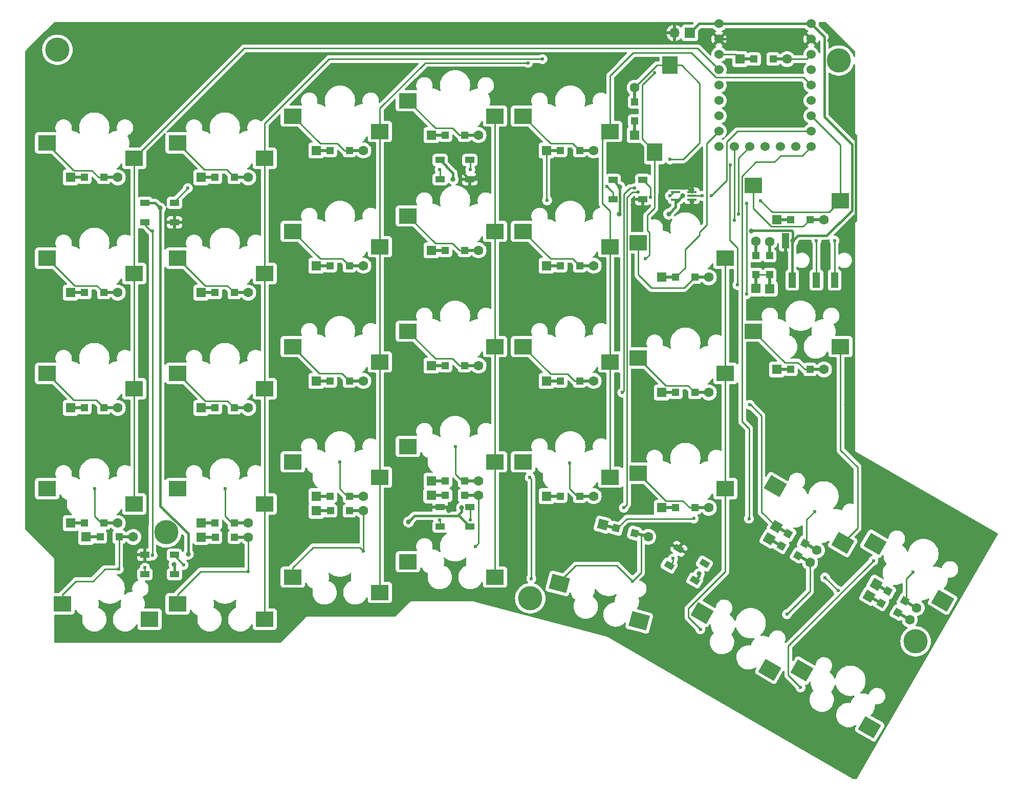
<source format=gtl>
G04 #@! TF.GenerationSoftware,KiCad,Pcbnew,(6.0.5-0)*
G04 #@! TF.CreationDate,2022-05-24T21:59:09-05:00*
G04 #@! TF.ProjectId,redox_rev2_recovery,7265646f-785f-4726-9576-325f7265636f,1.0*
G04 #@! TF.SameCoordinates,Original*
G04 #@! TF.FileFunction,Copper,L1,Top*
G04 #@! TF.FilePolarity,Positive*
%FSLAX46Y46*%
G04 Gerber Fmt 4.6, Leading zero omitted, Abs format (unit mm)*
G04 Created by KiCad (PCBNEW (6.0.5-0)) date 2022-05-24 21:59:09*
%MOMM*%
%LPD*%
G01*
G04 APERTURE LIST*
G04 Aperture macros list*
%AMRotRect*
0 Rectangle, with rotation*
0 The origin of the aperture is its center*
0 $1 length*
0 $2 width*
0 $3 Rotation angle, in degrees counterclockwise*
0 Add horizontal line*
21,1,$1,$2,0,0,$3*%
G04 Aperture macros list end*
G04 #@! TA.AperFunction,SMDPad,CuDef*
%ADD10R,1.200000X2.500000*%
G04 #@! TD*
G04 #@! TA.AperFunction,SMDPad,CuDef*
%ADD11R,3.000000X2.500000*%
G04 #@! TD*
G04 #@! TA.AperFunction,SMDPad,CuDef*
%ADD12R,2.500000X3.000000*%
G04 #@! TD*
G04 #@! TA.AperFunction,SMDPad,CuDef*
%ADD13RotRect,3.000000X2.500000X150.000000*%
G04 #@! TD*
G04 #@! TA.AperFunction,SMDPad,CuDef*
%ADD14RotRect,3.000000X2.500000X165.000000*%
G04 #@! TD*
G04 #@! TA.AperFunction,SMDPad,CuDef*
%ADD15RotRect,1.200000X1.200000X150.000000*%
G04 #@! TD*
G04 #@! TA.AperFunction,SMDPad,CuDef*
%ADD16RotRect,2.500000X0.500000X150.000000*%
G04 #@! TD*
G04 #@! TA.AperFunction,ComponentPad*
%ADD17RotRect,1.600000X1.600000X150.000000*%
G04 #@! TD*
G04 #@! TA.AperFunction,ComponentPad*
%ADD18C,1.600000*%
G04 #@! TD*
G04 #@! TA.AperFunction,SMDPad,CuDef*
%ADD19RotRect,1.200000X1.200000X165.000000*%
G04 #@! TD*
G04 #@! TA.AperFunction,ComponentPad*
%ADD20RotRect,1.600000X1.600000X165.000000*%
G04 #@! TD*
G04 #@! TA.AperFunction,SMDPad,CuDef*
%ADD21RotRect,2.500000X0.500000X165.000000*%
G04 #@! TD*
G04 #@! TA.AperFunction,ComponentPad*
%ADD22R,1.600000X1.600000*%
G04 #@! TD*
G04 #@! TA.AperFunction,SMDPad,CuDef*
%ADD23R,2.500000X0.500000*%
G04 #@! TD*
G04 #@! TA.AperFunction,SMDPad,CuDef*
%ADD24R,1.200000X1.200000*%
G04 #@! TD*
G04 #@! TA.AperFunction,SMDPad,CuDef*
%ADD25R,0.500000X2.500000*%
G04 #@! TD*
G04 #@! TA.AperFunction,ComponentPad*
%ADD26C,4.000000*%
G04 #@! TD*
G04 #@! TA.AperFunction,SMDPad,CuDef*
%ADD27R,1.500000X1.000000*%
G04 #@! TD*
G04 #@! TA.AperFunction,SMDPad,CuDef*
%ADD28R,1.500000X0.400000*%
G04 #@! TD*
G04 #@! TA.AperFunction,ComponentPad*
%ADD29R,1.700000X1.700000*%
G04 #@! TD*
G04 #@! TA.AperFunction,ComponentPad*
%ADD30O,1.700000X1.700000*%
G04 #@! TD*
G04 #@! TA.AperFunction,SMDPad,CuDef*
%ADD31RotRect,1.500000X1.000000X150.000000*%
G04 #@! TD*
G04 #@! TA.AperFunction,ComponentPad*
%ADD32C,1.524000*%
G04 #@! TD*
G04 #@! TA.AperFunction,ViaPad*
%ADD33C,0.600000*%
G04 #@! TD*
G04 #@! TA.AperFunction,ViaPad*
%ADD34C,0.800100*%
G04 #@! TD*
G04 #@! TA.AperFunction,Conductor*
%ADD35C,0.250000*%
G04 #@! TD*
G04 #@! TA.AperFunction,Conductor*
%ADD36C,0.381000*%
G04 #@! TD*
G04 APERTURE END LIST*
D10*
X210935000Y-91896000D03*
X213935000Y-91896000D03*
X205835000Y-85396000D03*
X206935000Y-91896000D03*
D11*
X98062860Y-71785480D03*
X83662860Y-69245480D03*
X119652860Y-71785480D03*
X105252860Y-69245480D03*
X138702860Y-67340480D03*
X124302860Y-64800480D03*
X157752860Y-64800480D03*
X143352860Y-62260480D03*
X176802860Y-67340480D03*
X162402860Y-64800480D03*
D12*
X184172860Y-70765480D03*
X186712860Y-56365480D03*
D11*
X214902860Y-78770480D03*
X200502860Y-76230480D03*
X138702860Y-86390480D03*
X124302860Y-83850480D03*
X157752860Y-83850480D03*
X143352860Y-81310480D03*
X176802860Y-86390480D03*
X162402860Y-83850480D03*
X195852860Y-88295480D03*
X181452860Y-85755480D03*
X214902860Y-102900480D03*
X200502860Y-100360480D03*
X98062860Y-109885480D03*
X83662860Y-107345480D03*
X119652860Y-109885480D03*
X105252860Y-107345480D03*
X138702860Y-105440480D03*
X124302860Y-102900480D03*
X157752860Y-102900480D03*
X143352860Y-100360480D03*
X176802860Y-105440480D03*
X162402860Y-102900480D03*
X195852860Y-107345480D03*
X181452860Y-104805480D03*
D13*
X215288628Y-135364889D03*
X204087862Y-125965185D03*
D11*
X98062860Y-128935480D03*
X83662860Y-126395480D03*
X119652860Y-128935480D03*
X105252860Y-126395480D03*
X138702860Y-124490480D03*
X124302860Y-121950480D03*
X157752860Y-121950480D03*
X143352860Y-119410480D03*
X176802860Y-124490480D03*
X162402860Y-121950480D03*
X195852860Y-126395480D03*
X181452860Y-123855480D03*
D13*
X231798628Y-144889889D03*
X220597862Y-135490185D03*
D11*
X100602860Y-147985480D03*
X86202860Y-145445480D03*
X119652860Y-147985480D03*
X105252860Y-145445480D03*
X138702860Y-143540480D03*
X124302860Y-141000480D03*
X157752860Y-141000480D03*
X143352860Y-138460480D03*
D14*
X181613170Y-148250589D03*
X168361238Y-142070143D03*
D13*
X203223628Y-156319889D03*
X192022862Y-146920185D03*
X219733628Y-165844889D03*
X208532862Y-156445185D03*
D11*
X98062860Y-90835480D03*
X83662860Y-88295480D03*
X119652860Y-90835480D03*
X105252860Y-88295480D03*
D15*
X205136010Y-135862500D03*
D16*
X204161731Y-135300000D03*
D17*
X203122501Y-134700000D03*
D15*
X207863990Y-137437500D03*
D18*
X209877499Y-138600000D03*
D16*
X208838269Y-138000000D03*
D19*
X177807334Y-132934720D03*
D20*
X175561556Y-132332966D03*
D21*
X176720667Y-132643549D03*
X181936667Y-134041171D03*
D18*
X183095778Y-134351754D03*
D19*
X180850000Y-133750000D03*
D22*
X147225000Y-127500000D03*
D23*
X148425000Y-127500000D03*
D24*
X149550000Y-127500000D03*
D23*
X153825000Y-127500000D03*
D24*
X152700000Y-127500000D03*
D18*
X155025000Y-127500000D03*
D23*
X129400000Y-130050000D03*
D24*
X130525000Y-130050000D03*
D22*
X128200000Y-130050000D03*
D18*
X136000000Y-130050000D03*
D24*
X133675000Y-130050000D03*
D23*
X134800000Y-130050000D03*
D22*
X109150000Y-134400000D03*
D24*
X111475000Y-134400000D03*
D23*
X110350000Y-134400000D03*
D24*
X114625000Y-134400000D03*
D18*
X116950000Y-134400000D03*
D23*
X115750000Y-134400000D03*
D22*
X166280000Y-108585000D03*
D24*
X168605000Y-108585000D03*
D23*
X167480000Y-108585000D03*
D24*
X171755000Y-108585000D03*
D18*
X174080000Y-108585000D03*
D23*
X172880000Y-108585000D03*
X88740000Y-74930000D03*
D24*
X89865000Y-74930000D03*
D22*
X87540000Y-74930000D03*
D18*
X95340000Y-74930000D03*
D24*
X93015000Y-74930000D03*
D23*
X94140000Y-74930000D03*
D22*
X166280000Y-70485000D03*
D23*
X167480000Y-70485000D03*
D24*
X168605000Y-70485000D03*
X171755000Y-70485000D03*
D18*
X174080000Y-70485000D03*
D23*
X172880000Y-70485000D03*
X110330000Y-93980000D03*
D24*
X111455000Y-93980000D03*
D22*
X109130000Y-93980000D03*
D24*
X114605000Y-93980000D03*
D18*
X116930000Y-93980000D03*
D23*
X115730000Y-93980000D03*
D22*
X128180000Y-70485000D03*
D24*
X130505000Y-70485000D03*
D23*
X129380000Y-70485000D03*
D24*
X133655000Y-70485000D03*
D23*
X134780000Y-70485000D03*
D18*
X135980000Y-70485000D03*
D23*
X205580000Y-106680000D03*
D22*
X204380000Y-106680000D03*
D24*
X206705000Y-106680000D03*
D18*
X212180000Y-106680000D03*
D24*
X209855000Y-106680000D03*
D23*
X210980000Y-106680000D03*
D24*
X168605000Y-89535000D03*
D22*
X166280000Y-89535000D03*
D23*
X167480000Y-89535000D03*
D24*
X171755000Y-89535000D03*
D18*
X174080000Y-89535000D03*
D23*
X172880000Y-89535000D03*
D24*
X89865000Y-113030000D03*
D23*
X88740000Y-113030000D03*
D22*
X87540000Y-113030000D03*
D23*
X94140000Y-113030000D03*
D24*
X93015000Y-113030000D03*
D18*
X95340000Y-113030000D03*
D23*
X110330000Y-74930000D03*
D24*
X111455000Y-74930000D03*
D22*
X109130000Y-74930000D03*
D24*
X114605000Y-74930000D03*
D23*
X115730000Y-74930000D03*
D18*
X116930000Y-74930000D03*
D23*
X148430000Y-86995000D03*
D22*
X147230000Y-86995000D03*
D24*
X149555000Y-86995000D03*
D18*
X155030000Y-86995000D03*
D24*
X152705000Y-86995000D03*
D23*
X153830000Y-86995000D03*
D24*
X180850000Y-65600000D03*
D22*
X180850000Y-67925000D03*
D25*
X180850000Y-66725000D03*
X180850000Y-61325000D03*
D24*
X180850000Y-62450000D03*
D18*
X180850000Y-60125000D03*
D23*
X148430000Y-106045000D03*
D24*
X149555000Y-106045000D03*
D22*
X147230000Y-106045000D03*
D24*
X152705000Y-106045000D03*
D18*
X155030000Y-106045000D03*
D23*
X153830000Y-106045000D03*
D22*
X147230000Y-125095000D03*
D24*
X149555000Y-125095000D03*
D23*
X148430000Y-125095000D03*
X153830000Y-125095000D03*
D18*
X155030000Y-125095000D03*
D24*
X152705000Y-125095000D03*
X187655000Y-110490000D03*
D23*
X186530000Y-110490000D03*
D22*
X185330000Y-110490000D03*
D23*
X191930000Y-110490000D03*
D18*
X193130000Y-110490000D03*
D24*
X190805000Y-110490000D03*
D23*
X88740000Y-132080000D03*
D22*
X87540000Y-132080000D03*
D24*
X89865000Y-132080000D03*
D23*
X94140000Y-132080000D03*
D24*
X93015000Y-132080000D03*
D18*
X95340000Y-132080000D03*
D24*
X149555000Y-67945000D03*
D23*
X148430000Y-67945000D03*
D22*
X147230000Y-67945000D03*
D24*
X152705000Y-67945000D03*
D23*
X153830000Y-67945000D03*
D18*
X155030000Y-67945000D03*
D17*
X204267501Y-132670000D03*
D15*
X206281010Y-133832500D03*
D16*
X205306731Y-133270000D03*
D15*
X209008990Y-135407500D03*
D16*
X209983269Y-135970000D03*
D18*
X211022499Y-136570000D03*
D24*
X130505000Y-89535000D03*
D22*
X128180000Y-89535000D03*
D23*
X129380000Y-89535000D03*
D24*
X133655000Y-89535000D03*
D23*
X134780000Y-89535000D03*
D18*
X135980000Y-89535000D03*
D23*
X167480000Y-127635000D03*
D24*
X168605000Y-127635000D03*
D22*
X166280000Y-127635000D03*
D23*
X172880000Y-127635000D03*
D18*
X174080000Y-127635000D03*
D24*
X171755000Y-127635000D03*
X89865000Y-93980000D03*
D22*
X87540000Y-93980000D03*
D23*
X88740000Y-93980000D03*
D24*
X93015000Y-93980000D03*
D23*
X94140000Y-93980000D03*
D18*
X95340000Y-93980000D03*
D26*
X85344000Y-53848000D03*
D23*
X205580000Y-81915000D03*
D22*
X204380000Y-81915000D03*
D24*
X206705000Y-81915000D03*
X209855000Y-81915000D03*
D18*
X212180000Y-81915000D03*
D23*
X210980000Y-81915000D03*
D22*
X185330000Y-91440000D03*
D24*
X187655000Y-91440000D03*
D23*
X186530000Y-91440000D03*
D24*
X190805000Y-91440000D03*
D18*
X193130000Y-91440000D03*
D23*
X191930000Y-91440000D03*
D22*
X109130000Y-113030000D03*
D24*
X111455000Y-113030000D03*
D23*
X110330000Y-113030000D03*
D24*
X114605000Y-113030000D03*
D23*
X115730000Y-113030000D03*
D18*
X116930000Y-113030000D03*
D24*
X111455000Y-132080000D03*
D22*
X109130000Y-132080000D03*
D23*
X110330000Y-132080000D03*
D24*
X114605000Y-132080000D03*
D23*
X115730000Y-132080000D03*
D18*
X116930000Y-132080000D03*
D22*
X128180000Y-108585000D03*
D24*
X130505000Y-108585000D03*
D23*
X129380000Y-108585000D03*
D24*
X133655000Y-108585000D03*
D18*
X135980000Y-108585000D03*
D23*
X134780000Y-108585000D03*
D26*
X103375000Y-133625000D03*
D17*
X219622501Y-144150000D03*
D15*
X221636010Y-145312500D03*
D16*
X220661731Y-144750000D03*
D15*
X224363990Y-146887500D03*
D16*
X225338269Y-147450000D03*
D18*
X226377499Y-148050000D03*
D22*
X128180000Y-127635000D03*
D24*
X130505000Y-127635000D03*
D23*
X129380000Y-127635000D03*
D18*
X135980000Y-127635000D03*
D24*
X133655000Y-127635000D03*
D23*
X134780000Y-127635000D03*
D15*
X222791010Y-143357500D03*
D17*
X220777501Y-142195000D03*
D16*
X221816731Y-142795000D03*
X226493269Y-145495000D03*
D15*
X225518990Y-144932500D03*
D18*
X227532499Y-146095000D03*
D24*
X187655000Y-129540000D03*
D23*
X186530000Y-129540000D03*
D22*
X185330000Y-129540000D03*
D23*
X191930000Y-129540000D03*
D24*
X190805000Y-129540000D03*
D18*
X193130000Y-129540000D03*
D23*
X91300000Y-134366000D03*
D24*
X92425000Y-134366000D03*
D22*
X90100000Y-134366000D03*
D23*
X96700000Y-134366000D03*
D18*
X97900000Y-134366000D03*
D24*
X95575000Y-134366000D03*
D26*
X163576000Y-144526000D03*
X227330000Y-151638000D03*
D27*
X153580000Y-132664000D03*
X153580000Y-129464000D03*
X148680000Y-129464000D03*
X148680000Y-132664000D03*
D28*
X190306000Y-78628000D03*
X190306000Y-77978000D03*
X190306000Y-77328000D03*
X187646000Y-77328000D03*
X187646000Y-78628000D03*
D26*
X214630000Y-55626000D03*
D18*
X203200000Y-85559000D03*
D25*
X203200000Y-86759000D03*
D24*
X203200000Y-87884000D03*
X203200000Y-91034000D03*
D22*
X203200000Y-93359000D03*
D25*
X203200000Y-92159000D03*
D27*
X104707860Y-140538000D03*
X104707860Y-137338000D03*
X99807860Y-137338000D03*
X99807860Y-140538000D03*
D29*
X189992000Y-51054000D03*
D30*
X187452000Y-51054000D03*
D23*
X199484000Y-55372000D03*
D22*
X198284000Y-55372000D03*
D24*
X200609000Y-55372000D03*
X203759000Y-55372000D03*
D23*
X204884000Y-55372000D03*
D18*
X206084000Y-55372000D03*
D27*
X148680000Y-72060000D03*
X148680000Y-75260000D03*
X153580000Y-75260000D03*
X153580000Y-72060000D03*
D24*
X200914000Y-87833000D03*
D25*
X200914000Y-86708000D03*
D18*
X200914000Y-85508000D03*
D22*
X200914000Y-93308000D03*
D24*
X200914000Y-90983000D03*
D25*
X200914000Y-92108000D03*
D27*
X177277860Y-75362000D03*
X177277860Y-78562000D03*
X182177860Y-78562000D03*
X182177860Y-75362000D03*
X99807860Y-79156000D03*
X99807860Y-82356000D03*
X104707860Y-82356000D03*
X104707860Y-79156000D03*
D31*
X190805762Y-141548641D03*
X192405762Y-138777359D03*
X188162238Y-136327359D03*
X186562238Y-139098641D03*
D32*
X210058000Y-54610000D03*
X210058000Y-49530000D03*
X210058000Y-52070000D03*
X194818000Y-49530000D03*
X194818000Y-52070000D03*
X194818000Y-54610000D03*
X194818000Y-57150000D03*
X194818000Y-59690000D03*
X194818000Y-62230000D03*
X194818000Y-64770000D03*
X194818000Y-67310000D03*
X194818000Y-69850000D03*
X197358000Y-69850000D03*
X199898000Y-69850000D03*
X202438000Y-69850000D03*
X204978000Y-69850000D03*
X207518000Y-69850000D03*
X210058000Y-69850000D03*
X210058000Y-67310000D03*
X210058000Y-64770000D03*
X210058000Y-62230000D03*
X210058000Y-59690000D03*
X210058000Y-57150000D03*
D33*
X213935000Y-85396000D03*
X210935000Y-85396000D03*
D34*
X207034552Y-85396000D03*
D33*
X197866000Y-92710000D03*
X196712500Y-72898000D03*
D34*
X200114550Y-83820000D03*
D33*
X198001161Y-81028339D03*
X197358000Y-82042000D03*
X166370000Y-78740000D03*
X186712860Y-71965480D03*
X199898000Y-112522000D03*
X180848000Y-76708000D03*
X178816000Y-110490000D03*
X204087862Y-125965185D03*
X210625000Y-130175000D03*
X91500000Y-126400000D03*
X83662860Y-126395480D03*
X181413334Y-77332500D03*
X179070000Y-129540000D03*
X113100000Y-126400000D03*
X105252860Y-126395480D03*
X132050000Y-122000000D03*
X124302860Y-121950480D03*
X151250000Y-119425000D03*
X143352860Y-119410480D03*
X162402860Y-121950480D03*
X170099520Y-122174000D03*
X220597862Y-135490185D03*
X226925000Y-140200000D03*
X95504000Y-139700000D03*
X190630000Y-131330000D03*
X178054000Y-132842000D03*
X214500000Y-143250000D03*
X199772501Y-131350000D03*
X212360000Y-141090000D03*
X116950000Y-140098000D03*
X136000000Y-136716559D03*
X154469003Y-135944003D03*
X143352860Y-138460480D03*
X180500000Y-141675000D03*
X192022862Y-146920185D03*
X206064000Y-147136000D03*
X208532862Y-156445185D03*
X98041101Y-71763721D03*
X98062860Y-90835480D03*
X100602860Y-147985480D03*
X98062860Y-128935480D03*
X98062860Y-109885480D03*
X119652860Y-71785480D03*
X119652860Y-90835480D03*
X119652860Y-128935480D03*
X165608000Y-55372000D03*
X119652860Y-147985480D03*
X119652860Y-109885480D03*
X138702860Y-105440480D03*
X138702860Y-124490480D03*
X138702860Y-86390480D03*
X163205489Y-55996511D03*
X138702860Y-143540480D03*
X138702860Y-67340480D03*
X157752860Y-121950480D03*
X157752860Y-64800480D03*
X157522101Y-102669721D03*
X157752860Y-141000480D03*
X157752860Y-83850480D03*
X176802860Y-105440480D03*
X181613170Y-148250589D03*
X163750000Y-141250000D03*
X176802860Y-67340480D03*
X176802860Y-124490480D03*
X176802860Y-86390480D03*
X163500000Y-124500000D03*
X184150000Y-57658000D03*
X195852860Y-126395480D03*
X191738000Y-149638000D03*
X182626000Y-88392000D03*
X195852860Y-107345480D03*
X195852860Y-88295480D03*
X203223628Y-156319889D03*
X214902860Y-102900480D03*
X215288628Y-135364889D03*
X231798628Y-144889889D03*
X199390000Y-94234000D03*
X201702860Y-78770480D03*
X219733628Y-165844889D03*
X199390000Y-79248000D03*
X220367092Y-138289889D03*
X208302092Y-159244889D03*
X106934000Y-76708000D03*
X148590000Y-73660000D03*
X99822000Y-139446000D03*
X101092000Y-83820000D03*
X101092000Y-137414000D03*
X148590000Y-131572000D03*
X106239930Y-139005930D03*
X187198000Y-137922000D03*
X153670000Y-131572000D03*
X176276000Y-76454000D03*
X153670000Y-73660000D03*
X193548000Y-77978000D03*
X192024000Y-77978000D03*
X183427362Y-78232000D03*
X186679202Y-77978001D03*
D34*
X106680000Y-82296000D03*
X199898000Y-61468000D03*
X178054000Y-115316000D03*
X121158000Y-98552000D03*
X213360000Y-59436000D03*
X180594000Y-75438000D03*
X185674000Y-82042000D03*
X130302000Y-58166000D03*
X118618000Y-98552000D03*
X215900000Y-112522000D03*
X204978000Y-92404000D03*
X212344000Y-112522000D03*
X118364000Y-117856000D03*
X181864000Y-95758000D03*
X121412000Y-117856000D03*
X190306000Y-76962000D03*
X213106000Y-52324000D03*
X180594000Y-79502000D03*
X194056000Y-98298000D03*
X150114000Y-130048000D03*
X181610000Y-115316000D03*
X190306000Y-78994000D03*
X197104000Y-98044000D03*
X125730000Y-56388000D03*
X201930000Y-56896000D03*
X174752000Y-95758000D03*
X155194000Y-74168000D03*
X181356000Y-82042000D03*
X174498000Y-115316000D03*
X152146000Y-73914000D03*
X178054000Y-95758000D03*
X104648000Y-138938000D03*
X106997595Y-137223595D03*
X186488164Y-80988550D03*
X152230448Y-129540000D03*
X178308000Y-80988550D03*
X178417871Y-76502011D03*
X143457930Y-131899551D03*
X188792184Y-77978000D03*
X191516000Y-140462000D03*
X150815441Y-75260000D03*
X102362000Y-80010000D03*
D35*
X213935000Y-91896000D02*
X213935000Y-85396000D01*
X210935000Y-91896000D02*
X210935000Y-85396000D01*
D36*
X206935000Y-91896000D02*
X206935000Y-85495552D01*
X206935000Y-85495552D02*
X207034552Y-85396000D01*
X207034552Y-85396000D02*
X207034552Y-83965530D01*
X207034552Y-83965530D02*
X206825011Y-83755989D01*
X206825011Y-83755989D02*
X200178561Y-83755989D01*
X200178561Y-83755989D02*
X200114550Y-83820000D01*
X212626000Y-84554000D02*
X207876552Y-84554000D01*
X207876552Y-84554000D02*
X207034552Y-85396000D01*
D35*
X197866000Y-86614000D02*
X197866000Y-92710000D01*
X196596000Y-73014500D02*
X196596000Y-85344000D01*
X196596000Y-85344000D02*
X197866000Y-86614000D01*
X196712500Y-72898000D02*
X196596000Y-73014500D01*
X200914000Y-90983000D02*
X203149000Y-90983000D01*
X197358000Y-82042000D02*
X197358000Y-69850000D01*
X198001161Y-81028339D02*
X198003500Y-81026000D01*
X198003500Y-81026000D02*
X198003500Y-71744500D01*
X198003500Y-71744500D02*
X199898000Y-69850000D01*
D36*
X210058000Y-49530000D02*
X212239989Y-51711989D01*
X216792871Y-80387129D02*
X212626000Y-84554000D01*
X212239989Y-51711989D02*
X212239989Y-64919989D01*
X216792871Y-69472871D02*
X216792871Y-80387129D01*
X212239989Y-64919989D02*
X216792871Y-69472871D01*
D35*
X88029489Y-73805489D02*
X83566000Y-69342000D01*
X91040489Y-73805489D02*
X88029489Y-73805489D01*
X93015000Y-74930000D02*
X92165000Y-74930000D01*
X92165000Y-74930000D02*
X91040489Y-73805489D01*
X166280000Y-78650000D02*
X166280000Y-70485000D01*
X166370000Y-78740000D02*
X166280000Y-78650000D01*
X113335001Y-73660001D02*
X109667381Y-73660001D01*
X109667381Y-73660001D02*
X105252860Y-69245480D01*
X114605000Y-74930000D02*
X113335001Y-73660001D01*
X115730000Y-74930000D02*
X114230000Y-74930000D01*
X132805000Y-70485000D02*
X131680489Y-69360489D01*
X134780000Y-70485000D02*
X133280000Y-70485000D01*
X131680489Y-69360489D02*
X128862869Y-69360489D01*
X128862869Y-69360489D02*
X124302860Y-64800480D01*
X133655000Y-70485000D02*
X132805000Y-70485000D01*
X147912869Y-66820489D02*
X143352860Y-62260480D01*
X153830000Y-67945000D02*
X152330000Y-67945000D01*
X151855000Y-67945000D02*
X150730489Y-66820489D01*
X150730489Y-66820489D02*
X147912869Y-66820489D01*
X152705000Y-67945000D02*
X151855000Y-67945000D01*
X171755000Y-70485000D02*
X170630489Y-69360489D01*
X172880000Y-70485000D02*
X171380000Y-70485000D01*
X166962869Y-69360489D02*
X162402860Y-64800480D01*
X170630489Y-69360489D02*
X166962869Y-69360489D01*
X188892520Y-71965480D02*
X191621281Y-69236719D01*
X184559327Y-56365480D02*
X186712860Y-56365480D01*
X180850000Y-60074807D02*
X184559327Y-56365480D01*
X191621281Y-69236719D02*
X191621281Y-59373424D01*
X188613337Y-56365480D02*
X186712860Y-56365480D01*
X191621281Y-59373424D02*
X188613337Y-56365480D01*
X186712860Y-71965480D02*
X188892520Y-71965480D01*
X203435511Y-83039511D02*
X200502860Y-80106860D01*
X208730489Y-83039511D02*
X203435511Y-83039511D01*
X200502860Y-80106860D02*
X200502860Y-76230480D01*
X209855000Y-81915000D02*
X208730489Y-83039511D01*
X210980000Y-81915000D02*
X209480000Y-81915000D01*
X88222869Y-92855489D02*
X83662860Y-88295480D01*
X91890489Y-92855489D02*
X88222869Y-92855489D01*
X93015000Y-93980000D02*
X91890489Y-92855489D01*
X94140000Y-93980000D02*
X92640000Y-93980000D01*
X189230000Y-89865000D02*
X187655000Y-91440000D01*
X191621281Y-83968719D02*
X192786000Y-82804000D01*
X189230000Y-86868000D02*
X189230000Y-89865000D01*
X192786000Y-82804000D02*
X192786000Y-69342000D01*
X191621281Y-84476719D02*
X189230000Y-86868000D01*
X191621281Y-83968719D02*
X191621281Y-84476719D01*
X192786000Y-69342000D02*
X194818000Y-67310000D01*
X115730000Y-93980000D02*
X114230000Y-93980000D01*
X113480489Y-92855489D02*
X109812869Y-92855489D01*
X114605000Y-93980000D02*
X113480489Y-92855489D01*
X109812869Y-92855489D02*
X105252860Y-88295480D01*
X134780000Y-89535000D02*
X133280000Y-89535000D01*
X128862869Y-88410489D02*
X124302860Y-83850480D01*
X133655000Y-89535000D02*
X132530489Y-88410489D01*
X132530489Y-88410489D02*
X128862869Y-88410489D01*
X153830000Y-86995000D02*
X152330000Y-86995000D01*
X147912869Y-85870489D02*
X143352860Y-81310480D01*
X150730489Y-85870489D02*
X147912869Y-85870489D01*
X151855000Y-86995000D02*
X150730489Y-85870489D01*
X152705000Y-86995000D02*
X151855000Y-86995000D01*
X172880000Y-89535000D02*
X171380000Y-89535000D01*
X170630489Y-88410489D02*
X166962869Y-88410489D01*
X166962869Y-88410489D02*
X162402860Y-83850480D01*
X171755000Y-89535000D02*
X170630489Y-88410489D01*
X181452860Y-91028860D02*
X183642000Y-93218000D01*
X189027000Y-93218000D02*
X190805000Y-91440000D01*
X181452860Y-85755480D02*
X181452860Y-91028860D01*
X183642000Y-93218000D02*
X189027000Y-93218000D01*
X191930000Y-91440000D02*
X190430000Y-91440000D01*
X91745001Y-111760001D02*
X88077381Y-111760001D01*
X94140000Y-113030000D02*
X92640000Y-113030000D01*
X88077381Y-111760001D02*
X83662860Y-107345480D01*
X93015000Y-113030000D02*
X91745001Y-111760001D01*
X178816000Y-110490000D02*
X179070000Y-110236000D01*
X180086000Y-76708000D02*
X180848000Y-76708000D01*
X179070000Y-110236000D02*
X179070000Y-77724000D01*
X179070000Y-77724000D02*
X180086000Y-76708000D01*
X201838814Y-114335450D02*
X201838814Y-130241313D01*
X200025364Y-112522000D02*
X201838814Y-114335450D01*
X201838814Y-130241313D02*
X204267501Y-132670000D01*
X199898000Y-112522000D02*
X200025364Y-112522000D01*
X114605000Y-113030000D02*
X113480489Y-111905489D01*
X115730000Y-113030000D02*
X114230000Y-113030000D01*
X113480489Y-111905489D02*
X109812869Y-111905489D01*
X109812869Y-111905489D02*
X105252860Y-107345480D01*
X132385001Y-107315001D02*
X128717381Y-107315001D01*
X134780000Y-108585000D02*
X133280000Y-108585000D01*
X133655000Y-108585000D02*
X132385001Y-107315001D01*
X128717381Y-107315001D02*
X124302860Y-102900480D01*
X153830000Y-106045000D02*
X152330000Y-106045000D01*
X150730489Y-104920489D02*
X147912869Y-104920489D01*
X147912869Y-104920489D02*
X143352860Y-100360480D01*
X152705000Y-106045000D02*
X151855000Y-106045000D01*
X151855000Y-106045000D02*
X150730489Y-104920489D01*
X169780489Y-107460489D02*
X166962869Y-107460489D01*
X171755000Y-108585000D02*
X170905000Y-108585000D01*
X170905000Y-108585000D02*
X169780489Y-107460489D01*
X172880000Y-108585000D02*
X171380000Y-108585000D01*
X166962869Y-107460489D02*
X162402860Y-102900480D01*
X181452860Y-104805480D02*
X186012869Y-109365489D01*
X189680489Y-109365489D02*
X190805000Y-110490000D01*
X186012869Y-109365489D02*
X189680489Y-109365489D01*
X191930000Y-110490000D02*
X190430000Y-110490000D01*
X209983269Y-135970000D02*
X209300258Y-135286989D01*
X209300258Y-131499742D02*
X210625000Y-130175000D01*
X209300258Y-135286989D02*
X209300258Y-131499742D01*
X91500000Y-130940000D02*
X91500000Y-126400000D01*
X92640000Y-132080000D02*
X91500000Y-130940000D01*
X94140000Y-132080000D02*
X92640000Y-132080000D01*
X180477500Y-77332500D02*
X179578000Y-78232000D01*
X181413334Y-77332500D02*
X180477500Y-77332500D01*
X179578000Y-129032000D02*
X179070000Y-129540000D01*
X179578000Y-78232000D02*
X179578000Y-129032000D01*
X113100000Y-130950000D02*
X113100000Y-126400000D01*
X114230000Y-132080000D02*
X113100000Y-130950000D01*
X115730000Y-132080000D02*
X114230000Y-132080000D01*
X134780000Y-127635000D02*
X133280000Y-127635000D01*
X133280000Y-127635000D02*
X132050000Y-126405000D01*
X132050000Y-126405000D02*
X132050000Y-122000000D01*
X151250000Y-124015000D02*
X151250000Y-119425000D01*
X153830000Y-125095000D02*
X152330000Y-125095000D01*
X152330000Y-125095000D02*
X151250000Y-124015000D01*
X171380000Y-127635000D02*
X172880000Y-127635000D01*
X170099520Y-126354520D02*
X171380000Y-127635000D01*
X170099520Y-122174000D02*
X170099520Y-126354520D01*
X188830489Y-128415489D02*
X186012869Y-128415489D01*
X191930000Y-129540000D02*
X190430000Y-129540000D01*
X186012869Y-128415489D02*
X181452860Y-123855480D01*
X189955000Y-129540000D02*
X188830489Y-128415489D01*
X190805000Y-129540000D02*
X189955000Y-129540000D01*
X225810258Y-144811989D02*
X225810258Y-141314742D01*
X226493269Y-145495000D02*
X225810258Y-144811989D01*
X225810258Y-141314742D02*
X226925000Y-140200000D01*
X95504000Y-139700000D02*
X93218000Y-139700000D01*
X86202860Y-143892472D02*
X86202860Y-144114860D01*
X86202860Y-144114860D02*
X86202860Y-145445480D01*
X95504000Y-139700000D02*
X95575000Y-139629000D01*
X93218000Y-139700000D02*
X91237941Y-141680059D01*
X95575000Y-139629000D02*
X95575000Y-134366000D01*
X91237941Y-141680059D02*
X88415273Y-141680059D01*
X88415273Y-141680059D02*
X86202860Y-143892472D01*
X179536000Y-131360000D02*
X190600000Y-131360000D01*
X178054000Y-132842000D02*
X179536000Y-131360000D01*
X199772501Y-116460501D02*
X198628000Y-115316000D01*
X200944318Y-72390000D02*
X203962000Y-72390000D01*
X212360000Y-141110000D02*
X212360000Y-141090000D01*
X198628000Y-115316000D02*
X198628000Y-74706318D01*
X190600000Y-131360000D02*
X190630000Y-131330000D01*
X199772501Y-131350000D02*
X199772501Y-116460501D01*
X198628000Y-74706318D02*
X200944318Y-72390000D01*
X205029941Y-71322059D02*
X208585941Y-71322059D01*
X208585941Y-71322059D02*
X210058000Y-69850000D01*
X214500000Y-143250000D02*
X212360000Y-141110000D01*
X203962000Y-72390000D02*
X205029941Y-71322059D01*
X109047332Y-140098000D02*
X105252860Y-143892472D01*
X105252860Y-143892472D02*
X105252860Y-145445480D01*
X116950000Y-140098000D02*
X109047332Y-140098000D01*
X116950000Y-134400000D02*
X116950000Y-140098000D01*
X124302860Y-139447472D02*
X127658273Y-136092059D01*
X136000000Y-134476000D02*
X136000000Y-136716559D01*
X124302860Y-141000480D02*
X124302860Y-139447472D01*
X135375500Y-136092059D02*
X136000000Y-136716559D01*
X136000000Y-136606559D02*
X136000000Y-134476000D01*
X127658273Y-136092059D02*
X135375500Y-136092059D01*
X136000000Y-134476000D02*
X136000000Y-130050000D01*
X155025000Y-135388006D02*
X154469003Y-135944003D01*
X155025000Y-127500000D02*
X155025000Y-135388006D01*
X181936667Y-134041171D02*
X181936667Y-140238333D01*
X168250000Y-141983628D02*
X171138370Y-139095258D01*
X181936667Y-140238333D02*
X180500000Y-141675000D01*
X171138370Y-139095258D02*
X177920258Y-139095258D01*
X177920258Y-139095258D02*
X180500000Y-141675000D01*
X209877499Y-143322501D02*
X206064000Y-147136000D01*
X209877499Y-138600000D02*
X209877499Y-143322501D01*
X98062860Y-71785480D02*
X116254340Y-53594000D01*
X191262000Y-53594000D02*
X194818000Y-57150000D01*
X116254340Y-53594000D02*
X191262000Y-53594000D01*
X98062860Y-109885480D02*
X98062860Y-71785480D01*
X98062860Y-128935480D02*
X98062860Y-109885480D01*
X119652860Y-71785480D02*
X119652860Y-90835480D01*
X130332318Y-55372000D02*
X165608000Y-55372000D01*
X119652860Y-109885480D02*
X119652860Y-128935480D01*
X119652860Y-128935480D02*
X119652860Y-147985480D01*
X119652860Y-90835480D02*
X119652860Y-109885480D01*
X119652860Y-71785480D02*
X119652860Y-66051458D01*
X119652860Y-66051458D02*
X130332318Y-55372000D01*
X146217807Y-55996511D02*
X163205489Y-55996511D01*
X138702860Y-124490480D02*
X138702860Y-105440480D01*
X138702860Y-105440480D02*
X138702860Y-86390480D01*
X138702860Y-143540480D02*
X138702860Y-124490480D01*
X138702860Y-67340480D02*
X138702860Y-63511458D01*
X138702860Y-63511458D02*
X146217807Y-55996511D01*
X138702860Y-86390480D02*
X138702860Y-67340480D01*
X157752860Y-141000480D02*
X157752860Y-121950480D01*
X157752860Y-102900480D02*
X157752860Y-83850480D01*
X157752860Y-121950480D02*
X157752860Y-102900480D01*
X157752860Y-83850480D02*
X157752860Y-64800480D01*
X180594000Y-54356000D02*
X190246000Y-54356000D01*
X163750000Y-124750000D02*
X163500000Y-124500000D01*
X176802860Y-80536860D02*
X175514000Y-79248000D01*
X176802860Y-124490480D02*
X176802860Y-105440480D01*
X190246000Y-54356000D02*
X194310000Y-58420000D01*
X194310000Y-58420000D02*
X208788000Y-58420000D01*
X175514000Y-68629340D02*
X176802860Y-67340480D01*
X163750000Y-141250000D02*
X163750000Y-124750000D01*
X208788000Y-58420000D02*
X210058000Y-59690000D01*
X176802860Y-67340480D02*
X176802860Y-58147140D01*
X175514000Y-79248000D02*
X175514000Y-68629340D01*
X176802860Y-105440480D02*
X176802860Y-86390480D01*
X176802860Y-58147140D02*
X180594000Y-54356000D01*
X176802860Y-86390480D02*
X176802860Y-80536860D01*
X184150000Y-80010000D02*
X184150000Y-71038340D01*
X182118000Y-59690000D02*
X184150000Y-57658000D01*
X182947439Y-81212561D02*
X184150000Y-80010000D01*
X195852860Y-126395480D02*
X195852860Y-140123983D01*
X182947439Y-83730393D02*
X182947439Y-81212561D01*
X184172860Y-70634860D02*
X182118000Y-68580000D01*
X183277861Y-87740139D02*
X183277861Y-84060815D01*
X195852860Y-107345480D02*
X195852860Y-88295480D01*
X182118000Y-68580000D02*
X182118000Y-59690000D01*
X189773814Y-146203029D02*
X189773814Y-147673814D01*
X195852860Y-140123983D02*
X189773814Y-146203029D01*
X189773814Y-147673814D02*
X191738000Y-149638000D01*
X183277861Y-84060815D02*
X182947439Y-83730393D01*
X195852860Y-126395480D02*
X195852860Y-107345480D01*
X182626000Y-88392000D02*
X183277861Y-87740139D01*
X214902860Y-119997140D02*
X217737690Y-122831970D01*
X217737690Y-122831970D02*
X217737690Y-132915827D01*
X206283814Y-152373167D02*
X220367092Y-138289889D01*
X208302092Y-159244889D02*
X206283814Y-157226611D01*
X214902860Y-69614860D02*
X210058000Y-64770000D01*
X214902860Y-78770480D02*
X213028339Y-80645001D01*
X214902860Y-78770480D02*
X214902860Y-69614860D01*
X199390000Y-94234000D02*
X199390000Y-79248000D01*
X214902860Y-102900480D02*
X214902860Y-119997140D01*
X206283814Y-157226611D02*
X206283814Y-152373167D01*
X217737690Y-132915827D02*
X215288628Y-135364889D01*
X203577381Y-80645001D02*
X201702860Y-78770480D01*
X213028339Y-80645001D02*
X203577381Y-80645001D01*
X207880489Y-105555489D02*
X205697869Y-105555489D01*
X209855000Y-106680000D02*
X209005000Y-106680000D01*
X209005000Y-106680000D02*
X207880489Y-105555489D01*
X205697869Y-105555489D02*
X200502860Y-100360480D01*
X104707860Y-78934140D02*
X106934000Y-76708000D01*
X148680000Y-75260000D02*
X148680000Y-73750000D01*
X148680000Y-73750000D02*
X148590000Y-73660000D01*
X100838000Y-83820000D02*
X99807860Y-82789860D01*
X99807860Y-82789860D02*
X99807860Y-82356000D01*
X99822000Y-139446000D02*
X99807860Y-139460140D01*
X99807860Y-139460140D02*
X99807860Y-140538000D01*
X101092000Y-83820000D02*
X101092000Y-132620644D01*
X101092000Y-83820000D02*
X100838000Y-83820000D01*
X101050489Y-137372489D02*
X101092000Y-137414000D01*
X101092000Y-132620644D02*
X101050489Y-132662155D01*
X101050489Y-132662155D02*
X101050489Y-137372489D01*
X148590000Y-131572000D02*
X148680000Y-131662000D01*
X148680000Y-131662000D02*
X148680000Y-132664000D01*
X104707860Y-137473860D02*
X106239930Y-139005930D01*
X153670000Y-131572000D02*
X153670000Y-129554000D01*
X187198000Y-138462879D02*
X186562238Y-139098641D01*
X187198000Y-137922000D02*
X187198000Y-138462879D01*
X177277860Y-77455860D02*
X176276000Y-76454000D01*
X153670000Y-73660000D02*
X153670000Y-72150000D01*
X177277860Y-78562000D02*
X177277860Y-77455860D01*
X196088000Y-75438000D02*
X196088000Y-69088000D01*
X193548000Y-77978000D02*
X196088000Y-75438000D01*
X210058000Y-67310000D02*
X197866000Y-67310000D01*
X192024000Y-77978000D02*
X190306000Y-77978000D01*
X196088000Y-69088000D02*
X197866000Y-67310000D01*
X183427362Y-78232000D02*
X183427362Y-76611502D01*
X183427362Y-76611502D02*
X182177860Y-75362000D01*
X187329203Y-77328000D02*
X186679202Y-77978001D01*
D36*
X217424000Y-68072000D02*
X217424000Y-82042000D01*
X184912000Y-77724000D02*
X185928000Y-76708000D01*
X185674000Y-82042000D02*
X184912000Y-81280000D01*
X213360000Y-64008000D02*
X216916000Y-67564000D01*
X153492000Y-75260000D02*
X152146000Y-73914000D01*
X149530000Y-129464000D02*
X150114000Y-130048000D01*
X184912000Y-81280000D02*
X184912000Y-77724000D01*
X217424000Y-82042000D02*
X217170000Y-82296000D01*
X154102000Y-75260000D02*
X155194000Y-74168000D01*
X201930000Y-56896000D02*
X201930000Y-52578000D01*
X213360000Y-59436000D02*
X213360000Y-64008000D01*
X185928000Y-76708000D02*
X189686000Y-76708000D01*
X201930000Y-52578000D02*
X201422000Y-52070000D01*
X189686000Y-76708000D02*
X190306000Y-77328000D01*
X201422000Y-52070000D02*
X194818000Y-52070000D01*
X106680000Y-82296000D02*
X104767860Y-82296000D01*
X216916000Y-67564000D02*
X217424000Y-68072000D01*
X148680000Y-129464000D02*
X149530000Y-129464000D01*
X151566011Y-130881989D02*
X144475492Y-130881989D01*
X210058000Y-49530000D02*
X194818000Y-49530000D01*
X178417871Y-76502011D02*
X177277860Y-75362000D01*
X191516000Y-140838403D02*
X190805762Y-141548641D01*
X187646000Y-79830714D02*
X186488164Y-80988550D01*
X151797989Y-130881989D02*
X151566011Y-130881989D01*
X194818000Y-49530000D02*
X191516000Y-49530000D01*
X148680000Y-72060000D02*
X150815441Y-74195441D01*
X102362000Y-129232013D02*
X106997595Y-133867608D01*
X191516000Y-49530000D02*
X189992000Y-51054000D01*
X102362000Y-80010000D02*
X102362000Y-129232013D01*
X106997595Y-133867608D02*
X106997595Y-137223595D01*
X101508000Y-79156000D02*
X99807860Y-79156000D01*
X144475492Y-130881989D02*
X143457930Y-131899551D01*
X153580000Y-132664000D02*
X151797989Y-130881989D01*
X178308000Y-80988550D02*
X178417871Y-80878679D01*
X187646000Y-78628000D02*
X187646000Y-78934000D01*
X187646000Y-78934000D02*
X187836184Y-78934000D01*
X102362000Y-80010000D02*
X101508000Y-79156000D01*
X187646000Y-78934000D02*
X187646000Y-79830714D01*
X104707860Y-138997860D02*
X104648000Y-138938000D01*
X104707860Y-140538000D02*
X104707860Y-138997860D01*
X191516000Y-140462000D02*
X191516000Y-140838403D01*
X152230448Y-130217552D02*
X152230448Y-129540000D01*
X178417871Y-80878679D02*
X178417871Y-76502011D01*
X150815441Y-74195441D02*
X150815441Y-75260000D01*
X187836184Y-78934000D02*
X188792184Y-77978000D01*
X151566011Y-130881989D02*
X152230448Y-130217552D01*
D35*
X209296001Y-55371999D02*
X210058000Y-54610000D01*
X206084000Y-55372000D02*
X209296001Y-55371999D01*
X197522000Y-54610000D02*
X198284000Y-55372000D01*
X194818000Y-54610000D02*
X197522000Y-54610000D01*
G04 #@! TA.AperFunction,Conductor*
G36*
X179590527Y-54247502D02*
G01*
X179637020Y-54301158D01*
X179647124Y-54371432D01*
X179617630Y-54436012D01*
X179611502Y-54442594D01*
X178010909Y-56043186D01*
X176410607Y-57643488D01*
X176402321Y-57651028D01*
X176395842Y-57655140D01*
X176390417Y-57660917D01*
X176349217Y-57704791D01*
X176346462Y-57707633D01*
X176326725Y-57727370D01*
X176324245Y-57730567D01*
X176316542Y-57739587D01*
X176286274Y-57771819D01*
X176282455Y-57778765D01*
X176282453Y-57778768D01*
X176276512Y-57789574D01*
X176265661Y-57806093D01*
X176253246Y-57822099D01*
X176250101Y-57829368D01*
X176250098Y-57829372D01*
X176235686Y-57862677D01*
X176230469Y-57873327D01*
X176209165Y-57912080D01*
X176207194Y-57919755D01*
X176207194Y-57919756D01*
X176204127Y-57931702D01*
X176197723Y-57950406D01*
X176189679Y-57968995D01*
X176188440Y-57976818D01*
X176188437Y-57976828D01*
X176182761Y-58012664D01*
X176180355Y-58024284D01*
X176169360Y-58067110D01*
X176169360Y-58087364D01*
X176167809Y-58107074D01*
X176164640Y-58127083D01*
X176165386Y-58134975D01*
X176168801Y-58171101D01*
X176169360Y-58182959D01*
X176169360Y-60984152D01*
X176149358Y-61052273D01*
X176095702Y-61098766D01*
X176025428Y-61108870D01*
X175981028Y-61093654D01*
X175946844Y-61074195D01*
X175855125Y-61021986D01*
X175850109Y-61020165D01*
X175850104Y-61020163D01*
X175643285Y-60945091D01*
X175643281Y-60945090D01*
X175638270Y-60943271D01*
X175633021Y-60942322D01*
X175633018Y-60942321D01*
X175415337Y-60902958D01*
X175415330Y-60902957D01*
X175411253Y-60902220D01*
X175393516Y-60901384D01*
X175388568Y-60901150D01*
X175388561Y-60901150D01*
X175387080Y-60901080D01*
X175224935Y-60901080D01*
X175157979Y-60906761D01*
X175058298Y-60915219D01*
X175058294Y-60915220D01*
X175052987Y-60915670D01*
X175047832Y-60917008D01*
X175047826Y-60917009D01*
X174834857Y-60972285D01*
X174834853Y-60972286D01*
X174829688Y-60973627D01*
X174824822Y-60975819D01*
X174824819Y-60975820D01*
X174624211Y-61066187D01*
X174619345Y-61068379D01*
X174614925Y-61071355D01*
X174614921Y-61071357D01*
X174610706Y-61074195D01*
X174427975Y-61197218D01*
X174261048Y-61356458D01*
X174227319Y-61401791D01*
X174149604Y-61506245D01*
X174123339Y-61541546D01*
X174115749Y-61556475D01*
X174066237Y-61653858D01*
X174018783Y-61747192D01*
X173984577Y-61857352D01*
X173951955Y-61962410D01*
X173951954Y-61962416D01*
X173950371Y-61967513D01*
X173939436Y-62050022D01*
X173921898Y-62182347D01*
X173920060Y-62196212D01*
X173928714Y-62426748D01*
X173966603Y-62607322D01*
X173974756Y-62646181D01*
X173969169Y-62716957D01*
X173926204Y-62773477D01*
X173860231Y-62797748D01*
X173815603Y-62800868D01*
X173737032Y-62806362D01*
X173737026Y-62806363D01*
X173732648Y-62806669D01*
X173457890Y-62865071D01*
X173453761Y-62866574D01*
X173453757Y-62866575D01*
X173198079Y-62959634D01*
X173198075Y-62959636D01*
X173193934Y-62961143D01*
X172945918Y-63093016D01*
X172942359Y-63095602D01*
X172942357Y-63095603D01*
X172833862Y-63174429D01*
X172766560Y-63223327D01*
X172761533Y-63226979D01*
X172694665Y-63250838D01*
X172625513Y-63234757D01*
X172576033Y-63183843D01*
X172561934Y-63114260D01*
X172570320Y-63078659D01*
X172580211Y-63053678D01*
X172587490Y-63035293D01*
X172665796Y-62730310D01*
X172705260Y-62417918D01*
X172705260Y-62103042D01*
X172665796Y-61790650D01*
X172587490Y-61485667D01*
X172471576Y-61192903D01*
X172449998Y-61153653D01*
X172321793Y-60920448D01*
X172321791Y-60920445D01*
X172319884Y-60916976D01*
X172207211Y-60761895D01*
X172137133Y-60665440D01*
X172137132Y-60665438D01*
X172134805Y-60662236D01*
X171919258Y-60432702D01*
X171676642Y-60231993D01*
X171410784Y-60063274D01*
X171407205Y-60061590D01*
X171407198Y-60061586D01*
X171129466Y-59930896D01*
X171129462Y-59930894D01*
X171125876Y-59929207D01*
X171087618Y-59916776D01*
X170957056Y-59874354D01*
X170826412Y-59831905D01*
X170517114Y-59772903D01*
X170423560Y-59767017D01*
X170283502Y-59758205D01*
X170283486Y-59758204D01*
X170281507Y-59758080D01*
X170124213Y-59758080D01*
X170122234Y-59758204D01*
X170122218Y-59758205D01*
X169982160Y-59767017D01*
X169888606Y-59772903D01*
X169579308Y-59831905D01*
X169448664Y-59874354D01*
X169318103Y-59916776D01*
X169279844Y-59929207D01*
X169276258Y-59930894D01*
X169276254Y-59930896D01*
X168998522Y-60061586D01*
X168998515Y-60061590D01*
X168994936Y-60063274D01*
X168729078Y-60231993D01*
X168486462Y-60432702D01*
X168270915Y-60662236D01*
X168268588Y-60665438D01*
X168268587Y-60665440D01*
X168198509Y-60761895D01*
X168085836Y-60916976D01*
X168083929Y-60920445D01*
X168083927Y-60920448D01*
X167955722Y-61153653D01*
X167934144Y-61192903D01*
X167818230Y-61485667D01*
X167739924Y-61790650D01*
X167700460Y-62103042D01*
X167700460Y-62417918D01*
X167739924Y-62730310D01*
X167818230Y-63035293D01*
X167819679Y-63038954D01*
X167819685Y-63038971D01*
X167836097Y-63080420D01*
X167842578Y-63151120D01*
X167809806Y-63214101D01*
X167748186Y-63249365D01*
X167677284Y-63245718D01*
X167637955Y-63223327D01*
X167579681Y-63174429D01*
X167579676Y-63174425D01*
X167576310Y-63171601D01*
X167338096Y-63022749D01*
X167129449Y-62929853D01*
X167085499Y-62910285D01*
X167085497Y-62910284D01*
X167081485Y-62908498D01*
X166876636Y-62849759D01*
X166815697Y-62832285D01*
X166815696Y-62832285D01*
X166811470Y-62831073D01*
X166807120Y-62830462D01*
X166807117Y-62830461D01*
X166534377Y-62792130D01*
X166469703Y-62762842D01*
X166431130Y-62703238D01*
X166431581Y-62629992D01*
X166453765Y-62558550D01*
X166453766Y-62558544D01*
X166455349Y-62553447D01*
X166479797Y-62368986D01*
X166484960Y-62330033D01*
X166484960Y-62330028D01*
X166485660Y-62324748D01*
X166477006Y-62094212D01*
X166429632Y-61868430D01*
X166415633Y-61832981D01*
X166381457Y-61746444D01*
X166344893Y-61653858D01*
X166225213Y-61456631D01*
X166138288Y-61356458D01*
X166077513Y-61286421D01*
X166077511Y-61286419D01*
X166074013Y-61282388D01*
X166015023Y-61234019D01*
X165899745Y-61139496D01*
X165899739Y-61139492D01*
X165895617Y-61136112D01*
X165695125Y-61021986D01*
X165690109Y-61020165D01*
X165690104Y-61020163D01*
X165483285Y-60945091D01*
X165483281Y-60945090D01*
X165478270Y-60943271D01*
X165473021Y-60942322D01*
X165473018Y-60942321D01*
X165255337Y-60902958D01*
X165255330Y-60902957D01*
X165251253Y-60902220D01*
X165233516Y-60901384D01*
X165228568Y-60901150D01*
X165228561Y-60901150D01*
X165227080Y-60901080D01*
X165064935Y-60901080D01*
X164997979Y-60906761D01*
X164898298Y-60915219D01*
X164898294Y-60915220D01*
X164892987Y-60915670D01*
X164887832Y-60917008D01*
X164887826Y-60917009D01*
X164674857Y-60972285D01*
X164674853Y-60972286D01*
X164669688Y-60973627D01*
X164664822Y-60975819D01*
X164664819Y-60975820D01*
X164464211Y-61066187D01*
X164459345Y-61068379D01*
X164454925Y-61071355D01*
X164454921Y-61071357D01*
X164450706Y-61074195D01*
X164267975Y-61197218D01*
X164101048Y-61356458D01*
X164067319Y-61401791D01*
X163989604Y-61506245D01*
X163963339Y-61541546D01*
X163955749Y-61556475D01*
X163906237Y-61653858D01*
X163858783Y-61747192D01*
X163824577Y-61857352D01*
X163791955Y-61962410D01*
X163791954Y-61962416D01*
X163790371Y-61967513D01*
X163779436Y-62050022D01*
X163761898Y-62182347D01*
X163760060Y-62196212D01*
X163768714Y-62426748D01*
X163816088Y-62652530D01*
X163818046Y-62657489D01*
X163818047Y-62657491D01*
X163900827Y-62867102D01*
X163899162Y-62867760D01*
X163910158Y-62929853D01*
X163882777Y-62995357D01*
X163824329Y-63035660D01*
X163784924Y-63041980D01*
X160854726Y-63041980D01*
X160792544Y-63048735D01*
X160656155Y-63099865D01*
X160539599Y-63187219D01*
X160452245Y-63303775D01*
X160401115Y-63440164D01*
X160394360Y-63502346D01*
X160394360Y-66098614D01*
X160401115Y-66160796D01*
X160452245Y-66297185D01*
X160539599Y-66413741D01*
X160656155Y-66501095D01*
X160792544Y-66552225D01*
X160854726Y-66558980D01*
X163213266Y-66558980D01*
X163281387Y-66578982D01*
X163302361Y-66595885D01*
X165667881Y-68961405D01*
X165701907Y-69023717D01*
X165696842Y-69094532D01*
X165654295Y-69151368D01*
X165587775Y-69176179D01*
X165578786Y-69176500D01*
X165431866Y-69176500D01*
X165369684Y-69183255D01*
X165233295Y-69234385D01*
X165116739Y-69321739D01*
X165029385Y-69438295D01*
X164978255Y-69574684D01*
X164971500Y-69636866D01*
X164971500Y-71333134D01*
X164978255Y-71395316D01*
X165029385Y-71531705D01*
X165116739Y-71648261D01*
X165233295Y-71735615D01*
X165369684Y-71786745D01*
X165431866Y-71793500D01*
X165520500Y-71793500D01*
X165588621Y-71813502D01*
X165635114Y-71867158D01*
X165646500Y-71919500D01*
X165646500Y-78341556D01*
X165638901Y-78384651D01*
X165603176Y-78482805D01*
X165579197Y-78548685D01*
X165556463Y-78728640D01*
X165574163Y-78909160D01*
X165631418Y-79081273D01*
X165635065Y-79087295D01*
X165635066Y-79087297D01*
X165719647Y-79226957D01*
X165725380Y-79236424D01*
X165730269Y-79241487D01*
X165730270Y-79241488D01*
X165771822Y-79284516D01*
X165851382Y-79366902D01*
X165898581Y-79397788D01*
X165992340Y-79459142D01*
X166003159Y-79466222D01*
X166009763Y-79468678D01*
X166009765Y-79468679D01*
X166166558Y-79526990D01*
X166166560Y-79526990D01*
X166173168Y-79529448D01*
X166256995Y-79540633D01*
X166345980Y-79552507D01*
X166345984Y-79552507D01*
X166352961Y-79553438D01*
X166359972Y-79552800D01*
X166359976Y-79552800D01*
X166502459Y-79539832D01*
X166533600Y-79536998D01*
X166540302Y-79534820D01*
X166540304Y-79534820D01*
X166699409Y-79483124D01*
X166699412Y-79483123D01*
X166706108Y-79480947D01*
X166818860Y-79413733D01*
X166855860Y-79391677D01*
X166855862Y-79391676D01*
X166861912Y-79388069D01*
X166993266Y-79262982D01*
X167093643Y-79111902D01*
X167144767Y-78977318D01*
X167155555Y-78948920D01*
X167155556Y-78948918D01*
X167158055Y-78942338D01*
X167161731Y-78916180D01*
X167182748Y-78766639D01*
X167182748Y-78766636D01*
X167183299Y-78762717D01*
X167183616Y-78740000D01*
X167163397Y-78559745D01*
X167159566Y-78548744D01*
X167106064Y-78395106D01*
X167106062Y-78395103D01*
X167103745Y-78388448D01*
X167056345Y-78312591D01*
X167011359Y-78240598D01*
X167007626Y-78234624D01*
X166978591Y-78205385D01*
X166950094Y-78176689D01*
X166916287Y-78114258D01*
X166913500Y-78087905D01*
X166913500Y-71919500D01*
X166933502Y-71851379D01*
X166987158Y-71804886D01*
X167039500Y-71793500D01*
X167128134Y-71793500D01*
X167190316Y-71786745D01*
X167326705Y-71735615D01*
X167443261Y-71648261D01*
X167530615Y-71531705D01*
X167531990Y-71532736D01*
X167574776Y-71490044D01*
X167644166Y-71475029D01*
X167710602Y-71499871D01*
X167758295Y-71535615D01*
X167894684Y-71586745D01*
X167956866Y-71593500D01*
X169253134Y-71593500D01*
X169315316Y-71586745D01*
X169451705Y-71535615D01*
X169568261Y-71448261D01*
X169655615Y-71331705D01*
X169706745Y-71195316D01*
X169713500Y-71133134D01*
X169713500Y-70119989D01*
X169733502Y-70051868D01*
X169787158Y-70005375D01*
X169839500Y-69993989D01*
X170315895Y-69993989D01*
X170384016Y-70013991D01*
X170404990Y-70030894D01*
X170609595Y-70235499D01*
X170643621Y-70297811D01*
X170646500Y-70324594D01*
X170646500Y-71133134D01*
X170653255Y-71195316D01*
X170704385Y-71331705D01*
X170791739Y-71448261D01*
X170908295Y-71535615D01*
X171044684Y-71586745D01*
X171106866Y-71593500D01*
X172403134Y-71593500D01*
X172465316Y-71586745D01*
X172601705Y-71535615D01*
X172718261Y-71448261D01*
X172805615Y-71331705D01*
X172808767Y-71323296D01*
X172813077Y-71315425D01*
X172814741Y-71316336D01*
X172850663Y-71268510D01*
X172917224Y-71243807D01*
X172926009Y-71243500D01*
X172948133Y-71243500D01*
X173016254Y-71263502D01*
X173051345Y-71297228D01*
X173073802Y-71329300D01*
X173235700Y-71491198D01*
X173240208Y-71494355D01*
X173240211Y-71494357D01*
X173281542Y-71523297D01*
X173423251Y-71622523D01*
X173428233Y-71624846D01*
X173428238Y-71624849D01*
X173625462Y-71716815D01*
X173630757Y-71719284D01*
X173636065Y-71720706D01*
X173636067Y-71720707D01*
X173846598Y-71777119D01*
X173846600Y-71777119D01*
X173851913Y-71778543D01*
X174080000Y-71798498D01*
X174308087Y-71778543D01*
X174313400Y-71777119D01*
X174313402Y-71777119D01*
X174523933Y-71720707D01*
X174523935Y-71720706D01*
X174529243Y-71719284D01*
X174537974Y-71715213D01*
X174646694Y-71664516D01*
X174701251Y-71639076D01*
X174771442Y-71628415D01*
X174836255Y-71657395D01*
X174875111Y-71716815D01*
X174880500Y-71753271D01*
X174880500Y-79169233D01*
X174879973Y-79180416D01*
X174878298Y-79187909D01*
X174878547Y-79195835D01*
X174878547Y-79195836D01*
X174880438Y-79255986D01*
X174880500Y-79259945D01*
X174880500Y-79287856D01*
X174880997Y-79291790D01*
X174880997Y-79291791D01*
X174881005Y-79291856D01*
X174881938Y-79303693D01*
X174883327Y-79347889D01*
X174888851Y-79366902D01*
X174888978Y-79367339D01*
X174892987Y-79386700D01*
X174894337Y-79397382D01*
X174895526Y-79406797D01*
X174898445Y-79414168D01*
X174898445Y-79414170D01*
X174911804Y-79447912D01*
X174915649Y-79459142D01*
X174925771Y-79493983D01*
X174927982Y-79501593D01*
X174932015Y-79508412D01*
X174932017Y-79508417D01*
X174938293Y-79519028D01*
X174946988Y-79536776D01*
X174954448Y-79555617D01*
X174959110Y-79562033D01*
X174959110Y-79562034D01*
X174980436Y-79591387D01*
X174986952Y-79601307D01*
X175000527Y-79624260D01*
X175009458Y-79639362D01*
X175023779Y-79653683D01*
X175036619Y-79668716D01*
X175048528Y-79685107D01*
X175071528Y-79704134D01*
X175082605Y-79713298D01*
X175091384Y-79721288D01*
X175122627Y-79752531D01*
X175156653Y-79814843D01*
X175151588Y-79885658D01*
X175109041Y-79942494D01*
X175055645Y-79965444D01*
X175052987Y-79965670D01*
X175047823Y-79967010D01*
X175047819Y-79967011D01*
X174834857Y-80022285D01*
X174834853Y-80022286D01*
X174829688Y-80023627D01*
X174824822Y-80025819D01*
X174824819Y-80025820D01*
X174624320Y-80116138D01*
X174619345Y-80118379D01*
X174614925Y-80121355D01*
X174614921Y-80121357D01*
X174520987Y-80184598D01*
X174427975Y-80247218D01*
X174261048Y-80406458D01*
X174231131Y-80446668D01*
X174149604Y-80556245D01*
X174123339Y-80591546D01*
X174115749Y-80606475D01*
X174066237Y-80703858D01*
X174018783Y-80797192D01*
X173984577Y-80907353D01*
X173951955Y-81012410D01*
X173951954Y-81012416D01*
X173950371Y-81017513D01*
X173939436Y-81100022D01*
X173926473Y-81197828D01*
X173920060Y-81246212D01*
X173928714Y-81476748D01*
X173962827Y-81639326D01*
X173974756Y-81696181D01*
X173969169Y-81766957D01*
X173926204Y-81823477D01*
X173860231Y-81847748D01*
X173815603Y-81850868D01*
X173737032Y-81856362D01*
X173737026Y-81856363D01*
X173732648Y-81856669D01*
X173457890Y-81915071D01*
X173453761Y-81916574D01*
X173453757Y-81916575D01*
X173198079Y-82009634D01*
X173198075Y-82009636D01*
X173193934Y-82011143D01*
X172945918Y-82143016D01*
X172942359Y-82145602D01*
X172942357Y-82145603D01*
X172833862Y-82224429D01*
X172766560Y-82273327D01*
X172761533Y-82276979D01*
X172694665Y-82300838D01*
X172625513Y-82284757D01*
X172576033Y-82233843D01*
X172561934Y-82164260D01*
X172570320Y-82128659D01*
X172580875Y-82102000D01*
X172587490Y-82085293D01*
X172665796Y-81780310D01*
X172705260Y-81467918D01*
X172705260Y-81153042D01*
X172665796Y-80840650D01*
X172587490Y-80535667D01*
X172471576Y-80242903D01*
X172468542Y-80237384D01*
X172321793Y-79970448D01*
X172321791Y-79970445D01*
X172319884Y-79966976D01*
X172188103Y-79785595D01*
X172137133Y-79715440D01*
X172137132Y-79715438D01*
X172134805Y-79712236D01*
X171919258Y-79482702D01*
X171676642Y-79281993D01*
X171410784Y-79113274D01*
X171407205Y-79111590D01*
X171407198Y-79111586D01*
X171129466Y-78980896D01*
X171129462Y-78980894D01*
X171125876Y-78979207D01*
X171032663Y-78948920D01*
X170968025Y-78927918D01*
X170826412Y-78881905D01*
X170517114Y-78822903D01*
X170423560Y-78817017D01*
X170283502Y-78808205D01*
X170283486Y-78808204D01*
X170281507Y-78808080D01*
X170124213Y-78808080D01*
X170122234Y-78808204D01*
X170122218Y-78808205D01*
X169982160Y-78817017D01*
X169888606Y-78822903D01*
X169579308Y-78881905D01*
X169437695Y-78927918D01*
X169373058Y-78948920D01*
X169279844Y-78979207D01*
X169276258Y-78980894D01*
X169276254Y-78980896D01*
X168998522Y-79111586D01*
X168998515Y-79111590D01*
X168994936Y-79113274D01*
X168729078Y-79281993D01*
X168486462Y-79482702D01*
X168270915Y-79712236D01*
X168268588Y-79715438D01*
X168268587Y-79715440D01*
X168217617Y-79785595D01*
X168085836Y-79966976D01*
X168083929Y-79970445D01*
X168083927Y-79970448D01*
X167937178Y-80237384D01*
X167934144Y-80242903D01*
X167818230Y-80535667D01*
X167739924Y-80840650D01*
X167700460Y-81153042D01*
X167700460Y-81467918D01*
X167739924Y-81780310D01*
X167818230Y-82085293D01*
X167819679Y-82088954D01*
X167819685Y-82088971D01*
X167836097Y-82130420D01*
X167842578Y-82201120D01*
X167809806Y-82264101D01*
X167748186Y-82299365D01*
X167677284Y-82295718D01*
X167637955Y-82273327D01*
X167579681Y-82224429D01*
X167579676Y-82224425D01*
X167576310Y-82221601D01*
X167338096Y-82072749D01*
X167118915Y-81975163D01*
X167085499Y-81960285D01*
X167085497Y-81960284D01*
X167081485Y-81958498D01*
X166867363Y-81897100D01*
X166815697Y-81882285D01*
X166815696Y-81882285D01*
X166811470Y-81881073D01*
X166807120Y-81880462D01*
X166807117Y-81880461D01*
X166534377Y-81842130D01*
X166469703Y-81812842D01*
X166431130Y-81753238D01*
X166431581Y-81679992D01*
X166453765Y-81608550D01*
X166453766Y-81608544D01*
X166455349Y-81603447D01*
X166480886Y-81410771D01*
X166484960Y-81380033D01*
X166484960Y-81380028D01*
X166485660Y-81374748D01*
X166485165Y-81361548D01*
X166478208Y-81176225D01*
X166477006Y-81144212D01*
X166429632Y-80918430D01*
X166415633Y-80882981D01*
X166381249Y-80795917D01*
X166344893Y-80703858D01*
X166255319Y-80556245D01*
X166227982Y-80511194D01*
X166227981Y-80511193D01*
X166225213Y-80506631D01*
X166177439Y-80451576D01*
X166077513Y-80336421D01*
X166077511Y-80336419D01*
X166074013Y-80332388D01*
X166014106Y-80283267D01*
X165899745Y-80189496D01*
X165899739Y-80189492D01*
X165895617Y-80186112D01*
X165695125Y-80071986D01*
X165690109Y-80070165D01*
X165690104Y-80070163D01*
X165483285Y-79995091D01*
X165483281Y-79995090D01*
X165478270Y-79993271D01*
X165473021Y-79992322D01*
X165473018Y-79992321D01*
X165255337Y-79952958D01*
X165255330Y-79952957D01*
X165251253Y-79952220D01*
X165233516Y-79951384D01*
X165228568Y-79951150D01*
X165228561Y-79951150D01*
X165227080Y-79951080D01*
X165064935Y-79951080D01*
X164997979Y-79956761D01*
X164898298Y-79965219D01*
X164898294Y-79965220D01*
X164892987Y-79965670D01*
X164887832Y-79967008D01*
X164887826Y-79967009D01*
X164674857Y-80022285D01*
X164674853Y-80022286D01*
X164669688Y-80023627D01*
X164664822Y-80025819D01*
X164664819Y-80025820D01*
X164464320Y-80116138D01*
X164459345Y-80118379D01*
X164454925Y-80121355D01*
X164454921Y-80121357D01*
X164360987Y-80184598D01*
X164267975Y-80247218D01*
X164101048Y-80406458D01*
X164071131Y-80446668D01*
X163989604Y-80556245D01*
X163963339Y-80591546D01*
X163955749Y-80606475D01*
X163906237Y-80703858D01*
X163858783Y-80797192D01*
X163824577Y-80907353D01*
X163791955Y-81012410D01*
X163791954Y-81012416D01*
X163790371Y-81017513D01*
X163779436Y-81100022D01*
X163766473Y-81197828D01*
X163760060Y-81246212D01*
X163768714Y-81476748D01*
X163816088Y-81702530D01*
X163818046Y-81707489D01*
X163818047Y-81707491D01*
X163900827Y-81917102D01*
X163899162Y-81917760D01*
X163910158Y-81979853D01*
X163882777Y-82045357D01*
X163824329Y-82085660D01*
X163784924Y-82091980D01*
X160854726Y-82091980D01*
X160792544Y-82098735D01*
X160656155Y-82149865D01*
X160539599Y-82237219D01*
X160452245Y-82353775D01*
X160401115Y-82490164D01*
X160394360Y-82552346D01*
X160394360Y-85148614D01*
X160401115Y-85210796D01*
X160452245Y-85347185D01*
X160539599Y-85463741D01*
X160656155Y-85551095D01*
X160792544Y-85602225D01*
X160854726Y-85608980D01*
X163213266Y-85608980D01*
X163281387Y-85628982D01*
X163302361Y-85645885D01*
X165667881Y-88011405D01*
X165701907Y-88073717D01*
X165696842Y-88144532D01*
X165654295Y-88201368D01*
X165587775Y-88226179D01*
X165578786Y-88226500D01*
X165431866Y-88226500D01*
X165369684Y-88233255D01*
X165233295Y-88284385D01*
X165116739Y-88371739D01*
X165029385Y-88488295D01*
X164978255Y-88624684D01*
X164971500Y-88686866D01*
X164971500Y-90383134D01*
X164978255Y-90445316D01*
X165029385Y-90581705D01*
X165116739Y-90698261D01*
X165233295Y-90785615D01*
X165369684Y-90836745D01*
X165431866Y-90843500D01*
X167128134Y-90843500D01*
X167190316Y-90836745D01*
X167326705Y-90785615D01*
X167443261Y-90698261D01*
X167530615Y-90581705D01*
X167531990Y-90582736D01*
X167574776Y-90540044D01*
X167644166Y-90525029D01*
X167710602Y-90549871D01*
X167758295Y-90585615D01*
X167894684Y-90636745D01*
X167956866Y-90643500D01*
X169253134Y-90643500D01*
X169315316Y-90636745D01*
X169451705Y-90585615D01*
X169568261Y-90498261D01*
X169655615Y-90381705D01*
X169706745Y-90245316D01*
X169713500Y-90183134D01*
X169713500Y-89169989D01*
X169733502Y-89101868D01*
X169787158Y-89055375D01*
X169839500Y-89043989D01*
X170315895Y-89043989D01*
X170384016Y-89063991D01*
X170404990Y-89080894D01*
X170609595Y-89285499D01*
X170643621Y-89347811D01*
X170646500Y-89374594D01*
X170646500Y-90183134D01*
X170653255Y-90245316D01*
X170704385Y-90381705D01*
X170791739Y-90498261D01*
X170908295Y-90585615D01*
X171044684Y-90636745D01*
X171106866Y-90643500D01*
X172403134Y-90643500D01*
X172465316Y-90636745D01*
X172601705Y-90585615D01*
X172718261Y-90498261D01*
X172805615Y-90381705D01*
X172808767Y-90373296D01*
X172813077Y-90365425D01*
X172814741Y-90366336D01*
X172850663Y-90318510D01*
X172917224Y-90293807D01*
X172926009Y-90293500D01*
X172948133Y-90293500D01*
X173016254Y-90313502D01*
X173051345Y-90347228D01*
X173073802Y-90379300D01*
X173235700Y-90541198D01*
X173240208Y-90544355D01*
X173240211Y-90544357D01*
X173275911Y-90569354D01*
X173423251Y-90672523D01*
X173428233Y-90674846D01*
X173428238Y-90674849D01*
X173624690Y-90766455D01*
X173630757Y-90769284D01*
X173636065Y-90770706D01*
X173636067Y-90770707D01*
X173846598Y-90827119D01*
X173846600Y-90827119D01*
X173851913Y-90828543D01*
X174080000Y-90848498D01*
X174308087Y-90828543D01*
X174313400Y-90827119D01*
X174313402Y-90827119D01*
X174523933Y-90770707D01*
X174523935Y-90770706D01*
X174529243Y-90769284D01*
X174535310Y-90766455D01*
X174731762Y-90674849D01*
X174731767Y-90674846D01*
X174736749Y-90672523D01*
X174884089Y-90569354D01*
X174919789Y-90544357D01*
X174919792Y-90544355D01*
X174924300Y-90541198D01*
X175086198Y-90379300D01*
X175090402Y-90373297D01*
X175158012Y-90276739D01*
X175217523Y-90191749D01*
X175219846Y-90186767D01*
X175219849Y-90186762D01*
X175311961Y-89989225D01*
X175311961Y-89989224D01*
X175314284Y-89984243D01*
X175319385Y-89965208D01*
X175372119Y-89768402D01*
X175372119Y-89768400D01*
X175373543Y-89763087D01*
X175393498Y-89535000D01*
X175373543Y-89306913D01*
X175372119Y-89301598D01*
X175315707Y-89091067D01*
X175315706Y-89091065D01*
X175314284Y-89085757D01*
X175310191Y-89076980D01*
X175219849Y-88883238D01*
X175219846Y-88883233D01*
X175217523Y-88878251D01*
X175086198Y-88690700D01*
X174924300Y-88528802D01*
X174919792Y-88525645D01*
X174919789Y-88525643D01*
X174778198Y-88426500D01*
X174736749Y-88397477D01*
X174731767Y-88395154D01*
X174731762Y-88395151D01*
X174534225Y-88303039D01*
X174534224Y-88303039D01*
X174529243Y-88300716D01*
X174523935Y-88299294D01*
X174523933Y-88299293D01*
X174313402Y-88242881D01*
X174313400Y-88242881D01*
X174308087Y-88241457D01*
X174080000Y-88221502D01*
X174074525Y-88221981D01*
X174074522Y-88221981D01*
X174032078Y-88225694D01*
X173962474Y-88211704D01*
X173911482Y-88162304D01*
X173895292Y-88093178D01*
X173919045Y-88026273D01*
X173947036Y-87998238D01*
X174037052Y-87932838D01*
X174060235Y-87910451D01*
X174148281Y-87825425D01*
X174239112Y-87737711D01*
X174392607Y-87541245D01*
X174409341Y-87519827D01*
X174409342Y-87519826D01*
X174412048Y-87516362D01*
X174414244Y-87512558D01*
X174414249Y-87512551D01*
X174524107Y-87322270D01*
X174552496Y-87273099D01*
X174554148Y-87269010D01*
X174555112Y-87267034D01*
X174602953Y-87214576D01*
X174671559Y-87196311D01*
X174739150Y-87218036D01*
X174784266Y-87272855D01*
X174794360Y-87322270D01*
X174794360Y-87688614D01*
X174801115Y-87750796D01*
X174852245Y-87887185D01*
X174939599Y-88003741D01*
X175056155Y-88091095D01*
X175192544Y-88142225D01*
X175254726Y-88148980D01*
X176043360Y-88148980D01*
X176111481Y-88168982D01*
X176157974Y-88222638D01*
X176169360Y-88274980D01*
X176169360Y-99084152D01*
X176149358Y-99152273D01*
X176095702Y-99198766D01*
X176025428Y-99208870D01*
X175981028Y-99193654D01*
X175932776Y-99166187D01*
X175855125Y-99121986D01*
X175850109Y-99120165D01*
X175850104Y-99120163D01*
X175643285Y-99045091D01*
X175643281Y-99045090D01*
X175638270Y-99043271D01*
X175633021Y-99042322D01*
X175633018Y-99042321D01*
X175415337Y-99002958D01*
X175415330Y-99002957D01*
X175411253Y-99002220D01*
X175393516Y-99001384D01*
X175388568Y-99001150D01*
X175388561Y-99001150D01*
X175387080Y-99001080D01*
X175224935Y-99001080D01*
X175157979Y-99006761D01*
X175058298Y-99015219D01*
X175058294Y-99015220D01*
X175052987Y-99015670D01*
X175047832Y-99017008D01*
X175047826Y-99017009D01*
X174834857Y-99072285D01*
X174834853Y-99072286D01*
X174829688Y-99073627D01*
X174824822Y-99075819D01*
X174824819Y-99075820D01*
X174624211Y-99166187D01*
X174619345Y-99168379D01*
X174614925Y-99171355D01*
X174614921Y-99171357D01*
X174581803Y-99193654D01*
X174427975Y-99297218D01*
X174261048Y-99456458D01*
X174257860Y-99460743D01*
X174149604Y-99606245D01*
X174123339Y-99641546D01*
X174115749Y-99656475D01*
X174066237Y-99753858D01*
X174018783Y-99847192D01*
X173984577Y-99957353D01*
X173951955Y-100062410D01*
X173951954Y-100062416D01*
X173950371Y-100067513D01*
X173939436Y-100150022D01*
X173926473Y-100247828D01*
X173920060Y-100296212D01*
X173928714Y-100526748D01*
X173962827Y-100689326D01*
X173974756Y-100746181D01*
X173969169Y-100816957D01*
X173926204Y-100873477D01*
X173860231Y-100897748D01*
X173815603Y-100900868D01*
X173737032Y-100906362D01*
X173737026Y-100906363D01*
X173732648Y-100906669D01*
X173457890Y-100965071D01*
X173453761Y-100966574D01*
X173453757Y-100966575D01*
X173198079Y-101059634D01*
X173198075Y-101059636D01*
X173193934Y-101061143D01*
X172945918Y-101193016D01*
X172942359Y-101195602D01*
X172942357Y-101195603D01*
X172833862Y-101274429D01*
X172766560Y-101323327D01*
X172761533Y-101326979D01*
X172694665Y-101350838D01*
X172625513Y-101334757D01*
X172576033Y-101283843D01*
X172561934Y-101214260D01*
X172570320Y-101178659D01*
X172587490Y-101135293D01*
X172665796Y-100830310D01*
X172705260Y-100517918D01*
X172705260Y-100203042D01*
X172665796Y-99890650D01*
X172587490Y-99585667D01*
X172471576Y-99292903D01*
X172465376Y-99281625D01*
X172321793Y-99020448D01*
X172321791Y-99020445D01*
X172319884Y-99016976D01*
X172201172Y-98853583D01*
X172137133Y-98765440D01*
X172137132Y-98765438D01*
X172134805Y-98762236D01*
X171919258Y-98532702D01*
X171676642Y-98331993D01*
X171410784Y-98163274D01*
X171407205Y-98161590D01*
X171407198Y-98161586D01*
X171129466Y-98030896D01*
X171129462Y-98030894D01*
X171125876Y-98029207D01*
X170826412Y-97931905D01*
X170517114Y-97872903D01*
X170423560Y-97867017D01*
X170283502Y-97858205D01*
X170283486Y-97858204D01*
X170281507Y-97858080D01*
X170124213Y-97858080D01*
X170122234Y-97858204D01*
X170122218Y-97858205D01*
X169982160Y-97867017D01*
X169888606Y-97872903D01*
X169579308Y-97931905D01*
X169279844Y-98029207D01*
X169276258Y-98030894D01*
X169276254Y-98030896D01*
X168998522Y-98161586D01*
X168998515Y-98161590D01*
X168994936Y-98163274D01*
X168729078Y-98331993D01*
X168486462Y-98532702D01*
X168270915Y-98762236D01*
X168268588Y-98765438D01*
X168268587Y-98765440D01*
X168204548Y-98853583D01*
X168085836Y-99016976D01*
X168083929Y-99020445D01*
X168083927Y-99020448D01*
X167940344Y-99281625D01*
X167934144Y-99292903D01*
X167818230Y-99585667D01*
X167739924Y-99890650D01*
X167700460Y-100203042D01*
X167700460Y-100517918D01*
X167739924Y-100830310D01*
X167818230Y-101135293D01*
X167819679Y-101138954D01*
X167819685Y-101138971D01*
X167836097Y-101180420D01*
X167842578Y-101251120D01*
X167809806Y-101314101D01*
X167748186Y-101349365D01*
X167677284Y-101345718D01*
X167637955Y-101323327D01*
X167579681Y-101274429D01*
X167579676Y-101274425D01*
X167576310Y-101271601D01*
X167338096Y-101122749D01*
X167098290Y-101015980D01*
X167085499Y-101010285D01*
X167085497Y-101010284D01*
X167081485Y-101008498D01*
X166811470Y-100931073D01*
X166807120Y-100930462D01*
X166807117Y-100930461D01*
X166534377Y-100892130D01*
X166469703Y-100862842D01*
X166431130Y-100803238D01*
X166431581Y-100729992D01*
X166453765Y-100658550D01*
X166453766Y-100658544D01*
X166455349Y-100653447D01*
X166473836Y-100513959D01*
X166484960Y-100430033D01*
X166484960Y-100430028D01*
X166485660Y-100424748D01*
X166477006Y-100194212D01*
X166429632Y-99968430D01*
X166415633Y-99932981D01*
X166381457Y-99846444D01*
X166344893Y-99753858D01*
X166225213Y-99556631D01*
X166138288Y-99456458D01*
X166077513Y-99386421D01*
X166077511Y-99386419D01*
X166074013Y-99382388D01*
X166031878Y-99347840D01*
X165899745Y-99239496D01*
X165899739Y-99239492D01*
X165895617Y-99236112D01*
X165695125Y-99121986D01*
X165690109Y-99120165D01*
X165690104Y-99120163D01*
X165483285Y-99045091D01*
X165483281Y-99045090D01*
X165478270Y-99043271D01*
X165473021Y-99042322D01*
X165473018Y-99042321D01*
X165255337Y-99002958D01*
X165255330Y-99002957D01*
X165251253Y-99002220D01*
X165233516Y-99001384D01*
X165228568Y-99001150D01*
X165228561Y-99001150D01*
X165227080Y-99001080D01*
X165064935Y-99001080D01*
X164997979Y-99006761D01*
X164898298Y-99015219D01*
X164898294Y-99015220D01*
X164892987Y-99015670D01*
X164887832Y-99017008D01*
X164887826Y-99017009D01*
X164674857Y-99072285D01*
X164674853Y-99072286D01*
X164669688Y-99073627D01*
X164664822Y-99075819D01*
X164664819Y-99075820D01*
X164464211Y-99166187D01*
X164459345Y-99168379D01*
X164454925Y-99171355D01*
X164454921Y-99171357D01*
X164421803Y-99193654D01*
X164267975Y-99297218D01*
X164101048Y-99456458D01*
X164097860Y-99460743D01*
X163989604Y-99606245D01*
X163963339Y-99641546D01*
X163955749Y-99656475D01*
X163906237Y-99753858D01*
X163858783Y-99847192D01*
X163824577Y-99957353D01*
X163791955Y-100062410D01*
X163791954Y-100062416D01*
X163790371Y-100067513D01*
X163779436Y-100150022D01*
X163766473Y-100247828D01*
X163760060Y-100296212D01*
X163768714Y-100526748D01*
X163816088Y-100752530D01*
X163818046Y-100757489D01*
X163818047Y-100757491D01*
X163900827Y-100967102D01*
X163899162Y-100967760D01*
X163910158Y-101029853D01*
X163882777Y-101095357D01*
X163824329Y-101135660D01*
X163784924Y-101141980D01*
X160854726Y-101141980D01*
X160792544Y-101148735D01*
X160656155Y-101199865D01*
X160539599Y-101287219D01*
X160452245Y-101403775D01*
X160401115Y-101540164D01*
X160394360Y-101602346D01*
X160394360Y-104198614D01*
X160401115Y-104260796D01*
X160452245Y-104397185D01*
X160539599Y-104513741D01*
X160656155Y-104601095D01*
X160792544Y-104652225D01*
X160854726Y-104658980D01*
X163213266Y-104658980D01*
X163281387Y-104678982D01*
X163302361Y-104695885D01*
X165667881Y-107061405D01*
X165701907Y-107123717D01*
X165696842Y-107194532D01*
X165654295Y-107251368D01*
X165587775Y-107276179D01*
X165578786Y-107276500D01*
X165431866Y-107276500D01*
X165369684Y-107283255D01*
X165233295Y-107334385D01*
X165116739Y-107421739D01*
X165029385Y-107538295D01*
X164978255Y-107674684D01*
X164971500Y-107736866D01*
X164971500Y-109433134D01*
X164978255Y-109495316D01*
X165029385Y-109631705D01*
X165116739Y-109748261D01*
X165233295Y-109835615D01*
X165369684Y-109886745D01*
X165431866Y-109893500D01*
X167128134Y-109893500D01*
X167190316Y-109886745D01*
X167326705Y-109835615D01*
X167443261Y-109748261D01*
X167530615Y-109631705D01*
X167531990Y-109632736D01*
X167574776Y-109590044D01*
X167644166Y-109575029D01*
X167710602Y-109599871D01*
X167758295Y-109635615D01*
X167894684Y-109686745D01*
X167956866Y-109693500D01*
X169253134Y-109693500D01*
X169315316Y-109686745D01*
X169451705Y-109635615D01*
X169568261Y-109548261D01*
X169655615Y-109431705D01*
X169706745Y-109295316D01*
X169713500Y-109233134D01*
X169713500Y-108593594D01*
X169733502Y-108525473D01*
X169787158Y-108478980D01*
X169857432Y-108468876D01*
X169922012Y-108498370D01*
X169928595Y-108504499D01*
X170401343Y-108977247D01*
X170408887Y-108985537D01*
X170413000Y-108992018D01*
X170418777Y-108997443D01*
X170462667Y-109038658D01*
X170465509Y-109041413D01*
X170485231Y-109061135D01*
X170488373Y-109063572D01*
X170488433Y-109063619D01*
X170497445Y-109071317D01*
X170522081Y-109094451D01*
X170529679Y-109101586D01*
X170536622Y-109105403D01*
X170547431Y-109111345D01*
X170563953Y-109122198D01*
X170579959Y-109134614D01*
X170585772Y-109137130D01*
X170633739Y-109188505D01*
X170645628Y-109233229D01*
X170646500Y-109233134D01*
X170653255Y-109295316D01*
X170704385Y-109431705D01*
X170791739Y-109548261D01*
X170908295Y-109635615D01*
X171044684Y-109686745D01*
X171106866Y-109693500D01*
X172403134Y-109693500D01*
X172465316Y-109686745D01*
X172601705Y-109635615D01*
X172718261Y-109548261D01*
X172805615Y-109431705D01*
X172808767Y-109423296D01*
X172813077Y-109415425D01*
X172814741Y-109416336D01*
X172850663Y-109368510D01*
X172917224Y-109343807D01*
X172926009Y-109343500D01*
X172948133Y-109343500D01*
X173016254Y-109363502D01*
X173051345Y-109397228D01*
X173073802Y-109429300D01*
X173235700Y-109591198D01*
X173240208Y-109594355D01*
X173240211Y-109594357D01*
X173281542Y-109623297D01*
X173423251Y-109722523D01*
X173428233Y-109724846D01*
X173428238Y-109724849D01*
X173625775Y-109816961D01*
X173630757Y-109819284D01*
X173636065Y-109820706D01*
X173636067Y-109820707D01*
X173846598Y-109877119D01*
X173846600Y-109877119D01*
X173851913Y-109878543D01*
X174080000Y-109898498D01*
X174308087Y-109878543D01*
X174313400Y-109877119D01*
X174313402Y-109877119D01*
X174523933Y-109820707D01*
X174523935Y-109820706D01*
X174529243Y-109819284D01*
X174534225Y-109816961D01*
X174731762Y-109724849D01*
X174731767Y-109724846D01*
X174736749Y-109722523D01*
X174878458Y-109623297D01*
X174919789Y-109594357D01*
X174919792Y-109594355D01*
X174924300Y-109591198D01*
X175086198Y-109429300D01*
X175090402Y-109423297D01*
X175180015Y-109295316D01*
X175217523Y-109241749D01*
X175219846Y-109236767D01*
X175219849Y-109236762D01*
X175311961Y-109039225D01*
X175311961Y-109039224D01*
X175314284Y-109034243D01*
X175328478Y-108981273D01*
X175372119Y-108818402D01*
X175372119Y-108818400D01*
X175373543Y-108813087D01*
X175393498Y-108585000D01*
X175373543Y-108356913D01*
X175372119Y-108351598D01*
X175315707Y-108141067D01*
X175315706Y-108141065D01*
X175314284Y-108135757D01*
X175300864Y-108106978D01*
X175219849Y-107933238D01*
X175219846Y-107933233D01*
X175217523Y-107928251D01*
X175119410Y-107788131D01*
X175089357Y-107745211D01*
X175089355Y-107745208D01*
X175086198Y-107740700D01*
X174924300Y-107578802D01*
X174919792Y-107575645D01*
X174919789Y-107575643D01*
X174826648Y-107510425D01*
X174736749Y-107447477D01*
X174731767Y-107445154D01*
X174731762Y-107445151D01*
X174534225Y-107353039D01*
X174534224Y-107353039D01*
X174529243Y-107350716D01*
X174523935Y-107349294D01*
X174523933Y-107349293D01*
X174313402Y-107292881D01*
X174313400Y-107292881D01*
X174308087Y-107291457D01*
X174080000Y-107271502D01*
X174074525Y-107271981D01*
X174074522Y-107271981D01*
X174032078Y-107275694D01*
X173962474Y-107261704D01*
X173911482Y-107212304D01*
X173895292Y-107143178D01*
X173919045Y-107076273D01*
X173947036Y-107048238D01*
X174037052Y-106982838D01*
X174077371Y-106943903D01*
X174148281Y-106875425D01*
X174239112Y-106787711D01*
X174392607Y-106591245D01*
X174409341Y-106569827D01*
X174409342Y-106569826D01*
X174412048Y-106566362D01*
X174414244Y-106562558D01*
X174414249Y-106562551D01*
X174505947Y-106403724D01*
X174552496Y-106323099D01*
X174554148Y-106319010D01*
X174555112Y-106317034D01*
X174602953Y-106264576D01*
X174671559Y-106246311D01*
X174739150Y-106268036D01*
X174784266Y-106322855D01*
X174794360Y-106372270D01*
X174794360Y-106738614D01*
X174801115Y-106800796D01*
X174852245Y-106937185D01*
X174939599Y-107053741D01*
X175056155Y-107141095D01*
X175192544Y-107192225D01*
X175254726Y-107198980D01*
X176043360Y-107198980D01*
X176111481Y-107218982D01*
X176157974Y-107272638D01*
X176169360Y-107324980D01*
X176169360Y-118134152D01*
X176149358Y-118202273D01*
X176095702Y-118248766D01*
X176025428Y-118258870D01*
X175981028Y-118243654D01*
X175932776Y-118216187D01*
X175855125Y-118171986D01*
X175850109Y-118170165D01*
X175850104Y-118170163D01*
X175643285Y-118095091D01*
X175643281Y-118095090D01*
X175638270Y-118093271D01*
X175633021Y-118092322D01*
X175633018Y-118092321D01*
X175415337Y-118052958D01*
X175415330Y-118052957D01*
X175411253Y-118052220D01*
X175393516Y-118051384D01*
X175388568Y-118051150D01*
X175388561Y-118051150D01*
X175387080Y-118051080D01*
X175224935Y-118051080D01*
X175157979Y-118056761D01*
X175058298Y-118065219D01*
X175058294Y-118065220D01*
X175052987Y-118065670D01*
X175047832Y-118067008D01*
X175047826Y-118067009D01*
X174834857Y-118122285D01*
X174834853Y-118122286D01*
X174829688Y-118123627D01*
X174824822Y-118125819D01*
X174824819Y-118125820D01*
X174624211Y-118216187D01*
X174619345Y-118218379D01*
X174614925Y-118221355D01*
X174614921Y-118221357D01*
X174581803Y-118243654D01*
X174427975Y-118347218D01*
X174261048Y-118506458D01*
X174257860Y-118510743D01*
X174149604Y-118656245D01*
X174123339Y-118691546D01*
X174115749Y-118706475D01*
X174066237Y-118803858D01*
X174018783Y-118897192D01*
X173984577Y-119007352D01*
X173951955Y-119112410D01*
X173951954Y-119112416D01*
X173950371Y-119117513D01*
X173936458Y-119222488D01*
X173927909Y-119286993D01*
X173920060Y-119346212D01*
X173920260Y-119351542D01*
X173920260Y-119351543D01*
X173922329Y-119406653D01*
X173928714Y-119576748D01*
X173969745Y-119772297D01*
X173974756Y-119796181D01*
X173969169Y-119866957D01*
X173926204Y-119923477D01*
X173860231Y-119947748D01*
X173815603Y-119950868D01*
X173737032Y-119956362D01*
X173737026Y-119956363D01*
X173732648Y-119956669D01*
X173457890Y-120015071D01*
X173453761Y-120016574D01*
X173453757Y-120016575D01*
X173198079Y-120109634D01*
X173198075Y-120109636D01*
X173193934Y-120111143D01*
X172945918Y-120243016D01*
X172942359Y-120245602D01*
X172942357Y-120245603D01*
X172837556Y-120321745D01*
X172766560Y-120373327D01*
X172761533Y-120376979D01*
X172694665Y-120400838D01*
X172625513Y-120384757D01*
X172576033Y-120333843D01*
X172561934Y-120264260D01*
X172570320Y-120228659D01*
X172580649Y-120202571D01*
X172587490Y-120185293D01*
X172665796Y-119880310D01*
X172705260Y-119567918D01*
X172705260Y-119253042D01*
X172665796Y-118940650D01*
X172587490Y-118635667D01*
X172471576Y-118342903D01*
X172465376Y-118331625D01*
X172321793Y-118070448D01*
X172321791Y-118070445D01*
X172319884Y-118066976D01*
X172201172Y-117903583D01*
X172137133Y-117815440D01*
X172137132Y-117815438D01*
X172134805Y-117812236D01*
X171919258Y-117582702D01*
X171676642Y-117381993D01*
X171410784Y-117213274D01*
X171407205Y-117211590D01*
X171407198Y-117211586D01*
X171129466Y-117080896D01*
X171129462Y-117080894D01*
X171125876Y-117079207D01*
X170826412Y-116981905D01*
X170517114Y-116922903D01*
X170423560Y-116917017D01*
X170283502Y-116908205D01*
X170283486Y-116908204D01*
X170281507Y-116908080D01*
X170124213Y-116908080D01*
X170122234Y-116908204D01*
X170122218Y-116908205D01*
X169982160Y-116917017D01*
X169888606Y-116922903D01*
X169579308Y-116981905D01*
X169279844Y-117079207D01*
X169276258Y-117080894D01*
X169276254Y-117080896D01*
X168998522Y-117211586D01*
X168998515Y-117211590D01*
X168994936Y-117213274D01*
X168729078Y-117381993D01*
X168486462Y-117582702D01*
X168270915Y-117812236D01*
X168268588Y-117815438D01*
X168268587Y-117815440D01*
X168204548Y-117903583D01*
X168085836Y-118066976D01*
X168083929Y-118070445D01*
X168083927Y-118070448D01*
X167940344Y-118331625D01*
X167934144Y-118342903D01*
X167818230Y-118635667D01*
X167739924Y-118940650D01*
X167700460Y-119253042D01*
X167700460Y-119567918D01*
X167739924Y-119880310D01*
X167818230Y-120185293D01*
X167819679Y-120188954D01*
X167819685Y-120188971D01*
X167836097Y-120230420D01*
X167842578Y-120301120D01*
X167809806Y-120364101D01*
X167748186Y-120399365D01*
X167677284Y-120395718D01*
X167637955Y-120373327D01*
X167579681Y-120324429D01*
X167579676Y-120324425D01*
X167576310Y-120321601D01*
X167338096Y-120172749D01*
X167098290Y-120065980D01*
X167085499Y-120060285D01*
X167085497Y-120060284D01*
X167081485Y-120058498D01*
X166811470Y-119981073D01*
X166807120Y-119980462D01*
X166807117Y-119980461D01*
X166534377Y-119942130D01*
X166469703Y-119912842D01*
X166431130Y-119853238D01*
X166431581Y-119779992D01*
X166453765Y-119708550D01*
X166453766Y-119708544D01*
X166455349Y-119703447D01*
X166469897Y-119593683D01*
X166484960Y-119480033D01*
X166484960Y-119480028D01*
X166485660Y-119474748D01*
X166477006Y-119244212D01*
X166429632Y-119018430D01*
X166415633Y-118982981D01*
X166381457Y-118896444D01*
X166344893Y-118803858D01*
X166225213Y-118606631D01*
X166138288Y-118506458D01*
X166077513Y-118436421D01*
X166077511Y-118436419D01*
X166074013Y-118432388D01*
X166031878Y-118397840D01*
X165899745Y-118289496D01*
X165899739Y-118289492D01*
X165895617Y-118286112D01*
X165695125Y-118171986D01*
X165690109Y-118170165D01*
X165690104Y-118170163D01*
X165483285Y-118095091D01*
X165483281Y-118095090D01*
X165478270Y-118093271D01*
X165473021Y-118092322D01*
X165473018Y-118092321D01*
X165255337Y-118052958D01*
X165255330Y-118052957D01*
X165251253Y-118052220D01*
X165233516Y-118051384D01*
X165228568Y-118051150D01*
X165228561Y-118051150D01*
X165227080Y-118051080D01*
X165064935Y-118051080D01*
X164997979Y-118056761D01*
X164898298Y-118065219D01*
X164898294Y-118065220D01*
X164892987Y-118065670D01*
X164887832Y-118067008D01*
X164887826Y-118067009D01*
X164674857Y-118122285D01*
X164674853Y-118122286D01*
X164669688Y-118123627D01*
X164664822Y-118125819D01*
X164664819Y-118125820D01*
X164464211Y-118216187D01*
X164459345Y-118218379D01*
X164454925Y-118221355D01*
X164454921Y-118221357D01*
X164421803Y-118243654D01*
X164267975Y-118347218D01*
X164101048Y-118506458D01*
X164097860Y-118510743D01*
X163989604Y-118656245D01*
X163963339Y-118691546D01*
X163955749Y-118706475D01*
X163906237Y-118803858D01*
X163858783Y-118897192D01*
X163824577Y-119007352D01*
X163791955Y-119112410D01*
X163791954Y-119112416D01*
X163790371Y-119117513D01*
X163776458Y-119222488D01*
X163767909Y-119286993D01*
X163760060Y-119346212D01*
X163760260Y-119351542D01*
X163760260Y-119351543D01*
X163762329Y-119406653D01*
X163768714Y-119576748D01*
X163816088Y-119802530D01*
X163818046Y-119807489D01*
X163818047Y-119807491D01*
X163900827Y-120017102D01*
X163899162Y-120017760D01*
X163910158Y-120079853D01*
X163882777Y-120145357D01*
X163824329Y-120185660D01*
X163784924Y-120191980D01*
X160854726Y-120191980D01*
X160792544Y-120198735D01*
X160656155Y-120249865D01*
X160539599Y-120337219D01*
X160452245Y-120453775D01*
X160401115Y-120590164D01*
X160394360Y-120652346D01*
X160394360Y-123248614D01*
X160401115Y-123310796D01*
X160452245Y-123447185D01*
X160539599Y-123563741D01*
X160656155Y-123651095D01*
X160792544Y-123702225D01*
X160854726Y-123708980D01*
X162843389Y-123708980D01*
X162911510Y-123728982D01*
X162958003Y-123782638D01*
X162968107Y-123852912D01*
X162938613Y-123917492D01*
X162931547Y-123925003D01*
X162891529Y-123964192D01*
X162869493Y-123985771D01*
X162771235Y-124138238D01*
X162768826Y-124144858D01*
X162768824Y-124144861D01*
X162718629Y-124282770D01*
X162709197Y-124308685D01*
X162686463Y-124488640D01*
X162704163Y-124669160D01*
X162761418Y-124841273D01*
X162765065Y-124847295D01*
X162765066Y-124847297D01*
X162841342Y-124973244D01*
X162855380Y-124996424D01*
X162860269Y-125001487D01*
X162860270Y-125001488D01*
X162901901Y-125044598D01*
X162981382Y-125126902D01*
X163059494Y-125178017D01*
X163105542Y-125232055D01*
X163116500Y-125283449D01*
X163116500Y-140703331D01*
X163096411Y-140771586D01*
X163025054Y-140882310D01*
X163025050Y-140882319D01*
X163021235Y-140888238D01*
X163018826Y-140894858D01*
X163018825Y-140894859D01*
X162961978Y-141051044D01*
X162959197Y-141058685D01*
X162936463Y-141238640D01*
X162954163Y-141419160D01*
X163011418Y-141591273D01*
X163015065Y-141597295D01*
X163015066Y-141597297D01*
X163098859Y-141735656D01*
X163105380Y-141746424D01*
X163110270Y-141751487D01*
X163110274Y-141751493D01*
X163197915Y-141842247D01*
X163230848Y-141905143D01*
X163224548Y-141975860D01*
X163181017Y-142031944D01*
X163123073Y-142054780D01*
X163108958Y-142056563D01*
X163108956Y-142056563D01*
X163105025Y-142057060D01*
X162799298Y-142135557D01*
X162795629Y-142137010D01*
X162795628Y-142137010D01*
X162509495Y-142250298D01*
X162509490Y-142250300D01*
X162505821Y-142251753D01*
X162502353Y-142253659D01*
X162502352Y-142253660D01*
X162241083Y-142397295D01*
X162229221Y-142403816D01*
X162071059Y-142518727D01*
X162023515Y-142553270D01*
X161973860Y-142589346D01*
X161743767Y-142805418D01*
X161741243Y-142808469D01*
X161741242Y-142808470D01*
X161691019Y-142869179D01*
X161542568Y-143048625D01*
X161424611Y-143234496D01*
X161376279Y-143310655D01*
X161373438Y-143315131D01*
X161371754Y-143318710D01*
X161371750Y-143318717D01*
X161243496Y-143591273D01*
X161239044Y-143600734D01*
X161237818Y-143604506D01*
X161237818Y-143604507D01*
X161215263Y-143673924D01*
X161141505Y-143900928D01*
X161082359Y-144210980D01*
X161062540Y-144526000D01*
X161082359Y-144841020D01*
X161141505Y-145151072D01*
X161169743Y-145237979D01*
X161236436Y-145443238D01*
X161239044Y-145451266D01*
X161240731Y-145454852D01*
X161240733Y-145454856D01*
X161371750Y-145733283D01*
X161371754Y-145733290D01*
X161373438Y-145736869D01*
X161542568Y-146003375D01*
X161618367Y-146095000D01*
X161732452Y-146232904D01*
X161743767Y-146246582D01*
X161973860Y-146462654D01*
X161977062Y-146464981D01*
X161977064Y-146464982D01*
X162018191Y-146494862D01*
X162229221Y-146648184D01*
X162232690Y-146650091D01*
X162232693Y-146650093D01*
X162502352Y-146798340D01*
X162505821Y-146800247D01*
X162509490Y-146801700D01*
X162509495Y-146801702D01*
X162749241Y-146896624D01*
X162799298Y-146916443D01*
X163105025Y-146994940D01*
X163418179Y-147034500D01*
X163733821Y-147034500D01*
X164046975Y-146994940D01*
X164352702Y-146916443D01*
X164402759Y-146896624D01*
X164642505Y-146801702D01*
X164642510Y-146801700D01*
X164646179Y-146800247D01*
X164649648Y-146798340D01*
X164919307Y-146650093D01*
X164919310Y-146650091D01*
X164922779Y-146648184D01*
X165133809Y-146494862D01*
X165174936Y-146464982D01*
X165174938Y-146464981D01*
X165178140Y-146462654D01*
X165408233Y-146246582D01*
X165419549Y-146232904D01*
X165533633Y-146095000D01*
X165609432Y-146003375D01*
X165778562Y-145736869D01*
X165780246Y-145733290D01*
X165780250Y-145733283D01*
X165911267Y-145454856D01*
X165911269Y-145454852D01*
X165912956Y-145451266D01*
X165915565Y-145443238D01*
X165982257Y-145237979D01*
X166010495Y-145151072D01*
X166069641Y-144841020D01*
X166089460Y-144526000D01*
X166069641Y-144210980D01*
X166010495Y-143900928D01*
X165936737Y-143673924D01*
X165914182Y-143604507D01*
X165914182Y-143604506D01*
X165912956Y-143600734D01*
X165908504Y-143591273D01*
X165780250Y-143318717D01*
X165780246Y-143318710D01*
X165778562Y-143315131D01*
X165775722Y-143310655D01*
X165727389Y-143234496D01*
X165609432Y-143048625D01*
X165460981Y-142869179D01*
X165458366Y-142866018D01*
X166075625Y-142866018D01*
X166089713Y-143010993D01*
X166093055Y-143019327D01*
X166093055Y-143019328D01*
X166117750Y-143080914D01*
X166143923Y-143146186D01*
X166233899Y-143260730D01*
X166352407Y-143345418D01*
X166410722Y-143368037D01*
X166414005Y-143368917D01*
X166414009Y-143368918D01*
X168846512Y-144020705D01*
X169401487Y-144169410D01*
X169463299Y-144178979D01*
X169608274Y-144164891D01*
X169624510Y-144158381D01*
X169735135Y-144114022D01*
X169743467Y-144110681D01*
X169760144Y-144097581D01*
X169850950Y-144026253D01*
X169850953Y-144026250D01*
X169858012Y-144020705D01*
X169942700Y-143902197D01*
X169949087Y-143885731D01*
X169964084Y-143847063D01*
X169965318Y-143843882D01*
X170026462Y-143615689D01*
X170063414Y-143555066D01*
X170127274Y-143524045D01*
X170197769Y-143532473D01*
X170252516Y-143577676D01*
X170268002Y-143609364D01*
X170313095Y-143748145D01*
X170348485Y-143857066D01*
X170350413Y-143861019D01*
X170350415Y-143861024D01*
X170401159Y-143965064D01*
X170471622Y-144109533D01*
X170474077Y-144113172D01*
X170474080Y-144113178D01*
X170540049Y-144210980D01*
X170628697Y-144342407D01*
X170631642Y-144345678D01*
X170631643Y-144345679D01*
X170704785Y-144426911D01*
X170816653Y-144551153D01*
X170820015Y-144553974D01*
X170820016Y-144553975D01*
X170846006Y-144575783D01*
X171009169Y-144712693D01*
X171017803Y-144719938D01*
X171057130Y-144779048D01*
X171058256Y-144850036D01*
X171045931Y-144879460D01*
X170974972Y-145002364D01*
X170869746Y-145262807D01*
X170868681Y-145267080D01*
X170868680Y-145267082D01*
X170805592Y-145520116D01*
X170801791Y-145535359D01*
X170801332Y-145539727D01*
X170801331Y-145539732D01*
X170773352Y-145805939D01*
X170772430Y-145814716D01*
X170772583Y-145819104D01*
X170772583Y-145819110D01*
X170781700Y-146080173D01*
X170782233Y-146095441D01*
X170782995Y-146099764D01*
X170782996Y-146099771D01*
X170807519Y-146238848D01*
X170831010Y-146372070D01*
X170917811Y-146639218D01*
X170919739Y-146643171D01*
X170919741Y-146643176D01*
X170942130Y-146689079D01*
X171040948Y-146891685D01*
X171043403Y-146895324D01*
X171043406Y-146895330D01*
X171082930Y-146953926D01*
X171198023Y-147124559D01*
X171200968Y-147127830D01*
X171200969Y-147127831D01*
X171273978Y-147208916D01*
X171385979Y-147333305D01*
X171601158Y-147513862D01*
X171839372Y-147662714D01*
X172009419Y-147738424D01*
X172081894Y-147770692D01*
X172095983Y-147776965D01*
X172152438Y-147793153D01*
X172348903Y-147849488D01*
X172365998Y-147854390D01*
X172370348Y-147855001D01*
X172370351Y-147855002D01*
X172439208Y-147864679D01*
X172644160Y-147893483D01*
X172854754Y-147893483D01*
X172856940Y-147893330D01*
X172856944Y-147893330D01*
X173060435Y-147879101D01*
X173060440Y-147879100D01*
X173064820Y-147878794D01*
X173339578Y-147820392D01*
X173343707Y-147818889D01*
X173343711Y-147818888D01*
X173599389Y-147725829D01*
X173599393Y-147725827D01*
X173603534Y-147724320D01*
X173851550Y-147592447D01*
X173870134Y-147578945D01*
X174075237Y-147429930D01*
X174075240Y-147429927D01*
X174078800Y-147427341D01*
X174108567Y-147398596D01*
X174191326Y-147318676D01*
X174280860Y-147232214D01*
X174447167Y-147019350D01*
X174451089Y-147014330D01*
X174451090Y-147014329D01*
X174453796Y-147010865D01*
X174455992Y-147007061D01*
X174455997Y-147007054D01*
X174578620Y-146794664D01*
X174594244Y-146767602D01*
X174699470Y-146507159D01*
X174709986Y-146464982D01*
X174766361Y-146238876D01*
X174766362Y-146238871D01*
X174767425Y-146234607D01*
X174769093Y-146218742D01*
X174796327Y-145959619D01*
X174796327Y-145959616D01*
X174796786Y-145955250D01*
X174796633Y-145950856D01*
X174787137Y-145678922D01*
X174787136Y-145678916D01*
X174786983Y-145674525D01*
X174785795Y-145667783D01*
X174750796Y-145469297D01*
X174738206Y-145397896D01*
X174651405Y-145130748D01*
X174642943Y-145113397D01*
X174567341Y-144958393D01*
X174528268Y-144878281D01*
X174525813Y-144874642D01*
X174525810Y-144874636D01*
X174435017Y-144740031D01*
X174371193Y-144645407D01*
X174183237Y-144436661D01*
X174171618Y-144426911D01*
X174101453Y-144368036D01*
X173982087Y-144267875D01*
X173942760Y-144208766D01*
X173941634Y-144137778D01*
X173953959Y-144108354D01*
X173991502Y-144043328D01*
X174024918Y-143985450D01*
X174130144Y-143725007D01*
X174136922Y-143697822D01*
X174197035Y-143456724D01*
X174197036Y-143456719D01*
X174198099Y-143452455D01*
X174199120Y-143442748D01*
X174227001Y-143177467D01*
X174227001Y-143177464D01*
X174227460Y-143173098D01*
X174226638Y-143149539D01*
X174224493Y-143088143D01*
X174224201Y-143079773D01*
X174241813Y-143010996D01*
X174293814Y-142962659D01*
X174363692Y-142950109D01*
X174429263Y-142977330D01*
X174452060Y-143001315D01*
X174591440Y-143193155D01*
X174620915Y-143233724D01*
X174836462Y-143463258D01*
X175079078Y-143663967D01*
X175209009Y-143746424D01*
X175320139Y-143816949D01*
X175344936Y-143832686D01*
X175348515Y-143834370D01*
X175348522Y-143834374D01*
X175626254Y-143965064D01*
X175626258Y-143965066D01*
X175629844Y-143966753D01*
X175633616Y-143967979D01*
X175633617Y-143967979D01*
X175721891Y-143996661D01*
X175929308Y-144064055D01*
X176238606Y-144123057D01*
X176332160Y-144128943D01*
X176472218Y-144137755D01*
X176472234Y-144137756D01*
X176474213Y-144137880D01*
X176631507Y-144137880D01*
X176633486Y-144137756D01*
X176633502Y-144137755D01*
X176773560Y-144128943D01*
X176867114Y-144123057D01*
X177176412Y-144064055D01*
X177383829Y-143996661D01*
X177472103Y-143967979D01*
X177472104Y-143967979D01*
X177475876Y-143966753D01*
X177479462Y-143965066D01*
X177479466Y-143965064D01*
X177689308Y-143866320D01*
X177759462Y-143855414D01*
X177824375Y-143884167D01*
X177863439Y-143943451D01*
X177864250Y-144014443D01*
X177852075Y-144043328D01*
X177813852Y-144109533D01*
X177766001Y-144192413D01*
X177660775Y-144452856D01*
X177659710Y-144457129D01*
X177659709Y-144457131D01*
X177594184Y-144719938D01*
X177592820Y-144725408D01*
X177592361Y-144729776D01*
X177592360Y-144729781D01*
X177565137Y-144988802D01*
X177563459Y-145004765D01*
X177563612Y-145009153D01*
X177563612Y-145009159D01*
X177565851Y-145073267D01*
X177548239Y-145142044D01*
X177496238Y-145190381D01*
X177448718Y-145203356D01*
X177431816Y-145204538D01*
X177415684Y-145205666D01*
X177415679Y-145205667D01*
X177411299Y-145205973D01*
X177136541Y-145264375D01*
X177132412Y-145265878D01*
X177132408Y-145265879D01*
X176876730Y-145358938D01*
X176876726Y-145358940D01*
X176872585Y-145360447D01*
X176624569Y-145492320D01*
X176621010Y-145494906D01*
X176621008Y-145494907D01*
X176423055Y-145638728D01*
X176397319Y-145657426D01*
X176394155Y-145660482D01*
X176394152Y-145660484D01*
X176344288Y-145708637D01*
X176195259Y-145852553D01*
X176075143Y-146006295D01*
X176040607Y-146050500D01*
X176022323Y-146073902D01*
X176020127Y-146077706D01*
X176020122Y-146077713D01*
X175930536Y-146232882D01*
X175881875Y-146317165D01*
X175776649Y-146577608D01*
X175775584Y-146581881D01*
X175775583Y-146581883D01*
X175714422Y-146827187D01*
X175708694Y-146850160D01*
X175708235Y-146854528D01*
X175708234Y-146854533D01*
X175679792Y-147125148D01*
X175679333Y-147129517D01*
X175679486Y-147133905D01*
X175679486Y-147133911D01*
X175688558Y-147393686D01*
X175689136Y-147410242D01*
X175689898Y-147414565D01*
X175689899Y-147414572D01*
X175717415Y-147570620D01*
X175737913Y-147686871D01*
X175824714Y-147954019D01*
X175826642Y-147957972D01*
X175826644Y-147957977D01*
X175860368Y-148027121D01*
X175947851Y-148206486D01*
X175950306Y-148210125D01*
X175950309Y-148210131D01*
X175992449Y-148272606D01*
X176104926Y-148439360D01*
X176292882Y-148648106D01*
X176508061Y-148828663D01*
X176746275Y-148977515D01*
X177002886Y-149091766D01*
X177272901Y-149169191D01*
X177277251Y-149169802D01*
X177277254Y-149169803D01*
X177367614Y-149182502D01*
X177551063Y-149208284D01*
X177761657Y-149208284D01*
X177763843Y-149208131D01*
X177763847Y-149208131D01*
X177967338Y-149193902D01*
X177967343Y-149193901D01*
X177971723Y-149193595D01*
X178246481Y-149135193D01*
X178250610Y-149133690D01*
X178250614Y-149133689D01*
X178506292Y-149040630D01*
X178506296Y-149040628D01*
X178510437Y-149039121D01*
X178758453Y-148907248D01*
X178770911Y-148898197D01*
X178982140Y-148744731D01*
X178982143Y-148744728D01*
X178985703Y-148742142D01*
X179017686Y-148711257D01*
X179168558Y-148565561D01*
X179187763Y-148547015D01*
X179212278Y-148515638D01*
X179269978Y-148474273D01*
X179340883Y-148470669D01*
X179402480Y-148505971D01*
X179435214Y-148568972D01*
X179433274Y-148625822D01*
X179368422Y-148867855D01*
X179337126Y-148984652D01*
X179327557Y-149046464D01*
X179341645Y-149191439D01*
X179344987Y-149199773D01*
X179344987Y-149199774D01*
X179378874Y-149284284D01*
X179395855Y-149326632D01*
X179401399Y-149333689D01*
X179401399Y-149333690D01*
X179415136Y-149351178D01*
X179485831Y-149441176D01*
X179604339Y-149525864D01*
X179662654Y-149548483D01*
X179665937Y-149549363D01*
X179665941Y-149549364D01*
X181513934Y-150044532D01*
X182653419Y-150349856D01*
X182715231Y-150359425D01*
X182860206Y-150345337D01*
X182887440Y-150334417D01*
X182987067Y-150294468D01*
X182995399Y-150291127D01*
X183023874Y-150268760D01*
X183102882Y-150206699D01*
X183102885Y-150206696D01*
X183109944Y-150201151D01*
X183194632Y-150082643D01*
X183217250Y-150024328D01*
X183889214Y-147516526D01*
X183898783Y-147454714D01*
X183884695Y-147309739D01*
X183880049Y-147298151D01*
X183833826Y-147182878D01*
X183830485Y-147174546D01*
X183791220Y-147124559D01*
X183747755Y-147069227D01*
X183740509Y-147060002D01*
X183622001Y-146975314D01*
X183563686Y-146952695D01*
X183560403Y-146951815D01*
X183560399Y-146951814D01*
X181338214Y-146356382D01*
X181277591Y-146319430D01*
X181246570Y-146255570D01*
X181254998Y-146185075D01*
X181261706Y-146171675D01*
X181275253Y-146148212D01*
X181385273Y-145957651D01*
X181490499Y-145697208D01*
X181493951Y-145683362D01*
X181557390Y-145428925D01*
X181557391Y-145428920D01*
X181558454Y-145424656D01*
X181560218Y-145407880D01*
X181587356Y-145149668D01*
X181587356Y-145149665D01*
X181587815Y-145145299D01*
X181587634Y-145140106D01*
X181578166Y-144868971D01*
X181578165Y-144868965D01*
X181578012Y-144864574D01*
X181576698Y-144857117D01*
X181537994Y-144637620D01*
X181529235Y-144587945D01*
X181527880Y-144583774D01*
X181527878Y-144583767D01*
X181496092Y-144485940D01*
X181490019Y-144467250D01*
X181487992Y-144396282D01*
X181524654Y-144335484D01*
X181588366Y-144304159D01*
X181599199Y-144302765D01*
X181684325Y-144295542D01*
X181684329Y-144295541D01*
X181689636Y-144295091D01*
X181694791Y-144293753D01*
X181694797Y-144293752D01*
X181907766Y-144238476D01*
X181907770Y-144238475D01*
X181912935Y-144237134D01*
X181917801Y-144234942D01*
X181917804Y-144234941D01*
X182118412Y-144144574D01*
X182123278Y-144142382D01*
X182127698Y-144139406D01*
X182127702Y-144139404D01*
X182248302Y-144058210D01*
X182314648Y-144013543D01*
X182481575Y-143854303D01*
X182576454Y-143726781D01*
X182616100Y-143673495D01*
X182616102Y-143673492D01*
X182619284Y-143669215D01*
X182672523Y-143564502D01*
X182721421Y-143468327D01*
X182721421Y-143468326D01*
X182723840Y-143463569D01*
X182759640Y-143348274D01*
X182790668Y-143248351D01*
X182790669Y-143248345D01*
X182792252Y-143243248D01*
X182810492Y-143105625D01*
X182821863Y-143019834D01*
X182821863Y-143019829D01*
X182822563Y-143014549D01*
X182820923Y-142970847D01*
X182816256Y-142846543D01*
X182813909Y-142784013D01*
X182766535Y-142558231D01*
X182761479Y-142545427D01*
X182709811Y-142414598D01*
X182681796Y-142343659D01*
X182578095Y-142172765D01*
X182564885Y-142150995D01*
X182564884Y-142150994D01*
X182562116Y-142146432D01*
X182519743Y-142097601D01*
X182414416Y-141976222D01*
X182414414Y-141976220D01*
X182410916Y-141972189D01*
X182360892Y-141931172D01*
X182236648Y-141829297D01*
X182236642Y-141829293D01*
X182232520Y-141825913D01*
X182032028Y-141711787D01*
X182027012Y-141709966D01*
X182027007Y-141709964D01*
X181820188Y-141634892D01*
X181820184Y-141634891D01*
X181815173Y-141633072D01*
X181809921Y-141632122D01*
X181809920Y-141632122D01*
X181757571Y-141622656D01*
X181732536Y-141618129D01*
X181686373Y-141594999D01*
X189392646Y-141594999D01*
X189410019Y-141739616D01*
X189424285Y-141772982D01*
X189463752Y-141865288D01*
X189463754Y-141865291D01*
X189467283Y-141873545D01*
X189481057Y-141890284D01*
X189552370Y-141976949D01*
X189559834Y-141986020D01*
X189610308Y-142022961D01*
X190992716Y-142821095D01*
X191049945Y-142846336D01*
X191057732Y-142847632D01*
X191057735Y-142847633D01*
X191184768Y-142868776D01*
X191184770Y-142868776D01*
X191193626Y-142870250D01*
X191245145Y-142864061D01*
X191329332Y-142853948D01*
X191329335Y-142853947D01*
X191338244Y-142852877D01*
X191458980Y-142801255D01*
X191463922Y-142799142D01*
X191463923Y-142799141D01*
X191472173Y-142795614D01*
X191479101Y-142789913D01*
X191479103Y-142789912D01*
X191575280Y-142710771D01*
X191584647Y-142703063D01*
X191590030Y-142695709D01*
X191614743Y-142661941D01*
X191621588Y-142652589D01*
X192169722Y-141703193D01*
X192194963Y-141645964D01*
X192196860Y-141634569D01*
X192217404Y-141511141D01*
X192217404Y-141511138D01*
X192218878Y-141502283D01*
X192201505Y-141357666D01*
X192149736Y-141236589D01*
X192141346Y-141166090D01*
X192148197Y-141141284D01*
X192156067Y-141121098D01*
X192179821Y-141082560D01*
X192255082Y-140998974D01*
X192326409Y-140875432D01*
X192347270Y-140839299D01*
X192347271Y-140839298D01*
X192350574Y-140833576D01*
X192409592Y-140651939D01*
X192411085Y-140637739D01*
X192428865Y-140468565D01*
X192429555Y-140462000D01*
X192421208Y-140382579D01*
X192410282Y-140278624D01*
X192410282Y-140278622D01*
X192409592Y-140272061D01*
X192379851Y-140180528D01*
X192377823Y-140109562D01*
X192414486Y-140048764D01*
X192478198Y-140017439D01*
X192548732Y-140025531D01*
X192562684Y-140032474D01*
X192592716Y-140049813D01*
X192649945Y-140075054D01*
X192657732Y-140076350D01*
X192657735Y-140076351D01*
X192784768Y-140097494D01*
X192784770Y-140097494D01*
X192793626Y-140098968D01*
X192854202Y-140091691D01*
X192929332Y-140082666D01*
X192929335Y-140082665D01*
X192938244Y-140081595D01*
X193053130Y-140032474D01*
X193063922Y-140027860D01*
X193063923Y-140027859D01*
X193072173Y-140024332D01*
X193079101Y-140018631D01*
X193079103Y-140018630D01*
X193163992Y-139948777D01*
X193184647Y-139931781D01*
X193189798Y-139924744D01*
X193219567Y-139884068D01*
X193221588Y-139881307D01*
X193769722Y-138931911D01*
X193794963Y-138874682D01*
X193801998Y-138832416D01*
X193817404Y-138739859D01*
X193817404Y-138739856D01*
X193818878Y-138731001D01*
X193801505Y-138586384D01*
X193774345Y-138522862D01*
X193747772Y-138460712D01*
X193747770Y-138460709D01*
X193744241Y-138452455D01*
X193678219Y-138372220D01*
X193656714Y-138346085D01*
X193656712Y-138346083D01*
X193651690Y-138339980D01*
X193601216Y-138303039D01*
X192218808Y-137504905D01*
X192161579Y-137479664D01*
X192153792Y-137478368D01*
X192153789Y-137478367D01*
X192026756Y-137457224D01*
X192026754Y-137457224D01*
X192017898Y-137455750D01*
X191985367Y-137459658D01*
X191882192Y-137472052D01*
X191882189Y-137472053D01*
X191873280Y-137473123D01*
X191798947Y-137504905D01*
X191766627Y-137518724D01*
X191739351Y-137530386D01*
X191732423Y-137536087D01*
X191732421Y-137536088D01*
X191668258Y-137588886D01*
X191626877Y-137622937D01*
X191622209Y-137629314D01*
X191622208Y-137629316D01*
X191616875Y-137636603D01*
X191589936Y-137673411D01*
X191041802Y-138622807D01*
X191016561Y-138680036D01*
X191015265Y-138687825D01*
X191015264Y-138687827D01*
X190994912Y-138810104D01*
X190992646Y-138823717D01*
X191010019Y-138968334D01*
X191021033Y-138994093D01*
X191063752Y-139094006D01*
X191063754Y-139094009D01*
X191067283Y-139102263D01*
X191095160Y-139136141D01*
X191150331Y-139203189D01*
X191159834Y-139214738D01*
X191210308Y-139251679D01*
X191360565Y-139338430D01*
X191364639Y-139340782D01*
X191413632Y-139392164D01*
X191427068Y-139461878D01*
X191400682Y-139527789D01*
X191342850Y-139568971D01*
X191327838Y-139573147D01*
X191233696Y-139593158D01*
X191227666Y-139595843D01*
X191227665Y-139595843D01*
X191065253Y-139668153D01*
X191065251Y-139668154D01*
X191059223Y-139670838D01*
X191053882Y-139674718D01*
X191053881Y-139674719D01*
X190910056Y-139779213D01*
X190910054Y-139779215D01*
X190904712Y-139783096D01*
X190900291Y-139788006D01*
X190900290Y-139788007D01*
X190813797Y-139884068D01*
X190776918Y-139925026D01*
X190739329Y-139990133D01*
X190692120Y-140071902D01*
X190681426Y-140090424D01*
X190677677Y-140101962D01*
X190659316Y-140158471D01*
X190619242Y-140217077D01*
X190553846Y-140244714D01*
X190518797Y-140243825D01*
X190426758Y-140228506D01*
X190426754Y-140228506D01*
X190417898Y-140227032D01*
X190379390Y-140231658D01*
X190282192Y-140243334D01*
X190282189Y-140243335D01*
X190273280Y-140244405D01*
X190196718Y-140277140D01*
X190150159Y-140297047D01*
X190139351Y-140301668D01*
X190132423Y-140307369D01*
X190132421Y-140307370D01*
X190078961Y-140351361D01*
X190026877Y-140394219D01*
X190022209Y-140400596D01*
X190022208Y-140400598D01*
X190013449Y-140412566D01*
X189989936Y-140444693D01*
X189441802Y-141394089D01*
X189416561Y-141451318D01*
X189415265Y-141459107D01*
X189415264Y-141459109D01*
X189394379Y-141584590D01*
X189392646Y-141594999D01*
X181686373Y-141594999D01*
X181669061Y-141586325D01*
X181632858Y-141525253D01*
X181635420Y-141454302D01*
X181665861Y-141405045D01*
X182328925Y-140741981D01*
X182337205Y-140734446D01*
X182343685Y-140730333D01*
X182390311Y-140680681D01*
X182393065Y-140677840D01*
X182412802Y-140658103D01*
X182415282Y-140654906D01*
X182422987Y-140645884D01*
X182431928Y-140636363D01*
X182453253Y-140613654D01*
X182457072Y-140606708D01*
X182457074Y-140606705D01*
X182463015Y-140595899D01*
X182473866Y-140579380D01*
X182479919Y-140571576D01*
X182486281Y-140563374D01*
X182489426Y-140556105D01*
X182489429Y-140556101D01*
X182503841Y-140522796D01*
X182509058Y-140512146D01*
X182530362Y-140473393D01*
X182535400Y-140453770D01*
X182541804Y-140435067D01*
X182546700Y-140423753D01*
X182546700Y-140423752D01*
X182549848Y-140416478D01*
X182551087Y-140408655D01*
X182551090Y-140408645D01*
X182556766Y-140372809D01*
X182559172Y-140361189D01*
X182568195Y-140326044D01*
X182568195Y-140326043D01*
X182570167Y-140318363D01*
X182570167Y-140298109D01*
X182571718Y-140278398D01*
X182573647Y-140266219D01*
X182574887Y-140258390D01*
X182570726Y-140214371D01*
X182570167Y-140202514D01*
X182570167Y-139144999D01*
X185149122Y-139144999D01*
X185166495Y-139289616D01*
X185172175Y-139302901D01*
X185220228Y-139415288D01*
X185220230Y-139415291D01*
X185223759Y-139423545D01*
X185261606Y-139469539D01*
X185310325Y-139528746D01*
X185316310Y-139536020D01*
X185366784Y-139572961D01*
X186749192Y-140371095D01*
X186806421Y-140396336D01*
X186814208Y-140397632D01*
X186814211Y-140397633D01*
X186941244Y-140418776D01*
X186941246Y-140418776D01*
X186950102Y-140420250D01*
X186995102Y-140414844D01*
X187085808Y-140403948D01*
X187085811Y-140403947D01*
X187094720Y-140402877D01*
X187197980Y-140358727D01*
X187220398Y-140349142D01*
X187220399Y-140349141D01*
X187228649Y-140345614D01*
X187235577Y-140339913D01*
X187235579Y-140339912D01*
X187335021Y-140258084D01*
X187341123Y-140253063D01*
X187346688Y-140245460D01*
X187370387Y-140213078D01*
X187378064Y-140202589D01*
X187926198Y-139253193D01*
X187951439Y-139195964D01*
X187956040Y-139168322D01*
X187973880Y-139061141D01*
X187973880Y-139061138D01*
X187975354Y-139052283D01*
X187957981Y-138907666D01*
X187931692Y-138846181D01*
X187904248Y-138781994D01*
X187904246Y-138781991D01*
X187900717Y-138773737D01*
X187844028Y-138704844D01*
X187816190Y-138639536D01*
X187816877Y-138605066D01*
X187818100Y-138597348D01*
X187820505Y-138585735D01*
X187829528Y-138550590D01*
X187829528Y-138550589D01*
X187831500Y-138542909D01*
X187831500Y-138522655D01*
X187833051Y-138502944D01*
X187834980Y-138490765D01*
X187836220Y-138482936D01*
X187835474Y-138475042D01*
X187835474Y-138475036D01*
X187835416Y-138474419D01*
X187835509Y-138473941D01*
X187835723Y-138467121D01*
X187836823Y-138467156D01*
X187848922Y-138404719D01*
X187855904Y-138392848D01*
X187921643Y-138293902D01*
X187974002Y-138156067D01*
X187983555Y-138130920D01*
X187983556Y-138130918D01*
X187986055Y-138124338D01*
X187987138Y-138116633D01*
X188010748Y-137948639D01*
X188010748Y-137948636D01*
X188011299Y-137944717D01*
X188011616Y-137922000D01*
X187991397Y-137741745D01*
X187950662Y-137624770D01*
X187947149Y-137553862D01*
X187982531Y-137492310D01*
X188045573Y-137459658D01*
X188116261Y-137466272D01*
X188132654Y-137474216D01*
X188346446Y-137597648D01*
X188352529Y-137600735D01*
X188399341Y-137621382D01*
X188414369Y-137625870D01*
X188541255Y-137646989D01*
X188559027Y-137647392D01*
X188685680Y-137632178D01*
X188702842Y-137627579D01*
X188820128Y-137577431D01*
X188835321Y-137568193D01*
X188934651Y-137486460D01*
X188945416Y-137475066D01*
X188975637Y-137433772D01*
X188979360Y-137428061D01*
X189115640Y-137192018D01*
X189119385Y-137176583D01*
X189118782Y-137174843D01*
X189112966Y-137169556D01*
X188255208Y-136674329D01*
X187492768Y-136234134D01*
X188514521Y-136234134D01*
X188515124Y-136235874D01*
X188520940Y-136241161D01*
X189363008Y-136727330D01*
X189378443Y-136731075D01*
X189380183Y-136730472D01*
X189385470Y-136724656D01*
X189524034Y-136484657D01*
X189527120Y-136478573D01*
X189547766Y-136431766D01*
X189552256Y-136416729D01*
X189573374Y-136289849D01*
X189573777Y-136272076D01*
X189558563Y-136145423D01*
X189553964Y-136128261D01*
X189503816Y-136010975D01*
X189494578Y-135995782D01*
X189412849Y-135896458D01*
X189401445Y-135885684D01*
X189360164Y-135855471D01*
X189354440Y-135851739D01*
X188901897Y-135590463D01*
X188886462Y-135586718D01*
X188884722Y-135587321D01*
X188879435Y-135593137D01*
X188518266Y-136218699D01*
X188514521Y-136234134D01*
X187492768Y-136234134D01*
X186961468Y-135927388D01*
X186946033Y-135923643D01*
X186944293Y-135924246D01*
X186939006Y-135930062D01*
X186800442Y-136170061D01*
X186797356Y-136176145D01*
X186776710Y-136222952D01*
X186772220Y-136237989D01*
X186751102Y-136364869D01*
X186750699Y-136382642D01*
X186765913Y-136509295D01*
X186770512Y-136526457D01*
X186820660Y-136643743D01*
X186829898Y-136658936D01*
X186911627Y-136758260D01*
X186923031Y-136769034D01*
X186964312Y-136799247D01*
X186970036Y-136802979D01*
X187117724Y-136888247D01*
X187166717Y-136939630D01*
X187180153Y-137009343D01*
X187153766Y-137075254D01*
X187095934Y-137116436D01*
X187067896Y-137122675D01*
X187049548Y-137124604D01*
X187030288Y-137126628D01*
X187030286Y-137126629D01*
X187023288Y-137127364D01*
X186851579Y-137185818D01*
X186800845Y-137217030D01*
X186703095Y-137277166D01*
X186703092Y-137277168D01*
X186697088Y-137280862D01*
X186692053Y-137285793D01*
X186692050Y-137285795D01*
X186572525Y-137402843D01*
X186567493Y-137407771D01*
X186469235Y-137560238D01*
X186466826Y-137566858D01*
X186466824Y-137566861D01*
X186413802Y-137712537D01*
X186371707Y-137769708D01*
X186305386Y-137795046D01*
X186274715Y-137793732D01*
X186183234Y-137778506D01*
X186183230Y-137778506D01*
X186174374Y-137777032D01*
X186129374Y-137782438D01*
X186038668Y-137793334D01*
X186038665Y-137793335D01*
X186029756Y-137794405D01*
X185980624Y-137815412D01*
X185935258Y-137834809D01*
X185895827Y-137851668D01*
X185888899Y-137857369D01*
X185888897Y-137857370D01*
X185840066Y-137897552D01*
X185783353Y-137944219D01*
X185778685Y-137950596D01*
X185778684Y-137950598D01*
X185762822Y-137972272D01*
X185746412Y-137994693D01*
X185198278Y-138944089D01*
X185173037Y-139001318D01*
X185171741Y-139009107D01*
X185171740Y-139009109D01*
X185150599Y-139136126D01*
X185149122Y-139144999D01*
X182570167Y-139144999D01*
X182570167Y-135729782D01*
X182590169Y-135661661D01*
X182643825Y-135615168D01*
X182714099Y-135605064D01*
X182728773Y-135608074D01*
X182867691Y-135645297D01*
X183095778Y-135665252D01*
X183323865Y-135645297D01*
X183329178Y-135643873D01*
X183329180Y-135643873D01*
X183539711Y-135587461D01*
X183539713Y-135587460D01*
X183545021Y-135586038D01*
X183575902Y-135571638D01*
X183747540Y-135491603D01*
X183747545Y-135491600D01*
X183752527Y-135489277D01*
X183768439Y-135478135D01*
X187205091Y-135478135D01*
X187205694Y-135479875D01*
X187211510Y-135485162D01*
X188053578Y-135971331D01*
X188069013Y-135975076D01*
X188070753Y-135974473D01*
X188076040Y-135968657D01*
X188437209Y-135343095D01*
X188440954Y-135327660D01*
X188440351Y-135325920D01*
X188434535Y-135320633D01*
X187978030Y-135057069D01*
X187971947Y-135053983D01*
X187925135Y-135033336D01*
X187910107Y-135028848D01*
X187783221Y-135007729D01*
X187765449Y-135007326D01*
X187638796Y-135022540D01*
X187621634Y-135027139D01*
X187504348Y-135077287D01*
X187489155Y-135086525D01*
X187389825Y-135168258D01*
X187379060Y-135179652D01*
X187348839Y-135220946D01*
X187345116Y-135226657D01*
X187208836Y-135462700D01*
X187205091Y-135478135D01*
X183768439Y-135478135D01*
X183879056Y-135400680D01*
X183935567Y-135361111D01*
X183935570Y-135361109D01*
X183940078Y-135357952D01*
X184101976Y-135196054D01*
X184105687Y-135190755D01*
X184173012Y-135094604D01*
X184233301Y-135008503D01*
X184235624Y-135003521D01*
X184235627Y-135003516D01*
X184327739Y-134805979D01*
X184327739Y-134805978D01*
X184330062Y-134800997D01*
X184332079Y-134793472D01*
X184387897Y-134585156D01*
X184387897Y-134585154D01*
X184389321Y-134579841D01*
X184409276Y-134351754D01*
X184389321Y-134123667D01*
X184387752Y-134117810D01*
X184331485Y-133907821D01*
X184331484Y-133907819D01*
X184330062Y-133902511D01*
X184326334Y-133894516D01*
X184235627Y-133699992D01*
X184235624Y-133699987D01*
X184233301Y-133695005D01*
X184155745Y-133584244D01*
X184105135Y-133511965D01*
X184105133Y-133511962D01*
X184101976Y-133507454D01*
X183940078Y-133345556D01*
X183935570Y-133342399D01*
X183935567Y-133342397D01*
X183837023Y-133273396D01*
X183752527Y-133214231D01*
X183747545Y-133211908D01*
X183747540Y-133211905D01*
X183550003Y-133119793D01*
X183550002Y-133119793D01*
X183545021Y-133117470D01*
X183539713Y-133116048D01*
X183539711Y-133116047D01*
X183329180Y-133059635D01*
X183329178Y-133059635D01*
X183323865Y-133058211D01*
X183095778Y-133038256D01*
X182867691Y-133058211D01*
X182862378Y-133059635D01*
X182862376Y-133059635D01*
X182651845Y-133116047D01*
X182651843Y-133116048D01*
X182646535Y-133117470D01*
X182641554Y-133119793D01*
X182641553Y-133119793D01*
X182444016Y-133211905D01*
X182444011Y-133211908D01*
X182439029Y-133214231D01*
X182434522Y-133217387D01*
X182434520Y-133217388D01*
X182305070Y-133308030D01*
X182237796Y-133330718D01*
X182200188Y-133326524D01*
X182177422Y-133320424D01*
X182116800Y-133283473D01*
X182085778Y-133219612D01*
X182084990Y-133213661D01*
X182084828Y-133212996D01*
X182083960Y-133204065D01*
X182054378Y-133130293D01*
X182033090Y-133077203D01*
X182033089Y-133077201D01*
X182029749Y-133068872D01*
X182021375Y-133058211D01*
X181945321Y-132961389D01*
X181945318Y-132961386D01*
X181939773Y-132954327D01*
X181821265Y-132869639D01*
X181762950Y-132847021D01*
X180510852Y-132511522D01*
X180449040Y-132501953D01*
X180304065Y-132516040D01*
X180271139Y-132529243D01*
X180177203Y-132566910D01*
X180177201Y-132566911D01*
X180168872Y-132570251D01*
X180161815Y-132575795D01*
X180161814Y-132575795D01*
X180061389Y-132654679D01*
X180061386Y-132654682D01*
X180054327Y-132660227D01*
X179969639Y-132778735D01*
X179947021Y-132837050D01*
X179611522Y-134089148D01*
X179601953Y-134150960D01*
X179616040Y-134295935D01*
X179638423Y-134351754D01*
X179655574Y-134394525D01*
X179670251Y-134431128D01*
X179675795Y-134438185D01*
X179675795Y-134438186D01*
X179754679Y-134538611D01*
X179754682Y-134538614D01*
X179760227Y-134545673D01*
X179878735Y-134630361D01*
X179886105Y-134633220D01*
X179886106Y-134633220D01*
X179892810Y-134635820D01*
X179937050Y-134652979D01*
X181189148Y-134988478D01*
X181196440Y-134989607D01*
X181260698Y-135019792D01*
X181298438Y-135079927D01*
X181303167Y-135114124D01*
X181303167Y-139923739D01*
X181283165Y-139991860D01*
X181266262Y-140012834D01*
X180589095Y-140690001D01*
X180526783Y-140724027D01*
X180455968Y-140718962D01*
X180410905Y-140690001D01*
X179458428Y-139737523D01*
X178423910Y-138703005D01*
X178416370Y-138694719D01*
X178412258Y-138688240D01*
X178390345Y-138667662D01*
X178362607Y-138641615D01*
X178359765Y-138638860D01*
X178340028Y-138619123D01*
X178336831Y-138616643D01*
X178327809Y-138608938D01*
X178309229Y-138591490D01*
X178295579Y-138578672D01*
X178288633Y-138574853D01*
X178288630Y-138574851D01*
X178277824Y-138568910D01*
X178261305Y-138558059D01*
X178260841Y-138557699D01*
X178245299Y-138545644D01*
X178238030Y-138542499D01*
X178238026Y-138542496D01*
X178204721Y-138528084D01*
X178194071Y-138522867D01*
X178155318Y-138501563D01*
X178135695Y-138496525D01*
X178116992Y-138490121D01*
X178105678Y-138485225D01*
X178105677Y-138485225D01*
X178098403Y-138482077D01*
X178090580Y-138480838D01*
X178090570Y-138480835D01*
X178054734Y-138475159D01*
X178043114Y-138472753D01*
X178007969Y-138463730D01*
X178007968Y-138463730D01*
X178000288Y-138461758D01*
X177980034Y-138461758D01*
X177960323Y-138460207D01*
X177948144Y-138458278D01*
X177940315Y-138457038D01*
X177901449Y-138460712D01*
X177896297Y-138461199D01*
X177884439Y-138461758D01*
X171217137Y-138461758D01*
X171205954Y-138461231D01*
X171198461Y-138459556D01*
X171190535Y-138459805D01*
X171190534Y-138459805D01*
X171130384Y-138461696D01*
X171126425Y-138461758D01*
X171098514Y-138461758D01*
X171094580Y-138462255D01*
X171094579Y-138462255D01*
X171094514Y-138462263D01*
X171082677Y-138463196D01*
X171050419Y-138464210D01*
X171046400Y-138464336D01*
X171038481Y-138464585D01*
X171019027Y-138470237D01*
X170999670Y-138474245D01*
X170987440Y-138475790D01*
X170987439Y-138475790D01*
X170979573Y-138476784D01*
X170972202Y-138479703D01*
X170972200Y-138479703D01*
X170938458Y-138493062D01*
X170927228Y-138496907D01*
X170892387Y-138507029D01*
X170892386Y-138507029D01*
X170884777Y-138509240D01*
X170877958Y-138513273D01*
X170877953Y-138513275D01*
X170867342Y-138519551D01*
X170849594Y-138528246D01*
X170830753Y-138535706D01*
X170824337Y-138540368D01*
X170824336Y-138540368D01*
X170794983Y-138561694D01*
X170785063Y-138568210D01*
X170753835Y-138586678D01*
X170753832Y-138586680D01*
X170747008Y-138590716D01*
X170732687Y-138605037D01*
X170717654Y-138617877D01*
X170701263Y-138629786D01*
X170693197Y-138639536D01*
X170673072Y-138663863D01*
X170665082Y-138672642D01*
X168985947Y-140351777D01*
X168923635Y-140385803D01*
X168864241Y-140384389D01*
X167517187Y-140023447D01*
X167320989Y-139970876D01*
X167259177Y-139961307D01*
X167114202Y-139975395D01*
X167105868Y-139978737D01*
X167105867Y-139978737D01*
X167068357Y-139993778D01*
X166979009Y-140029605D01*
X166971952Y-140035149D01*
X166971951Y-140035149D01*
X166871526Y-140114033D01*
X166871523Y-140114036D01*
X166864464Y-140119581D01*
X166779776Y-140238089D01*
X166776917Y-140245459D01*
X166776917Y-140245460D01*
X166775728Y-140248526D01*
X166757158Y-140296404D01*
X166085194Y-142804206D01*
X166075625Y-142866018D01*
X165458366Y-142866018D01*
X165410758Y-142808470D01*
X165410757Y-142808469D01*
X165408233Y-142805418D01*
X165178140Y-142589346D01*
X165128486Y-142553270D01*
X165080941Y-142518727D01*
X164922779Y-142403816D01*
X164910918Y-142397295D01*
X164649648Y-142253660D01*
X164649647Y-142253659D01*
X164646179Y-142251753D01*
X164642510Y-142250300D01*
X164642505Y-142250298D01*
X164356372Y-142137010D01*
X164356371Y-142137010D01*
X164352702Y-142135557D01*
X164348882Y-142134576D01*
X164348866Y-142134571D01*
X164287606Y-142118842D01*
X164226600Y-142082528D01*
X164194911Y-142018995D01*
X164202601Y-141948416D01*
X164241152Y-141898522D01*
X164241912Y-141898069D01*
X164247012Y-141893212D01*
X164247015Y-141893210D01*
X164312394Y-141830950D01*
X164373266Y-141772982D01*
X164473643Y-141621902D01*
X164515757Y-141511038D01*
X164535555Y-141458920D01*
X164535556Y-141458918D01*
X164538055Y-141452338D01*
X164540169Y-141437297D01*
X164562748Y-141276639D01*
X164562748Y-141276636D01*
X164563299Y-141272717D01*
X164563616Y-141250000D01*
X164543397Y-141069745D01*
X164541080Y-141063091D01*
X164486064Y-140905106D01*
X164486062Y-140905103D01*
X164483745Y-140898448D01*
X164443209Y-140833576D01*
X164402646Y-140768661D01*
X164383500Y-140701892D01*
X164383500Y-124828763D01*
X164384027Y-124817579D01*
X164385701Y-124810091D01*
X164383562Y-124742032D01*
X164383500Y-124738075D01*
X164383500Y-124710144D01*
X164382994Y-124706138D01*
X164382061Y-124694292D01*
X164381482Y-124675844D01*
X164380673Y-124650110D01*
X164375022Y-124630658D01*
X164371014Y-124611306D01*
X164369468Y-124599068D01*
X164369467Y-124599066D01*
X164368474Y-124591203D01*
X164352194Y-124550086D01*
X164348359Y-124538885D01*
X164336018Y-124496406D01*
X164331985Y-124489587D01*
X164331983Y-124489582D01*
X164325707Y-124478971D01*
X164317006Y-124461211D01*
X164316194Y-124459158D01*
X164312393Y-124449558D01*
X164304331Y-124417223D01*
X164295957Y-124342567D01*
X164293397Y-124319745D01*
X164290685Y-124311957D01*
X164236064Y-124155106D01*
X164236062Y-124155103D01*
X164233745Y-124148448D01*
X164227365Y-124138238D01*
X164141359Y-124000598D01*
X164137626Y-123994624D01*
X164029641Y-123885883D01*
X163995834Y-123823453D01*
X164001146Y-123752655D01*
X164043890Y-123695968D01*
X164074817Y-123679117D01*
X164141157Y-123654247D01*
X164149565Y-123651095D01*
X164266121Y-123563741D01*
X164353475Y-123447185D01*
X164404605Y-123310796D01*
X164411360Y-123248614D01*
X164411360Y-123014856D01*
X164431362Y-122946735D01*
X164485018Y-122900242D01*
X164555292Y-122890138D01*
X164619872Y-122919632D01*
X164646479Y-122951855D01*
X164647270Y-122953225D01*
X164649200Y-122957182D01*
X164806275Y-123190056D01*
X164809219Y-123193326D01*
X164809221Y-123193328D01*
X164864350Y-123254555D01*
X164994231Y-123398802D01*
X165209410Y-123579359D01*
X165447624Y-123728211D01*
X165577256Y-123785927D01*
X165652839Y-123819579D01*
X165706935Y-123865559D01*
X165727584Y-123933487D01*
X165723847Y-123965168D01*
X165685122Y-124120486D01*
X165680043Y-124140856D01*
X165679584Y-124145224D01*
X165679583Y-124145229D01*
X165652138Y-124406362D01*
X165650682Y-124420213D01*
X165650835Y-124424601D01*
X165650835Y-124424607D01*
X165660273Y-124694865D01*
X165660485Y-124700938D01*
X165661247Y-124705261D01*
X165661248Y-124705268D01*
X165687319Y-124853122D01*
X165709262Y-124977567D01*
X165796063Y-125244715D01*
X165797991Y-125248668D01*
X165797993Y-125248673D01*
X165831136Y-125316625D01*
X165919200Y-125497182D01*
X165921655Y-125500821D01*
X165921658Y-125500827D01*
X165993289Y-125607024D01*
X166076275Y-125730056D01*
X166079220Y-125733327D01*
X166079221Y-125733328D01*
X166144159Y-125805449D01*
X166264231Y-125938802D01*
X166267593Y-125941623D01*
X166267594Y-125941624D01*
X166311871Y-125978777D01*
X166460798Y-126103741D01*
X166461080Y-126103978D01*
X166500407Y-126163088D01*
X166501533Y-126234076D01*
X166464102Y-126294403D01*
X166399997Y-126324917D01*
X166380089Y-126326500D01*
X165431866Y-126326500D01*
X165369684Y-126333255D01*
X165233295Y-126384385D01*
X165116739Y-126471739D01*
X165029385Y-126588295D01*
X164978255Y-126724684D01*
X164971500Y-126786866D01*
X164971500Y-128483134D01*
X164978255Y-128545316D01*
X165029385Y-128681705D01*
X165116739Y-128798261D01*
X165233295Y-128885615D01*
X165369684Y-128936745D01*
X165431866Y-128943500D01*
X167128134Y-128943500D01*
X167190316Y-128936745D01*
X167326705Y-128885615D01*
X167443261Y-128798261D01*
X167530615Y-128681705D01*
X167531990Y-128682736D01*
X167574776Y-128640044D01*
X167644166Y-128625029D01*
X167710602Y-128649871D01*
X167758295Y-128685615D01*
X167894684Y-128736745D01*
X167956866Y-128743500D01*
X169253134Y-128743500D01*
X169315316Y-128736745D01*
X169451705Y-128685615D01*
X169568261Y-128598261D01*
X169655615Y-128481705D01*
X169706745Y-128345316D01*
X169713500Y-128283134D01*
X169713500Y-127168594D01*
X169733502Y-127100473D01*
X169787158Y-127053980D01*
X169857432Y-127043876D01*
X169922012Y-127073370D01*
X169928595Y-127079499D01*
X170609595Y-127760499D01*
X170643621Y-127822811D01*
X170646500Y-127849594D01*
X170646500Y-128283134D01*
X170653255Y-128345316D01*
X170704385Y-128481705D01*
X170791739Y-128598261D01*
X170908295Y-128685615D01*
X171044684Y-128736745D01*
X171106866Y-128743500D01*
X172403134Y-128743500D01*
X172465316Y-128736745D01*
X172601705Y-128685615D01*
X172718261Y-128598261D01*
X172805615Y-128481705D01*
X172808767Y-128473296D01*
X172813077Y-128465425D01*
X172814741Y-128466336D01*
X172850663Y-128418510D01*
X172917224Y-128393807D01*
X172926009Y-128393500D01*
X172948133Y-128393500D01*
X173016254Y-128413502D01*
X173051345Y-128447228D01*
X173073802Y-128479300D01*
X173235700Y-128641198D01*
X173240208Y-128644355D01*
X173240211Y-128644357D01*
X173250748Y-128651735D01*
X173423251Y-128772523D01*
X173428233Y-128774846D01*
X173428238Y-128774849D01*
X173623729Y-128866007D01*
X173630757Y-128869284D01*
X173636065Y-128870706D01*
X173636067Y-128870707D01*
X173846598Y-128927119D01*
X173846600Y-128927119D01*
X173851913Y-128928543D01*
X174080000Y-128948498D01*
X174308087Y-128928543D01*
X174313400Y-128927119D01*
X174313402Y-128927119D01*
X174523933Y-128870707D01*
X174523935Y-128870706D01*
X174529243Y-128869284D01*
X174536271Y-128866007D01*
X174731762Y-128774849D01*
X174731767Y-128774846D01*
X174736749Y-128772523D01*
X174909252Y-128651735D01*
X174919789Y-128644357D01*
X174919792Y-128644355D01*
X174924300Y-128641198D01*
X175086198Y-128479300D01*
X175090402Y-128473297D01*
X175161780Y-128371358D01*
X175217523Y-128291749D01*
X175219846Y-128286767D01*
X175219849Y-128286762D01*
X175311961Y-128089225D01*
X175311961Y-128089224D01*
X175314284Y-128084243D01*
X175328478Y-128031273D01*
X175372119Y-127868402D01*
X175372119Y-127868400D01*
X175373543Y-127863087D01*
X175393498Y-127635000D01*
X175373543Y-127406913D01*
X175372119Y-127401598D01*
X175315707Y-127191067D01*
X175315706Y-127191065D01*
X175314284Y-127185757D01*
X175310191Y-127176980D01*
X175219849Y-126983238D01*
X175219846Y-126983233D01*
X175217523Y-126978251D01*
X175129027Y-126851866D01*
X175089357Y-126795211D01*
X175089355Y-126795208D01*
X175086198Y-126790700D01*
X174924300Y-126628802D01*
X174919792Y-126625645D01*
X174919789Y-126625643D01*
X174839123Y-126569160D01*
X174736749Y-126497477D01*
X174731767Y-126495154D01*
X174731762Y-126495151D01*
X174534225Y-126403039D01*
X174534224Y-126403039D01*
X174529243Y-126400716D01*
X174523935Y-126399294D01*
X174523933Y-126399293D01*
X174313402Y-126342881D01*
X174313400Y-126342881D01*
X174308087Y-126341457D01*
X174080000Y-126321502D01*
X174074525Y-126321981D01*
X174074522Y-126321981D01*
X174032078Y-126325694D01*
X173962474Y-126311704D01*
X173911482Y-126262304D01*
X173895292Y-126193178D01*
X173919045Y-126126273D01*
X173947036Y-126098238D01*
X174037052Y-126032838D01*
X174078887Y-125992439D01*
X174161442Y-125912716D01*
X174239112Y-125837711D01*
X174398282Y-125633982D01*
X174409341Y-125619827D01*
X174409342Y-125619826D01*
X174412048Y-125616362D01*
X174414244Y-125612558D01*
X174414249Y-125612551D01*
X174498521Y-125466586D01*
X174552496Y-125373099D01*
X174554148Y-125369010D01*
X174555112Y-125367034D01*
X174602953Y-125314576D01*
X174671559Y-125296311D01*
X174739150Y-125318036D01*
X174784266Y-125372855D01*
X174794360Y-125422270D01*
X174794360Y-125788614D01*
X174801115Y-125850796D01*
X174852245Y-125987185D01*
X174939599Y-126103741D01*
X175056155Y-126191095D01*
X175192544Y-126242225D01*
X175254726Y-126248980D01*
X178350994Y-126248980D01*
X178413176Y-126242225D01*
X178549565Y-126191095D01*
X178666121Y-126103741D01*
X178717674Y-126034954D01*
X178774533Y-125992439D01*
X178845352Y-125987413D01*
X178907645Y-126021473D01*
X178941635Y-126083804D01*
X178944500Y-126110519D01*
X178944500Y-128638404D01*
X178924498Y-128706525D01*
X178870842Y-128753018D01*
X178859112Y-128757679D01*
X178723579Y-128803818D01*
X178715969Y-128808500D01*
X178575095Y-128895166D01*
X178575092Y-128895168D01*
X178569088Y-128898862D01*
X178564053Y-128903793D01*
X178564050Y-128903795D01*
X178453359Y-129012192D01*
X178439493Y-129025771D01*
X178341235Y-129178238D01*
X178338826Y-129184858D01*
X178338824Y-129184861D01*
X178292907Y-129311017D01*
X178279197Y-129348685D01*
X178256463Y-129528640D01*
X178274163Y-129709160D01*
X178331418Y-129881273D01*
X178335065Y-129887295D01*
X178335066Y-129887297D01*
X178416797Y-130022251D01*
X178425380Y-130036424D01*
X178430269Y-130041487D01*
X178430270Y-130041488D01*
X178464760Y-130077203D01*
X178551382Y-130166902D01*
X178703159Y-130266222D01*
X178709763Y-130268678D01*
X178709765Y-130268679D01*
X178866558Y-130326990D01*
X178866560Y-130326990D01*
X178873168Y-130329448D01*
X178956995Y-130340633D01*
X179045980Y-130352507D01*
X179045984Y-130352507D01*
X179052961Y-130353438D01*
X179059972Y-130352800D01*
X179059976Y-130352800D01*
X179202459Y-130339832D01*
X179233600Y-130336998D01*
X179240302Y-130334820D01*
X179240304Y-130334820D01*
X179399409Y-130283124D01*
X179399412Y-130283123D01*
X179406108Y-130280947D01*
X179511182Y-130218310D01*
X179555860Y-130191677D01*
X179555862Y-130191676D01*
X179561912Y-130188069D01*
X179693266Y-130062982D01*
X179793643Y-129911902D01*
X179845126Y-129776374D01*
X179855555Y-129748920D01*
X179855556Y-129748918D01*
X179858055Y-129742338D01*
X179859572Y-129731548D01*
X179867639Y-129674145D01*
X179896927Y-129609471D01*
X179903318Y-129602586D01*
X179970247Y-129535657D01*
X179978537Y-129528113D01*
X179985018Y-129524000D01*
X180031659Y-129474332D01*
X180034413Y-129471491D01*
X180054134Y-129451770D01*
X180056612Y-129448575D01*
X180064318Y-129439553D01*
X180069551Y-129433980D01*
X180094586Y-129407321D01*
X180104346Y-129389568D01*
X180115199Y-129373045D01*
X180122753Y-129363306D01*
X180127613Y-129357041D01*
X180145176Y-129316457D01*
X180150383Y-129305827D01*
X180171695Y-129267060D01*
X180173666Y-129259383D01*
X180173668Y-129259378D01*
X180176732Y-129247442D01*
X180183138Y-129228730D01*
X180188034Y-129217417D01*
X180191181Y-129210145D01*
X180192493Y-129201866D01*
X180198097Y-129166481D01*
X180200504Y-129154860D01*
X180209528Y-129119711D01*
X180209528Y-129119710D01*
X180211500Y-129112030D01*
X180211500Y-129091769D01*
X180213051Y-129072058D01*
X180214979Y-129059885D01*
X180216219Y-129052057D01*
X180212059Y-129008046D01*
X180211500Y-128996189D01*
X180211500Y-125739980D01*
X180231502Y-125671859D01*
X180285158Y-125625366D01*
X180337500Y-125613980D01*
X182263266Y-125613980D01*
X182331387Y-125633982D01*
X182352361Y-125650885D01*
X184717881Y-128016405D01*
X184751907Y-128078717D01*
X184746842Y-128149532D01*
X184704295Y-128206368D01*
X184637775Y-128231179D01*
X184628786Y-128231500D01*
X184481866Y-128231500D01*
X184419684Y-128238255D01*
X184283295Y-128289385D01*
X184166739Y-128376739D01*
X184079385Y-128493295D01*
X184028255Y-128629684D01*
X184021500Y-128691866D01*
X184021500Y-130388134D01*
X184028255Y-130450316D01*
X184031027Y-130457712D01*
X184031029Y-130457718D01*
X184067975Y-130556271D01*
X184073158Y-130627078D01*
X184039237Y-130689447D01*
X183976981Y-130723576D01*
X183949993Y-130726500D01*
X179614763Y-130726500D01*
X179603579Y-130725973D01*
X179596091Y-130724299D01*
X179588168Y-130724548D01*
X179528033Y-130726438D01*
X179524075Y-130726500D01*
X179496144Y-130726500D01*
X179492229Y-130726995D01*
X179492225Y-130726995D01*
X179492167Y-130727003D01*
X179492138Y-130727006D01*
X179480296Y-130727939D01*
X179436110Y-130729327D01*
X179418744Y-130734372D01*
X179416658Y-130734978D01*
X179397306Y-130738986D01*
X179385068Y-130740532D01*
X179385066Y-130740533D01*
X179377203Y-130741526D01*
X179336086Y-130757806D01*
X179324885Y-130761641D01*
X179282406Y-130773982D01*
X179275587Y-130778015D01*
X179275582Y-130778017D01*
X179264971Y-130784293D01*
X179247221Y-130792990D01*
X179228383Y-130800448D01*
X179221967Y-130805109D01*
X179221966Y-130805110D01*
X179192625Y-130826428D01*
X179182701Y-130832947D01*
X179151460Y-130851422D01*
X179151455Y-130851426D01*
X179144637Y-130855458D01*
X179130313Y-130869782D01*
X179115281Y-130882621D01*
X179098893Y-130894528D01*
X179080410Y-130916870D01*
X179070712Y-130928593D01*
X179062722Y-130937373D01*
X178178696Y-131821399D01*
X178116384Y-131855425D01*
X178056990Y-131854011D01*
X177532165Y-131713385D01*
X177468186Y-131696242D01*
X177406374Y-131686673D01*
X177261399Y-131700760D01*
X177206081Y-131722942D01*
X177135410Y-131729729D01*
X177072287Y-131697231D01*
X177042058Y-131644971D01*
X177040465Y-131645610D01*
X176986254Y-131510416D01*
X176896278Y-131395872D01*
X176777770Y-131311184D01*
X176719455Y-131288565D01*
X176716172Y-131287685D01*
X176716168Y-131287684D01*
X176176538Y-131143091D01*
X175080986Y-130849539D01*
X175019175Y-130839970D01*
X174874200Y-130854057D01*
X174739006Y-130908268D01*
X174731949Y-130913812D01*
X174731948Y-130913812D01*
X174683972Y-130951498D01*
X174624462Y-130998244D01*
X174539774Y-131116752D01*
X174517155Y-131175067D01*
X174516275Y-131178350D01*
X174516274Y-131178354D01*
X174386425Y-131662957D01*
X174078129Y-132813536D01*
X174068560Y-132875347D01*
X174082647Y-133020322D01*
X174136858Y-133155516D01*
X174142402Y-133162573D01*
X174142402Y-133162574D01*
X174173952Y-133202739D01*
X174226834Y-133270060D01*
X174345342Y-133354748D01*
X174403657Y-133377367D01*
X174406940Y-133378247D01*
X174406944Y-133378248D01*
X174911179Y-133513357D01*
X176042126Y-133816393D01*
X176103937Y-133825962D01*
X176248912Y-133811875D01*
X176384106Y-133757664D01*
X176402455Y-133743251D01*
X176498650Y-133667688D01*
X176499712Y-133669040D01*
X176552082Y-133638878D01*
X176622995Y-133642330D01*
X176680745Y-133683524D01*
X176712013Y-133723331D01*
X176712016Y-133723334D01*
X176717561Y-133730393D01*
X176836069Y-133815081D01*
X176894384Y-133837699D01*
X178146482Y-134173198D01*
X178208294Y-134182767D01*
X178353269Y-134168680D01*
X178431795Y-134137192D01*
X178480131Y-134117810D01*
X178480133Y-134117809D01*
X178488462Y-134114469D01*
X178495520Y-134108925D01*
X178595945Y-134030041D01*
X178595948Y-134030038D01*
X178603007Y-134024493D01*
X178687695Y-133905985D01*
X178710313Y-133847670D01*
X178981980Y-132833795D01*
X179014592Y-132777312D01*
X179761499Y-132030405D01*
X179823811Y-131996379D01*
X179850594Y-131993500D01*
X190129748Y-131993500D01*
X190198741Y-132014068D01*
X190247974Y-132046285D01*
X190263159Y-132056222D01*
X190269763Y-132058678D01*
X190269765Y-132058679D01*
X190426558Y-132116990D01*
X190426560Y-132116990D01*
X190433168Y-132119448D01*
X190516995Y-132130633D01*
X190605980Y-132142507D01*
X190605984Y-132142507D01*
X190612961Y-132143438D01*
X190619972Y-132142800D01*
X190619976Y-132142800D01*
X190762459Y-132129832D01*
X190793600Y-132126998D01*
X190800302Y-132124820D01*
X190800304Y-132124820D01*
X190959409Y-132073124D01*
X190959412Y-132073123D01*
X190966108Y-132070947D01*
X191091197Y-131996379D01*
X191115860Y-131981677D01*
X191115862Y-131981676D01*
X191121912Y-131978069D01*
X191253266Y-131852982D01*
X191353643Y-131701902D01*
X191406052Y-131563935D01*
X191415555Y-131538920D01*
X191415556Y-131538918D01*
X191418055Y-131532338D01*
X191419411Y-131522689D01*
X191442748Y-131356639D01*
X191442748Y-131356636D01*
X191443299Y-131352717D01*
X191443466Y-131340771D01*
X191443561Y-131333962D01*
X191443561Y-131333957D01*
X191443616Y-131330000D01*
X191423397Y-131149745D01*
X191410031Y-131111363D01*
X191366064Y-130985106D01*
X191366062Y-130985103D01*
X191363745Y-130978448D01*
X191359634Y-130971869D01*
X191278027Y-130841269D01*
X191258891Y-130772900D01*
X191279757Y-130705039D01*
X191333998Y-130659231D01*
X191384881Y-130648500D01*
X191453134Y-130648500D01*
X191515316Y-130641745D01*
X191651705Y-130590615D01*
X191768261Y-130503261D01*
X191855615Y-130386705D01*
X191858767Y-130378296D01*
X191863077Y-130370425D01*
X191864741Y-130371336D01*
X191900663Y-130323510D01*
X191967224Y-130298807D01*
X191976009Y-130298500D01*
X191998133Y-130298500D01*
X192066254Y-130318502D01*
X192101345Y-130352228D01*
X192123802Y-130384300D01*
X192285700Y-130546198D01*
X192290208Y-130549355D01*
X192290211Y-130549357D01*
X192362915Y-130600265D01*
X192473251Y-130677523D01*
X192478233Y-130679846D01*
X192478238Y-130679849D01*
X192675372Y-130771773D01*
X192680757Y-130774284D01*
X192686065Y-130775706D01*
X192686067Y-130775707D01*
X192896598Y-130832119D01*
X192896600Y-130832119D01*
X192901913Y-130833543D01*
X193130000Y-130853498D01*
X193358087Y-130833543D01*
X193363400Y-130832119D01*
X193363402Y-130832119D01*
X193573933Y-130775707D01*
X193573935Y-130775706D01*
X193579243Y-130774284D01*
X193584628Y-130771773D01*
X193781762Y-130679849D01*
X193781767Y-130679846D01*
X193786749Y-130677523D01*
X193897085Y-130600265D01*
X193969789Y-130549357D01*
X193969792Y-130549355D01*
X193974300Y-130546198D01*
X194136198Y-130384300D01*
X194140402Y-130378297D01*
X194212092Y-130275912D01*
X194267523Y-130196749D01*
X194269846Y-130191767D01*
X194269849Y-130191762D01*
X194361961Y-129994225D01*
X194361961Y-129994224D01*
X194364284Y-129989243D01*
X194369178Y-129970981D01*
X194422119Y-129773402D01*
X194422119Y-129773400D01*
X194423543Y-129768087D01*
X194426332Y-129736217D01*
X194443019Y-129545475D01*
X194443498Y-129540000D01*
X194423543Y-129311913D01*
X194422119Y-129306598D01*
X194365707Y-129096067D01*
X194365706Y-129096065D01*
X194364284Y-129090757D01*
X194329591Y-129016357D01*
X194269849Y-128888238D01*
X194269846Y-128888233D01*
X194267523Y-128883251D01*
X194167210Y-128739989D01*
X194139357Y-128700211D01*
X194139355Y-128700208D01*
X194136198Y-128695700D01*
X193974300Y-128533802D01*
X193969792Y-128530645D01*
X193969789Y-128530643D01*
X193856689Y-128451450D01*
X193786749Y-128402477D01*
X193781767Y-128400154D01*
X193781762Y-128400151D01*
X193584225Y-128308039D01*
X193584224Y-128308039D01*
X193579243Y-128305716D01*
X193573935Y-128304294D01*
X193573933Y-128304293D01*
X193363402Y-128247881D01*
X193363400Y-128247881D01*
X193358087Y-128246457D01*
X193130000Y-128226502D01*
X193124525Y-128226981D01*
X193124522Y-128226981D01*
X193082078Y-128230694D01*
X193012474Y-128216704D01*
X192961482Y-128167304D01*
X192945292Y-128098178D01*
X192969045Y-128031273D01*
X192997036Y-128003238D01*
X193087052Y-127937838D01*
X193117581Y-127908357D01*
X193200835Y-127827959D01*
X193289112Y-127742711D01*
X193462048Y-127521362D01*
X193464244Y-127517558D01*
X193464249Y-127517551D01*
X193567907Y-127338009D01*
X193602496Y-127278099D01*
X193604148Y-127274010D01*
X193605112Y-127272034D01*
X193652953Y-127219576D01*
X193721559Y-127201311D01*
X193789150Y-127223036D01*
X193834266Y-127277855D01*
X193844360Y-127327270D01*
X193844360Y-127693614D01*
X193851115Y-127755796D01*
X193902245Y-127892185D01*
X193989599Y-128008741D01*
X194106155Y-128096095D01*
X194242544Y-128147225D01*
X194304726Y-128153980D01*
X195093360Y-128153980D01*
X195161481Y-128173982D01*
X195207974Y-128227638D01*
X195219360Y-128279980D01*
X195219360Y-139809388D01*
X195199358Y-139877509D01*
X195182455Y-139898483D01*
X189381561Y-145699377D01*
X189373275Y-145706917D01*
X189366796Y-145711029D01*
X189361371Y-145716806D01*
X189320171Y-145760680D01*
X189317416Y-145763522D01*
X189297679Y-145783259D01*
X189295199Y-145786456D01*
X189287496Y-145795476D01*
X189257228Y-145827708D01*
X189253409Y-145834654D01*
X189253407Y-145834657D01*
X189247466Y-145845463D01*
X189236615Y-145861982D01*
X189224200Y-145877988D01*
X189221055Y-145885257D01*
X189221052Y-145885261D01*
X189206640Y-145918566D01*
X189201423Y-145929216D01*
X189180119Y-145967969D01*
X189178148Y-145975644D01*
X189178148Y-145975645D01*
X189175081Y-145987591D01*
X189168677Y-146006295D01*
X189160633Y-146024884D01*
X189159394Y-146032707D01*
X189159391Y-146032717D01*
X189153715Y-146068553D01*
X189151309Y-146080173D01*
X189146100Y-146100462D01*
X189140314Y-146122999D01*
X189140314Y-146143253D01*
X189138763Y-146162963D01*
X189135594Y-146182972D01*
X189136340Y-146190864D01*
X189139755Y-146226990D01*
X189140314Y-146238848D01*
X189140314Y-147595047D01*
X189139787Y-147606230D01*
X189138112Y-147613723D01*
X189138361Y-147621649D01*
X189138361Y-147621650D01*
X189140252Y-147681800D01*
X189140314Y-147685759D01*
X189140314Y-147713670D01*
X189140811Y-147717604D01*
X189140811Y-147717605D01*
X189140819Y-147717670D01*
X189141752Y-147729507D01*
X189143141Y-147773703D01*
X189146153Y-147784069D01*
X189148792Y-147793153D01*
X189152801Y-147812514D01*
X189155340Y-147832611D01*
X189158259Y-147839982D01*
X189158259Y-147839984D01*
X189171618Y-147873726D01*
X189175463Y-147884956D01*
X189177896Y-147893330D01*
X189187796Y-147927407D01*
X189191829Y-147934226D01*
X189191831Y-147934231D01*
X189198107Y-147944842D01*
X189206802Y-147962590D01*
X189214262Y-147981431D01*
X189218924Y-147987847D01*
X189218924Y-147987848D01*
X189240250Y-148017201D01*
X189246766Y-148027121D01*
X189263696Y-148055747D01*
X189269272Y-148065176D01*
X189283593Y-148079497D01*
X189296433Y-148094530D01*
X189308342Y-148110921D01*
X189340263Y-148137328D01*
X189342419Y-148139112D01*
X189351198Y-148147102D01*
X190902750Y-149698654D01*
X190936776Y-149760966D01*
X190939054Y-149775453D01*
X190942163Y-149807160D01*
X190999418Y-149979273D01*
X191003065Y-149985295D01*
X191003066Y-149985297D01*
X191073074Y-150100894D01*
X191093380Y-150134424D01*
X191098269Y-150139487D01*
X191098270Y-150139488D01*
X191143593Y-150186421D01*
X191219382Y-150264902D01*
X191259458Y-150291127D01*
X191359559Y-150356631D01*
X191371159Y-150364222D01*
X191377763Y-150366678D01*
X191377765Y-150366679D01*
X191534558Y-150424990D01*
X191534560Y-150424990D01*
X191541168Y-150427448D01*
X191614749Y-150437266D01*
X191713980Y-150450507D01*
X191713984Y-150450507D01*
X191720961Y-150451438D01*
X191727972Y-150450800D01*
X191727976Y-150450800D01*
X191876680Y-150437266D01*
X191901600Y-150434998D01*
X191908302Y-150432820D01*
X191908304Y-150432820D01*
X192067409Y-150381124D01*
X192067412Y-150381123D01*
X192074108Y-150378947D01*
X192215823Y-150294468D01*
X192223860Y-150289677D01*
X192223862Y-150289676D01*
X192229912Y-150286069D01*
X192361266Y-150160982D01*
X192461643Y-150009902D01*
X192526055Y-149840338D01*
X192529585Y-149815219D01*
X192550748Y-149664639D01*
X192550748Y-149664636D01*
X192551299Y-149660717D01*
X192551616Y-149638000D01*
X192531397Y-149457745D01*
X192521023Y-149427955D01*
X192517509Y-149357046D01*
X192552891Y-149295493D01*
X192615933Y-149262841D01*
X192660700Y-149262228D01*
X192676386Y-149264839D01*
X192676389Y-149264839D01*
X192685245Y-149266313D01*
X192829863Y-149248941D01*
X192924952Y-149208284D01*
X192955537Y-149195207D01*
X192955539Y-149195206D01*
X192963792Y-149191677D01*
X192991119Y-149169191D01*
X193034263Y-149133689D01*
X193076266Y-149099126D01*
X193082719Y-149090310D01*
X193111186Y-149051413D01*
X193113207Y-149048652D01*
X193232999Y-148841166D01*
X193284380Y-148792174D01*
X193354094Y-148778738D01*
X193420005Y-148805124D01*
X193461187Y-148862956D01*
X193468040Y-148899769D01*
X193474683Y-149089979D01*
X193475928Y-149125643D01*
X193476690Y-149129966D01*
X193476691Y-149129973D01*
X193500120Y-149262841D01*
X193524705Y-149402272D01*
X193611506Y-149669420D01*
X193613434Y-149673373D01*
X193613436Y-149673378D01*
X193656116Y-149760884D01*
X193734643Y-149921887D01*
X193737098Y-149925526D01*
X193737101Y-149925532D01*
X193773350Y-149979273D01*
X193891718Y-150154761D01*
X193894666Y-150158035D01*
X193897372Y-150161499D01*
X193895897Y-150162652D01*
X193923285Y-150219687D01*
X193914538Y-150290143D01*
X193886462Y-150330657D01*
X193815075Y-150399594D01*
X193815069Y-150399600D01*
X193811903Y-150402658D01*
X193638967Y-150624007D01*
X193636771Y-150627811D01*
X193636766Y-150627818D01*
X193555584Y-150768430D01*
X193498519Y-150867270D01*
X193393293Y-151127713D01*
X193392228Y-151131986D01*
X193392227Y-151131988D01*
X193330901Y-151377954D01*
X193325338Y-151400265D01*
X193324879Y-151404633D01*
X193324878Y-151404638D01*
X193296592Y-151673768D01*
X193295977Y-151679622D01*
X193296130Y-151684010D01*
X193296130Y-151684016D01*
X193305386Y-151949057D01*
X193305780Y-151960347D01*
X193306542Y-151964670D01*
X193306543Y-151964677D01*
X193330215Y-152098926D01*
X193354557Y-152236976D01*
X193441358Y-152504124D01*
X193443286Y-152508077D01*
X193443288Y-152508082D01*
X193476456Y-152576085D01*
X193564495Y-152756591D01*
X193566950Y-152760230D01*
X193566953Y-152760236D01*
X193587743Y-152791058D01*
X193721570Y-152989465D01*
X193909526Y-153198211D01*
X194124705Y-153378768D01*
X194362919Y-153527620D01*
X194619530Y-153641871D01*
X194889545Y-153719296D01*
X194893895Y-153719907D01*
X194893898Y-153719908D01*
X194996845Y-153734376D01*
X195167707Y-153758389D01*
X195378301Y-153758389D01*
X195380487Y-153758236D01*
X195380491Y-153758236D01*
X195583982Y-153744007D01*
X195583987Y-153744006D01*
X195588367Y-153743700D01*
X195863125Y-153685298D01*
X195867254Y-153683795D01*
X195867258Y-153683794D01*
X196122936Y-153590735D01*
X196122940Y-153590733D01*
X196127081Y-153589226D01*
X196375097Y-153457353D01*
X196444031Y-153407270D01*
X196598784Y-153294836D01*
X196598787Y-153294833D01*
X196602347Y-153292247D01*
X196804407Y-153097120D01*
X196977343Y-152875771D01*
X196979539Y-152871967D01*
X196979544Y-152871960D01*
X197093361Y-152674822D01*
X197117791Y-152632508D01*
X197223017Y-152372065D01*
X197225775Y-152361002D01*
X197289908Y-152103782D01*
X197289909Y-152103777D01*
X197290972Y-152099513D01*
X197292177Y-152088055D01*
X197319874Y-151824525D01*
X197319874Y-151824522D01*
X197320333Y-151820156D01*
X197319044Y-151783242D01*
X197310684Y-151543828D01*
X197310683Y-151543822D01*
X197310530Y-151539431D01*
X197286763Y-151404638D01*
X197271677Y-151319082D01*
X197261753Y-151262802D01*
X197174952Y-150995654D01*
X197163189Y-150971535D01*
X197110475Y-150863458D01*
X197051815Y-150743187D01*
X197049360Y-150739548D01*
X197049357Y-150739542D01*
X196969090Y-150620542D01*
X196894740Y-150510313D01*
X196891792Y-150507039D01*
X196889086Y-150503575D01*
X196890561Y-150502422D01*
X196863173Y-150445387D01*
X196871920Y-150374931D01*
X196899996Y-150334417D01*
X196971383Y-150265480D01*
X196971389Y-150265474D01*
X196974555Y-150262416D01*
X197147491Y-150041067D01*
X197149687Y-150037263D01*
X197149692Y-150037256D01*
X197285738Y-149801616D01*
X197287939Y-149797804D01*
X197393165Y-149537361D01*
X197395320Y-149528720D01*
X197411270Y-149464744D01*
X197424313Y-149412435D01*
X197460199Y-149351178D01*
X197523509Y-149319046D01*
X197594140Y-149326243D01*
X197649667Y-149370483D01*
X197663721Y-149396534D01*
X197723395Y-149547252D01*
X197779144Y-149688057D01*
X197781046Y-149691516D01*
X197781047Y-149691519D01*
X197925169Y-149953675D01*
X197930836Y-149963984D01*
X198011691Y-150075272D01*
X198092446Y-150186421D01*
X198115915Y-150218724D01*
X198331462Y-150448258D01*
X198574078Y-150648967D01*
X198839936Y-150817686D01*
X198843515Y-150819370D01*
X198843522Y-150819374D01*
X199121254Y-150950064D01*
X199121258Y-150950066D01*
X199124844Y-150951753D01*
X199128616Y-150952979D01*
X199128617Y-150952979D01*
X199239460Y-150988994D01*
X199424308Y-151049055D01*
X199733606Y-151108057D01*
X199827160Y-151113943D01*
X199967218Y-151122755D01*
X199967234Y-151122756D01*
X199969213Y-151122880D01*
X200126507Y-151122880D01*
X200128486Y-151122756D01*
X200128502Y-151122755D01*
X200268560Y-151113943D01*
X200362114Y-151108057D01*
X200568204Y-151068743D01*
X200638864Y-151075626D01*
X200694587Y-151119619D01*
X200717680Y-151186755D01*
X200700811Y-151255718D01*
X200679339Y-151283148D01*
X200584330Y-151374897D01*
X200584326Y-151374902D01*
X200581165Y-151377954D01*
X200408229Y-151599303D01*
X200406033Y-151603107D01*
X200406028Y-151603114D01*
X200333338Y-151729018D01*
X200267781Y-151842566D01*
X200162555Y-152103009D01*
X200161490Y-152107282D01*
X200161489Y-152107284D01*
X200136383Y-152207978D01*
X200100495Y-152269237D01*
X200037186Y-152301368D01*
X199996591Y-152302270D01*
X199848013Y-152281389D01*
X199637419Y-152281389D01*
X199635233Y-152281542D01*
X199635229Y-152281542D01*
X199431738Y-152295771D01*
X199431733Y-152295772D01*
X199427353Y-152296078D01*
X199152595Y-152354480D01*
X199148466Y-152355983D01*
X199148462Y-152355984D01*
X198892784Y-152449043D01*
X198892780Y-152449045D01*
X198888639Y-152450552D01*
X198640623Y-152582425D01*
X198637064Y-152585011D01*
X198637062Y-152585012D01*
X198495640Y-152687761D01*
X198413373Y-152747531D01*
X198410209Y-152750587D01*
X198410206Y-152750589D01*
X198372370Y-152787127D01*
X198211313Y-152942658D01*
X198038377Y-153164007D01*
X198036181Y-153167811D01*
X198036176Y-153167818D01*
X197962843Y-153294836D01*
X197897929Y-153407270D01*
X197792703Y-153667713D01*
X197791638Y-153671986D01*
X197791637Y-153671988D01*
X197731734Y-153912247D01*
X197724748Y-153940265D01*
X197724289Y-153944633D01*
X197724288Y-153944638D01*
X197703072Y-154146500D01*
X197695387Y-154219622D01*
X197695540Y-154224010D01*
X197695540Y-154224016D01*
X197702324Y-154418262D01*
X197705190Y-154500347D01*
X197705952Y-154504670D01*
X197705953Y-154504677D01*
X197712573Y-154542218D01*
X197753967Y-154776976D01*
X197840768Y-155044124D01*
X197963905Y-155296591D01*
X197966360Y-155300230D01*
X197966363Y-155300236D01*
X198039455Y-155408599D01*
X198120980Y-155529465D01*
X198123925Y-155532736D01*
X198123926Y-155532737D01*
X198172264Y-155586422D01*
X198308936Y-155738211D01*
X198524115Y-155918768D01*
X198762329Y-156067620D01*
X199018940Y-156181871D01*
X199023168Y-156183083D01*
X199023167Y-156183083D01*
X199212162Y-156237276D01*
X199288955Y-156259296D01*
X199293305Y-156259907D01*
X199293308Y-156259908D01*
X199396255Y-156274376D01*
X199567117Y-156298389D01*
X199777711Y-156298389D01*
X199779897Y-156298236D01*
X199779901Y-156298236D01*
X199983392Y-156284007D01*
X199983397Y-156284006D01*
X199987777Y-156283700D01*
X200262535Y-156225298D01*
X200266664Y-156223795D01*
X200266668Y-156223794D01*
X200522346Y-156130735D01*
X200522350Y-156130733D01*
X200526491Y-156129226D01*
X200774507Y-155997353D01*
X200839474Y-155950152D01*
X200906342Y-155926293D01*
X200975494Y-155942374D01*
X201024974Y-155993288D01*
X201039073Y-156062871D01*
X201022654Y-156115087D01*
X200835149Y-156439856D01*
X200809908Y-156497085D01*
X200808612Y-156504874D01*
X200808611Y-156504876D01*
X200793957Y-156592920D01*
X200785993Y-156640766D01*
X200803366Y-156785384D01*
X200860630Y-156919312D01*
X200953181Y-157031787D01*
X201003655Y-157068728D01*
X203685101Y-158616862D01*
X203742330Y-158642103D01*
X203750117Y-158643399D01*
X203750120Y-158643400D01*
X203877153Y-158664543D01*
X203877155Y-158664543D01*
X203886011Y-158666017D01*
X204030629Y-158648645D01*
X204108593Y-158615310D01*
X204156303Y-158594911D01*
X204156305Y-158594910D01*
X204164558Y-158591381D01*
X204186104Y-158573652D01*
X204270930Y-158503851D01*
X204277032Y-158498830D01*
X204313973Y-158448356D01*
X205260471Y-156808974D01*
X205415195Y-156540984D01*
X205466577Y-156491991D01*
X205536291Y-156478555D01*
X205602202Y-156504941D01*
X205643384Y-156562773D01*
X205650314Y-156603984D01*
X205650314Y-157147844D01*
X205649787Y-157159027D01*
X205648112Y-157166520D01*
X205648361Y-157174446D01*
X205648361Y-157174447D01*
X205650252Y-157234597D01*
X205650314Y-157238556D01*
X205650314Y-157266467D01*
X205650811Y-157270401D01*
X205650811Y-157270402D01*
X205650819Y-157270467D01*
X205651752Y-157282304D01*
X205653141Y-157326500D01*
X205658792Y-157345950D01*
X205662801Y-157365311D01*
X205665340Y-157385408D01*
X205668259Y-157392779D01*
X205668259Y-157392781D01*
X205681618Y-157426523D01*
X205685463Y-157437753D01*
X205697796Y-157480204D01*
X205701829Y-157487023D01*
X205701831Y-157487028D01*
X205708107Y-157497639D01*
X205716802Y-157515387D01*
X205724262Y-157534228D01*
X205728924Y-157540644D01*
X205728924Y-157540645D01*
X205750250Y-157569998D01*
X205756766Y-157579918D01*
X205779272Y-157617973D01*
X205793593Y-157632294D01*
X205806433Y-157647327D01*
X205818342Y-157663718D01*
X205837523Y-157679586D01*
X205852419Y-157691909D01*
X205861198Y-157699899D01*
X207466842Y-159305544D01*
X207500868Y-159367856D01*
X207503146Y-159382342D01*
X207506255Y-159414049D01*
X207563510Y-159586162D01*
X207567157Y-159592184D01*
X207567158Y-159592186D01*
X207624276Y-159686499D01*
X207657472Y-159741313D01*
X207783474Y-159871791D01*
X207859362Y-159921451D01*
X207864166Y-159924594D01*
X207935251Y-159971111D01*
X207941855Y-159973567D01*
X207941857Y-159973568D01*
X208098650Y-160031879D01*
X208098652Y-160031879D01*
X208105260Y-160034337D01*
X208189087Y-160045522D01*
X208278072Y-160057396D01*
X208278076Y-160057396D01*
X208285053Y-160058327D01*
X208292064Y-160057689D01*
X208292068Y-160057689D01*
X208434551Y-160044721D01*
X208465692Y-160041887D01*
X208472394Y-160039709D01*
X208472396Y-160039709D01*
X208631501Y-159988013D01*
X208631504Y-159988012D01*
X208638200Y-159985836D01*
X208794004Y-159892958D01*
X208925358Y-159767871D01*
X209025735Y-159616791D01*
X209090147Y-159447227D01*
X209091127Y-159440255D01*
X209114840Y-159271528D01*
X209114840Y-159271525D01*
X209115391Y-159267606D01*
X209115708Y-159244889D01*
X209095489Y-159064634D01*
X209058040Y-158957095D01*
X209054526Y-158886187D01*
X209089907Y-158824634D01*
X209152950Y-158791982D01*
X209179892Y-158789691D01*
X209186385Y-158789838D01*
X209195245Y-158791313D01*
X209339863Y-158773941D01*
X209414197Y-158742158D01*
X209465537Y-158720207D01*
X209465539Y-158720206D01*
X209473792Y-158716677D01*
X209586266Y-158624126D01*
X209591583Y-158616862D01*
X209621186Y-158576413D01*
X209623207Y-158573652D01*
X209742999Y-158366166D01*
X209794380Y-158317174D01*
X209864094Y-158303738D01*
X209930005Y-158330124D01*
X209971187Y-158387956D01*
X209978040Y-158424769D01*
X209985630Y-158642103D01*
X209985928Y-158650643D01*
X209986690Y-158654966D01*
X209986691Y-158654973D01*
X210006515Y-158767399D01*
X210034705Y-158927272D01*
X210121506Y-159194420D01*
X210244643Y-159446887D01*
X210247098Y-159450526D01*
X210247101Y-159450532D01*
X210319908Y-159558472D01*
X210401718Y-159679761D01*
X210404666Y-159683035D01*
X210407372Y-159686499D01*
X210405897Y-159687652D01*
X210433285Y-159744687D01*
X210424538Y-159815143D01*
X210396462Y-159855657D01*
X210325075Y-159924594D01*
X210325069Y-159924600D01*
X210321903Y-159927658D01*
X210148967Y-160149007D01*
X210146771Y-160152811D01*
X210146766Y-160152818D01*
X210065584Y-160293430D01*
X210008519Y-160392270D01*
X209903293Y-160652713D01*
X209902228Y-160656986D01*
X209902227Y-160656988D01*
X209840901Y-160902954D01*
X209835338Y-160925265D01*
X209834879Y-160929633D01*
X209834878Y-160929638D01*
X209806592Y-161198768D01*
X209805977Y-161204622D01*
X209806130Y-161209010D01*
X209806130Y-161209016D01*
X209812954Y-161404414D01*
X209815780Y-161485347D01*
X209816542Y-161489670D01*
X209816543Y-161489677D01*
X209840215Y-161623926D01*
X209864557Y-161761976D01*
X209951358Y-162029124D01*
X209953286Y-162033077D01*
X209953288Y-162033082D01*
X209979917Y-162087678D01*
X210074495Y-162281591D01*
X210076950Y-162285230D01*
X210076953Y-162285236D01*
X210097743Y-162316058D01*
X210231570Y-162514465D01*
X210419526Y-162723211D01*
X210634705Y-162903768D01*
X210872919Y-163052620D01*
X211129530Y-163166871D01*
X211399545Y-163244296D01*
X211403895Y-163244907D01*
X211403898Y-163244908D01*
X211506845Y-163259376D01*
X211677707Y-163283389D01*
X211888301Y-163283389D01*
X211890487Y-163283236D01*
X211890491Y-163283236D01*
X212093982Y-163269007D01*
X212093987Y-163269006D01*
X212098367Y-163268700D01*
X212373125Y-163210298D01*
X212377254Y-163208795D01*
X212377258Y-163208794D01*
X212632936Y-163115735D01*
X212632940Y-163115733D01*
X212637081Y-163114226D01*
X212885097Y-162982353D01*
X212954031Y-162932270D01*
X213108784Y-162819836D01*
X213108787Y-162819833D01*
X213112347Y-162817247D01*
X213314407Y-162622120D01*
X213487343Y-162400771D01*
X213489539Y-162396967D01*
X213489544Y-162396960D01*
X213625590Y-162161320D01*
X213627791Y-162157508D01*
X213733017Y-161897065D01*
X213734083Y-161892790D01*
X213799908Y-161628782D01*
X213799909Y-161628777D01*
X213800972Y-161624513D01*
X213828379Y-161363754D01*
X213829874Y-161349525D01*
X213829874Y-161349522D01*
X213830333Y-161345156D01*
X213825426Y-161204622D01*
X213820684Y-161068828D01*
X213820683Y-161068822D01*
X213820530Y-161064431D01*
X213796763Y-160929638D01*
X213788785Y-160884395D01*
X213771753Y-160787802D01*
X213684952Y-160520654D01*
X213637075Y-160422491D01*
X213620475Y-160388458D01*
X213561815Y-160268187D01*
X213559360Y-160264548D01*
X213559357Y-160264542D01*
X213479090Y-160145542D01*
X213404740Y-160035313D01*
X213401792Y-160032039D01*
X213399086Y-160028575D01*
X213400561Y-160027422D01*
X213373173Y-159970387D01*
X213381920Y-159899931D01*
X213409996Y-159859417D01*
X213481383Y-159790480D01*
X213481389Y-159790474D01*
X213484555Y-159787416D01*
X213641791Y-159586162D01*
X213654784Y-159569532D01*
X213654785Y-159569531D01*
X213657491Y-159566067D01*
X213659687Y-159562263D01*
X213659692Y-159562256D01*
X213795738Y-159326616D01*
X213797939Y-159322804D01*
X213903165Y-159062361D01*
X213934313Y-158937435D01*
X213970199Y-158876178D01*
X214033509Y-158844046D01*
X214104140Y-158851243D01*
X214159667Y-158895483D01*
X214173721Y-158921534D01*
X214233150Y-159071633D01*
X214289144Y-159213057D01*
X214291046Y-159216516D01*
X214291047Y-159216519D01*
X214403315Y-159420733D01*
X214440836Y-159488984D01*
X214528907Y-159610203D01*
X214602446Y-159711421D01*
X214625915Y-159743724D01*
X214841462Y-159973258D01*
X215084078Y-160173967D01*
X215349936Y-160342686D01*
X215353515Y-160344370D01*
X215353522Y-160344374D01*
X215631254Y-160475064D01*
X215631258Y-160475066D01*
X215634844Y-160476753D01*
X215934308Y-160574055D01*
X216243606Y-160633057D01*
X216337160Y-160638943D01*
X216477218Y-160647755D01*
X216477234Y-160647756D01*
X216479213Y-160647880D01*
X216636507Y-160647880D01*
X216638486Y-160647756D01*
X216638502Y-160647755D01*
X216778560Y-160638943D01*
X216872114Y-160633057D01*
X217078204Y-160593743D01*
X217148864Y-160600626D01*
X217204587Y-160644619D01*
X217227680Y-160711755D01*
X217210811Y-160780718D01*
X217189339Y-160808148D01*
X217094330Y-160899897D01*
X217094326Y-160899902D01*
X217091165Y-160902954D01*
X216918229Y-161124303D01*
X216916033Y-161128107D01*
X216916028Y-161128114D01*
X216802211Y-161325253D01*
X216777781Y-161367566D01*
X216672555Y-161628009D01*
X216671490Y-161632282D01*
X216671489Y-161632284D01*
X216646383Y-161732978D01*
X216610495Y-161794237D01*
X216547186Y-161826368D01*
X216506591Y-161827270D01*
X216358013Y-161806389D01*
X216147419Y-161806389D01*
X216145233Y-161806542D01*
X216145229Y-161806542D01*
X215941738Y-161820771D01*
X215941733Y-161820772D01*
X215937353Y-161821078D01*
X215662595Y-161879480D01*
X215658466Y-161880983D01*
X215658462Y-161880984D01*
X215402784Y-161974043D01*
X215402780Y-161974045D01*
X215398639Y-161975552D01*
X215150623Y-162107425D01*
X215147064Y-162110011D01*
X215147062Y-162110012D01*
X215076443Y-162161320D01*
X214923373Y-162272531D01*
X214920209Y-162275587D01*
X214920206Y-162275589D01*
X214878299Y-162316058D01*
X214721313Y-162467658D01*
X214548377Y-162689007D01*
X214546181Y-162692811D01*
X214546176Y-162692818D01*
X214472843Y-162819836D01*
X214407929Y-162932270D01*
X214302703Y-163192713D01*
X214301638Y-163196986D01*
X214301637Y-163196988D01*
X214256124Y-163379532D01*
X214234748Y-163465265D01*
X214234289Y-163469633D01*
X214234288Y-163469638D01*
X214220537Y-163600472D01*
X214205387Y-163744622D01*
X214205540Y-163749010D01*
X214205540Y-163749016D01*
X214212324Y-163943262D01*
X214215190Y-164025347D01*
X214263967Y-164301976D01*
X214350768Y-164569124D01*
X214473905Y-164821591D01*
X214476360Y-164825230D01*
X214476363Y-164825236D01*
X214549455Y-164933599D01*
X214630980Y-165054465D01*
X214818936Y-165263211D01*
X215034115Y-165443768D01*
X215272329Y-165592620D01*
X215528940Y-165706871D01*
X215798955Y-165784296D01*
X215803305Y-165784907D01*
X215803308Y-165784908D01*
X215906255Y-165799376D01*
X216077117Y-165823389D01*
X216287711Y-165823389D01*
X216289897Y-165823236D01*
X216289901Y-165823236D01*
X216493392Y-165809007D01*
X216493397Y-165809006D01*
X216497777Y-165808700D01*
X216772535Y-165750298D01*
X216776664Y-165748795D01*
X216776668Y-165748794D01*
X217032346Y-165655735D01*
X217032350Y-165655733D01*
X217036491Y-165654226D01*
X217284507Y-165522353D01*
X217349474Y-165475152D01*
X217416342Y-165451293D01*
X217485494Y-165467374D01*
X217534974Y-165518288D01*
X217549073Y-165587871D01*
X217532654Y-165640087D01*
X217345149Y-165964856D01*
X217319908Y-166022085D01*
X217295993Y-166165766D01*
X217313366Y-166310384D01*
X217370630Y-166444312D01*
X217463181Y-166556787D01*
X217513655Y-166593728D01*
X220195101Y-168141862D01*
X220252330Y-168167103D01*
X220260117Y-168168399D01*
X220260120Y-168168400D01*
X220387153Y-168189543D01*
X220387155Y-168189543D01*
X220396011Y-168191017D01*
X220540629Y-168173645D01*
X220614963Y-168141862D01*
X220666303Y-168119911D01*
X220666305Y-168119910D01*
X220674558Y-168116381D01*
X220787032Y-168023830D01*
X220823973Y-167973356D01*
X222122107Y-165724922D01*
X222147348Y-165667693D01*
X222148645Y-165659902D01*
X222169789Y-165532870D01*
X222169789Y-165532867D01*
X222171263Y-165524012D01*
X222153890Y-165379394D01*
X222096626Y-165245466D01*
X222004075Y-165132991D01*
X221953601Y-165096050D01*
X220091474Y-164020950D01*
X219956915Y-163943262D01*
X219907922Y-163891880D01*
X219894486Y-163822166D01*
X219920872Y-163756255D01*
X219932388Y-163743506D01*
X220080504Y-163600472D01*
X220083669Y-163597416D01*
X220256605Y-163376067D01*
X220258801Y-163372263D01*
X220258806Y-163372256D01*
X220394852Y-163136616D01*
X220397053Y-163132804D01*
X220502279Y-162872361D01*
X220515375Y-162819836D01*
X220569170Y-162604078D01*
X220569171Y-162604073D01*
X220570234Y-162599809D01*
X220584124Y-162467658D01*
X220599136Y-162324821D01*
X220599136Y-162324818D01*
X220599595Y-162320452D01*
X220598366Y-162285236D01*
X220593868Y-162156455D01*
X220611480Y-162087678D01*
X220663481Y-162039341D01*
X220733359Y-162026791D01*
X220742211Y-162028069D01*
X220824789Y-162043001D01*
X220828876Y-162043740D01*
X220846613Y-162044576D01*
X220851561Y-162044810D01*
X220851568Y-162044810D01*
X220853049Y-162044880D01*
X221015194Y-162044880D01*
X221082150Y-162039199D01*
X221181831Y-162030741D01*
X221181835Y-162030740D01*
X221187142Y-162030290D01*
X221192297Y-162028952D01*
X221192303Y-162028951D01*
X221405272Y-161973675D01*
X221405276Y-161973674D01*
X221410441Y-161972333D01*
X221415307Y-161970141D01*
X221415310Y-161970140D01*
X221615918Y-161879773D01*
X221620784Y-161877581D01*
X221625204Y-161874605D01*
X221625208Y-161874603D01*
X221786291Y-161766154D01*
X221812154Y-161748742D01*
X221979081Y-161589502D01*
X222116790Y-161404414D01*
X222221346Y-161198768D01*
X222264404Y-161060101D01*
X222288174Y-160983550D01*
X222288175Y-160983544D01*
X222289758Y-160978447D01*
X222312329Y-160808148D01*
X222319369Y-160755033D01*
X222319369Y-160755028D01*
X222320069Y-160749748D01*
X222311415Y-160519212D01*
X222264041Y-160293430D01*
X222259045Y-160280778D01*
X222215866Y-160171444D01*
X222179302Y-160078858D01*
X222066495Y-159892958D01*
X222062391Y-159886194D01*
X222062390Y-159886193D01*
X222059622Y-159881631D01*
X222001927Y-159815143D01*
X221911922Y-159711421D01*
X221911920Y-159711419D01*
X221908422Y-159707388D01*
X221866287Y-159672840D01*
X221734154Y-159564496D01*
X221734148Y-159564492D01*
X221730026Y-159561112D01*
X221529534Y-159446986D01*
X221524518Y-159445165D01*
X221524513Y-159445163D01*
X221317694Y-159370091D01*
X221317690Y-159370090D01*
X221312679Y-159368271D01*
X221307430Y-159367322D01*
X221307427Y-159367321D01*
X221089746Y-159327958D01*
X221089739Y-159327957D01*
X221085662Y-159327220D01*
X221067925Y-159326384D01*
X221062977Y-159326150D01*
X221062970Y-159326150D01*
X221061489Y-159326080D01*
X220899344Y-159326080D01*
X220832388Y-159331761D01*
X220732707Y-159340219D01*
X220732703Y-159340220D01*
X220727396Y-159340670D01*
X220722241Y-159342008D01*
X220722235Y-159342009D01*
X220509266Y-159397285D01*
X220509262Y-159397286D01*
X220504097Y-159398627D01*
X220499231Y-159400819D01*
X220499228Y-159400820D01*
X220298620Y-159491187D01*
X220293754Y-159493379D01*
X220289334Y-159496355D01*
X220289330Y-159496357D01*
X220197069Y-159558472D01*
X220102384Y-159622218D01*
X219935457Y-159781458D01*
X219910395Y-159815143D01*
X219814567Y-159943941D01*
X219797748Y-159966546D01*
X219795333Y-159971296D01*
X219740646Y-160078858D01*
X219693192Y-160172192D01*
X219640252Y-160342686D01*
X219633831Y-160363365D01*
X219594528Y-160422491D01*
X219529499Y-160450981D01*
X219462250Y-160441108D01*
X219280056Y-160359990D01*
X219280054Y-160359989D01*
X219276042Y-160358203D01*
X219006027Y-160280778D01*
X219001677Y-160280167D01*
X219001674Y-160280166D01*
X218898727Y-160265698D01*
X218727865Y-160241685D01*
X218517271Y-160241685D01*
X218515085Y-160241838D01*
X218515081Y-160241838D01*
X218311590Y-160256067D01*
X218311585Y-160256068D01*
X218307205Y-160256374D01*
X218302911Y-160257287D01*
X218298540Y-160257901D01*
X218298358Y-160256603D01*
X218233283Y-160251639D01*
X218176650Y-160208823D01*
X218152155Y-160142186D01*
X218167575Y-160072884D01*
X218197560Y-160036708D01*
X218271207Y-159975782D01*
X218274258Y-159973258D01*
X218489805Y-159743724D01*
X218513275Y-159711421D01*
X218586813Y-159610203D01*
X218674884Y-159488984D01*
X218712406Y-159420733D01*
X218824673Y-159216519D01*
X218824674Y-159216516D01*
X218826576Y-159213057D01*
X218942490Y-158920293D01*
X219020796Y-158615310D01*
X219060260Y-158302918D01*
X219060260Y-157988042D01*
X219020796Y-157675650D01*
X218942490Y-157370667D01*
X218826576Y-157077903D01*
X218820421Y-157066707D01*
X218676793Y-156805448D01*
X218676791Y-156805445D01*
X218674884Y-156801976D01*
X218489805Y-156547236D01*
X218274258Y-156317702D01*
X218031642Y-156116993D01*
X217765784Y-155948274D01*
X217762205Y-155946590D01*
X217762198Y-155946586D01*
X217484466Y-155815896D01*
X217484462Y-155815894D01*
X217480876Y-155814207D01*
X217181412Y-155716905D01*
X216872114Y-155657903D01*
X216778560Y-155652017D01*
X216638502Y-155643205D01*
X216638486Y-155643204D01*
X216636507Y-155643080D01*
X216479213Y-155643080D01*
X216477234Y-155643204D01*
X216477218Y-155643205D01*
X216337160Y-155652017D01*
X216243606Y-155657903D01*
X215934308Y-155716905D01*
X215634844Y-155814207D01*
X215631258Y-155815894D01*
X215631254Y-155815896D01*
X215353522Y-155946586D01*
X215353515Y-155946590D01*
X215349936Y-155948274D01*
X215084078Y-156116993D01*
X214841462Y-156317702D01*
X214625915Y-156547236D01*
X214440836Y-156801976D01*
X214438929Y-156805445D01*
X214438927Y-156805448D01*
X214295299Y-157066707D01*
X214289144Y-157077903D01*
X214173230Y-157370667D01*
X214172250Y-157374482D01*
X214172244Y-157374502D01*
X214095296Y-157674196D01*
X214058982Y-157735202D01*
X213995450Y-157766891D01*
X213924871Y-157759201D01*
X213869653Y-157714574D01*
X213856444Y-157690087D01*
X213855100Y-157685950D01*
X213853174Y-157682002D01*
X213853172Y-157681996D01*
X213763254Y-157497639D01*
X213731963Y-157433483D01*
X213729508Y-157429844D01*
X213729505Y-157429838D01*
X213625990Y-157276371D01*
X213574888Y-157200609D01*
X213386932Y-156991863D01*
X213171753Y-156811306D01*
X213143477Y-156793637D01*
X213123369Y-156781072D01*
X213076199Y-156728010D01*
X213065204Y-156657870D01*
X213093875Y-156592920D01*
X213103167Y-156583048D01*
X213176403Y-156513184D01*
X213180263Y-156509502D01*
X213317972Y-156324414D01*
X213422528Y-156118768D01*
X213475468Y-155948274D01*
X213489356Y-155903550D01*
X213489357Y-155903544D01*
X213490940Y-155898447D01*
X213512177Y-155738211D01*
X213520551Y-155675033D01*
X213520551Y-155675028D01*
X213521251Y-155669748D01*
X213519162Y-155614084D01*
X213512797Y-155444543D01*
X213512597Y-155439212D01*
X213465223Y-155213430D01*
X213380484Y-154998858D01*
X213260804Y-154801631D01*
X213173879Y-154701458D01*
X213113104Y-154631421D01*
X213113102Y-154631419D01*
X213109604Y-154627388D01*
X213067469Y-154592840D01*
X212935336Y-154484496D01*
X212935330Y-154484492D01*
X212931208Y-154481112D01*
X212730716Y-154366986D01*
X212725700Y-154365165D01*
X212725695Y-154365163D01*
X212518876Y-154290091D01*
X212518872Y-154290090D01*
X212513861Y-154288271D01*
X212508612Y-154287322D01*
X212508609Y-154287321D01*
X212290928Y-154247958D01*
X212290921Y-154247957D01*
X212286844Y-154247220D01*
X212269107Y-154246384D01*
X212264159Y-154246150D01*
X212264152Y-154246150D01*
X212262671Y-154246080D01*
X212100526Y-154246080D01*
X212033570Y-154251761D01*
X211933889Y-154260219D01*
X211933885Y-154260220D01*
X211928578Y-154260670D01*
X211923423Y-154262008D01*
X211923417Y-154262009D01*
X211710448Y-154317285D01*
X211710444Y-154317286D01*
X211705279Y-154318627D01*
X211700413Y-154320819D01*
X211700410Y-154320820D01*
X211597925Y-154366986D01*
X211494936Y-154413379D01*
X211490516Y-154416355D01*
X211490512Y-154416357D01*
X211398251Y-154478472D01*
X211303566Y-154542218D01*
X211136639Y-154701458D01*
X211133451Y-154705743D01*
X211002620Y-154881587D01*
X210998930Y-154886546D01*
X210996515Y-154891296D01*
X210941828Y-154998858D01*
X210894374Y-155092192D01*
X210869435Y-155172508D01*
X210827546Y-155307410D01*
X210827545Y-155307416D01*
X210825962Y-155312513D01*
X210798261Y-155521520D01*
X210769482Y-155586422D01*
X210710183Y-155625462D01*
X210639190Y-155626245D01*
X210610353Y-155614084D01*
X210583707Y-155598700D01*
X208071389Y-154148212D01*
X208014160Y-154122971D01*
X208006373Y-154121675D01*
X208006370Y-154121674D01*
X207879337Y-154100531D01*
X207879335Y-154100531D01*
X207870479Y-154099057D01*
X207725861Y-154116429D01*
X207710561Y-154122971D01*
X207600187Y-154170163D01*
X207600185Y-154170164D01*
X207591932Y-154173693D01*
X207479458Y-154266244D01*
X207442517Y-154316718D01*
X207310202Y-154545894D01*
X207152433Y-154819158D01*
X207101051Y-154868151D01*
X207031337Y-154881587D01*
X206965426Y-154855201D01*
X206924244Y-154797369D01*
X206917314Y-154756158D01*
X206917314Y-152687761D01*
X206937316Y-152619640D01*
X206954219Y-152598666D01*
X220427270Y-139125616D01*
X220489582Y-139091590D01*
X220504929Y-139089232D01*
X220530692Y-139086887D01*
X220537394Y-139084709D01*
X220537396Y-139084709D01*
X220696501Y-139033013D01*
X220696504Y-139033012D01*
X220703200Y-139030836D01*
X220835883Y-138951741D01*
X220852952Y-138941566D01*
X220852954Y-138941565D01*
X220859004Y-138937958D01*
X220990358Y-138812871D01*
X221090735Y-138661791D01*
X221138855Y-138535116D01*
X221152647Y-138498809D01*
X221152648Y-138498807D01*
X221155147Y-138492227D01*
X221156453Y-138482936D01*
X221179840Y-138316528D01*
X221179840Y-138316525D01*
X221180391Y-138312606D01*
X221180708Y-138289889D01*
X221160489Y-138109634D01*
X221156638Y-138098574D01*
X221139567Y-138049555D01*
X221123040Y-138002095D01*
X221119526Y-137931187D01*
X221154907Y-137869634D01*
X221217950Y-137836982D01*
X221244892Y-137834691D01*
X221251385Y-137834838D01*
X221260245Y-137836313D01*
X221404863Y-137818941D01*
X221464753Y-137793334D01*
X221530537Y-137765207D01*
X221530539Y-137765206D01*
X221538792Y-137761677D01*
X221547088Y-137754851D01*
X221619041Y-137695643D01*
X221651266Y-137669126D01*
X221656583Y-137661862D01*
X221675231Y-137636381D01*
X221688207Y-137618652D01*
X221807999Y-137411166D01*
X221859380Y-137362174D01*
X221929094Y-137348738D01*
X221995005Y-137375124D01*
X222036187Y-137432956D01*
X222043040Y-137469769D01*
X222050630Y-137687103D01*
X222050928Y-137695643D01*
X222051690Y-137699966D01*
X222051691Y-137699973D01*
X222075850Y-137836982D01*
X222099705Y-137972272D01*
X222186506Y-138239420D01*
X222188434Y-138243373D01*
X222188436Y-138243378D01*
X222220270Y-138308646D01*
X222309643Y-138491887D01*
X222312098Y-138495526D01*
X222312101Y-138495532D01*
X222372944Y-138585735D01*
X222466718Y-138724761D01*
X222469666Y-138728035D01*
X222472372Y-138731499D01*
X222470897Y-138732652D01*
X222498285Y-138789687D01*
X222489538Y-138860143D01*
X222461462Y-138900657D01*
X222390075Y-138969594D01*
X222390069Y-138969600D01*
X222386903Y-138972658D01*
X222260680Y-139134217D01*
X222227511Y-139176672D01*
X222213967Y-139194007D01*
X222211771Y-139197811D01*
X222211766Y-139197818D01*
X222102462Y-139387140D01*
X222073519Y-139437270D01*
X221968293Y-139697713D01*
X221967228Y-139701986D01*
X221967227Y-139701988D01*
X221901808Y-139964371D01*
X221900338Y-139970265D01*
X221899879Y-139974633D01*
X221899878Y-139974638D01*
X221871989Y-140239996D01*
X221870977Y-140249622D01*
X221871130Y-140254010D01*
X221871130Y-140254016D01*
X221880339Y-140517716D01*
X221880780Y-140530347D01*
X221881542Y-140534670D01*
X221881543Y-140534677D01*
X221905215Y-140668926D01*
X221929557Y-140806976D01*
X222016358Y-141074124D01*
X222018286Y-141078077D01*
X222018288Y-141078082D01*
X222024995Y-141091832D01*
X222049115Y-141141284D01*
X222056478Y-141156381D01*
X222068363Y-141226375D01*
X222040519Y-141291684D01*
X221981786Y-141331572D01*
X221910813Y-141333374D01*
X221880230Y-141320735D01*
X221260406Y-140962880D01*
X220697245Y-140637739D01*
X220674348Y-140627640D01*
X220647242Y-140615684D01*
X220647237Y-140615683D01*
X220640017Y-140612498D01*
X220632228Y-140611202D01*
X220632226Y-140611201D01*
X220505193Y-140590057D01*
X220505190Y-140590057D01*
X220496335Y-140588583D01*
X220452080Y-140593899D01*
X220360630Y-140604885D01*
X220360627Y-140604886D01*
X220351718Y-140605956D01*
X220217789Y-140663219D01*
X220210858Y-140668923D01*
X220210857Y-140668923D01*
X220118276Y-140745106D01*
X220105315Y-140755771D01*
X220100650Y-140762145D01*
X220100648Y-140762147D01*
X220070384Y-140803497D01*
X220070380Y-140803503D01*
X220068374Y-140806244D01*
X220066675Y-140809187D01*
X220066669Y-140809196D01*
X219527096Y-141743766D01*
X219220240Y-142275256D01*
X219218864Y-142278376D01*
X219198185Y-142325259D01*
X219198184Y-142325264D01*
X219194999Y-142332484D01*
X219193703Y-142340273D01*
X219193702Y-142340275D01*
X219189055Y-142368195D01*
X219171084Y-142476166D01*
X219172156Y-142485086D01*
X219172017Y-142491199D01*
X219150476Y-142558849D01*
X219095584Y-142604197D01*
X219062789Y-142618219D01*
X218950315Y-142710771D01*
X218945650Y-142717145D01*
X218945648Y-142717147D01*
X218915384Y-142758497D01*
X218915380Y-142758503D01*
X218913374Y-142761244D01*
X218911675Y-142764187D01*
X218911669Y-142764196D01*
X218390003Y-143667749D01*
X218065240Y-144230256D01*
X218060954Y-144239972D01*
X218043185Y-144280259D01*
X218043184Y-144280264D01*
X218039999Y-144287484D01*
X218038703Y-144295273D01*
X218038702Y-144295275D01*
X218018106Y-144419019D01*
X218016084Y-144431166D01*
X218017155Y-144440080D01*
X218032134Y-144564766D01*
X218033457Y-144575783D01*
X218090720Y-144709712D01*
X218096424Y-144716643D01*
X218096424Y-144716644D01*
X218173035Y-144809745D01*
X218183272Y-144822186D01*
X218189646Y-144826851D01*
X218189648Y-144826853D01*
X218230998Y-144857117D01*
X218231004Y-144857121D01*
X218233745Y-144859127D01*
X218236688Y-144860826D01*
X218236697Y-144860832D01*
X219107582Y-145363637D01*
X219702757Y-145707261D01*
X219705877Y-145708637D01*
X219752760Y-145729316D01*
X219752765Y-145729317D01*
X219759985Y-145732502D01*
X219767774Y-145733798D01*
X219767776Y-145733799D01*
X219894809Y-145754943D01*
X219894812Y-145754943D01*
X219903667Y-145756417D01*
X219947922Y-145751101D01*
X220039372Y-145740115D01*
X220039375Y-145740114D01*
X220048284Y-145739044D01*
X220182213Y-145681781D01*
X220182889Y-145683362D01*
X220241286Y-145667783D01*
X220308887Y-145689475D01*
X220354003Y-145744208D01*
X220373895Y-145790731D01*
X220377434Y-145799007D01*
X220383138Y-145805938D01*
X220383138Y-145805939D01*
X220429255Y-145861982D01*
X220469986Y-145911481D01*
X220476360Y-145916146D01*
X220476362Y-145916148D01*
X220517712Y-145946412D01*
X220517718Y-145946416D01*
X220520459Y-145948422D01*
X220523402Y-145950121D01*
X220523411Y-145950127D01*
X221159141Y-146317165D01*
X221643061Y-146596556D01*
X221646181Y-146597932D01*
X221693064Y-146618611D01*
X221693069Y-146618612D01*
X221700289Y-146621797D01*
X221708078Y-146623093D01*
X221708080Y-146623094D01*
X221835113Y-146644238D01*
X221835116Y-146644238D01*
X221843971Y-146645712D01*
X221906095Y-146638249D01*
X221979676Y-146629410D01*
X221979679Y-146629409D01*
X221988588Y-146628339D01*
X222122517Y-146571076D01*
X222149069Y-146549227D01*
X222228887Y-146483547D01*
X222228888Y-146483546D01*
X222234991Y-146478524D01*
X222239658Y-146472148D01*
X222269922Y-146430798D01*
X222269926Y-146430792D01*
X222271932Y-146428051D01*
X222273631Y-146425108D01*
X222273637Y-146425099D01*
X222720250Y-145651541D01*
X222920066Y-145305449D01*
X222930764Y-145281194D01*
X222942121Y-145255446D01*
X222942122Y-145255441D01*
X222945307Y-145248221D01*
X222948352Y-145229926D01*
X222967748Y-145113397D01*
X222967748Y-145113394D01*
X222969222Y-145104539D01*
X222962288Y-145046815D01*
X222952920Y-144968834D01*
X222952919Y-144968831D01*
X222951849Y-144959922D01*
X222948322Y-144951672D01*
X222948320Y-144951666D01*
X222910765Y-144863833D01*
X222902375Y-144793333D01*
X222933432Y-144729490D01*
X222994075Y-144692572D01*
X223011589Y-144689196D01*
X223143588Y-144673339D01*
X223277517Y-144616076D01*
X223336728Y-144567353D01*
X223383887Y-144528547D01*
X223383888Y-144528546D01*
X223389991Y-144523524D01*
X223404483Y-144503724D01*
X223424922Y-144475798D01*
X223424926Y-144475792D01*
X223426932Y-144473051D01*
X223428631Y-144470108D01*
X223428637Y-144470099D01*
X223890529Y-143670076D01*
X224075066Y-143350449D01*
X224084076Y-143330022D01*
X224097121Y-143300446D01*
X224097122Y-143300441D01*
X224100307Y-143293221D01*
X224106891Y-143253667D01*
X224122748Y-143158397D01*
X224122748Y-143158394D01*
X224124222Y-143149539D01*
X224117911Y-143097002D01*
X224107920Y-143013834D01*
X224107919Y-143013831D01*
X224106849Y-143004922D01*
X224049586Y-142870993D01*
X224029467Y-142846543D01*
X223962057Y-142764623D01*
X223962056Y-142764622D01*
X223957034Y-142758519D01*
X223950660Y-142753854D01*
X223950658Y-142753852D01*
X223909308Y-142723588D01*
X223909302Y-142723584D01*
X223906561Y-142721578D01*
X223903618Y-142719879D01*
X223903609Y-142719873D01*
X223620511Y-142556427D01*
X223571518Y-142505045D01*
X223558082Y-142435331D01*
X223584468Y-142369420D01*
X223642300Y-142328238D01*
X223701047Y-142322534D01*
X223742707Y-142328389D01*
X223953301Y-142328389D01*
X223955487Y-142328236D01*
X223955491Y-142328236D01*
X224158982Y-142314007D01*
X224158987Y-142314006D01*
X224163367Y-142313700D01*
X224438125Y-142255298D01*
X224442254Y-142253795D01*
X224442258Y-142253794D01*
X224697936Y-142160735D01*
X224697940Y-142160733D01*
X224702081Y-142159226D01*
X224950097Y-142027353D01*
X224953789Y-142024671D01*
X224976697Y-142008027D01*
X225043565Y-141984168D01*
X225112716Y-142000249D01*
X225162197Y-142051163D01*
X225176758Y-142109963D01*
X225176758Y-143529076D01*
X225156756Y-143597197D01*
X225100293Y-143644931D01*
X225032483Y-143673924D01*
X225025552Y-143679628D01*
X225025551Y-143679628D01*
X224933630Y-143755268D01*
X224920009Y-143766476D01*
X224915344Y-143772850D01*
X224915342Y-143772852D01*
X224885078Y-143814202D01*
X224885074Y-143814208D01*
X224883068Y-143816949D01*
X224881369Y-143819892D01*
X224881363Y-143819901D01*
X224515927Y-144452856D01*
X224234934Y-144939551D01*
X224233558Y-144942671D01*
X224212879Y-144989554D01*
X224212878Y-144989559D01*
X224209693Y-144996779D01*
X224208397Y-145004568D01*
X224208396Y-145004570D01*
X224187395Y-145130748D01*
X224185778Y-145140461D01*
X224187373Y-145153741D01*
X224200845Y-145265879D01*
X224203151Y-145285078D01*
X224206678Y-145293328D01*
X224206680Y-145293334D01*
X224244235Y-145381167D01*
X224252625Y-145451667D01*
X224221568Y-145515510D01*
X224160925Y-145552428D01*
X224143411Y-145555804D01*
X224011412Y-145571661D01*
X223877483Y-145628924D01*
X223870552Y-145634628D01*
X223870551Y-145634628D01*
X223780612Y-145708637D01*
X223765009Y-145721476D01*
X223760344Y-145727850D01*
X223760342Y-145727852D01*
X223730078Y-145769202D01*
X223730074Y-145769208D01*
X223728068Y-145771949D01*
X223726369Y-145774892D01*
X223726363Y-145774901D01*
X223317227Y-146483547D01*
X223079934Y-146894551D01*
X223078558Y-146897671D01*
X223057879Y-146944554D01*
X223057878Y-146944559D01*
X223054693Y-146951779D01*
X223053397Y-146959568D01*
X223053396Y-146959570D01*
X223035211Y-147068830D01*
X223030778Y-147095461D01*
X223031849Y-147104375D01*
X223046790Y-147228747D01*
X223048151Y-147240078D01*
X223105414Y-147374007D01*
X223111118Y-147380938D01*
X223111118Y-147380939D01*
X223178247Y-147462517D01*
X223197966Y-147486481D01*
X223204340Y-147491146D01*
X223204342Y-147491148D01*
X223245692Y-147521412D01*
X223245698Y-147521416D01*
X223248439Y-147523422D01*
X223251382Y-147525121D01*
X223251391Y-147525127D01*
X223934652Y-147919607D01*
X224371041Y-148171556D01*
X224374161Y-148172932D01*
X224421044Y-148193611D01*
X224421049Y-148193612D01*
X224428269Y-148196797D01*
X224436058Y-148198093D01*
X224436060Y-148198094D01*
X224563093Y-148219238D01*
X224563096Y-148219238D01*
X224571951Y-148220712D01*
X224616206Y-148215396D01*
X224707656Y-148204410D01*
X224707659Y-148204409D01*
X224716568Y-148203339D01*
X224824957Y-148156996D01*
X224842246Y-148149604D01*
X224842247Y-148149603D01*
X224850497Y-148146076D01*
X224857426Y-148140374D01*
X224865099Y-148135709D01*
X224866083Y-148137328D01*
X224921115Y-148113870D01*
X224991109Y-148125760D01*
X224998845Y-148129874D01*
X225018026Y-148140948D01*
X225067017Y-148192329D01*
X225080544Y-148239085D01*
X225083476Y-148272606D01*
X225083477Y-148272611D01*
X225083956Y-148278087D01*
X225085380Y-148283400D01*
X225085380Y-148283402D01*
X225138216Y-148480585D01*
X225143215Y-148499243D01*
X225145538Y-148504224D01*
X225145538Y-148504225D01*
X225237650Y-148701762D01*
X225237653Y-148701767D01*
X225239976Y-148706749D01*
X225292562Y-148781849D01*
X225349354Y-148862956D01*
X225371301Y-148894300D01*
X225533199Y-149056198D01*
X225537707Y-149059355D01*
X225537710Y-149059357D01*
X225581443Y-149089979D01*
X225720750Y-149187523D01*
X225725732Y-149189846D01*
X225725737Y-149189849D01*
X225919491Y-149280197D01*
X225928256Y-149284284D01*
X225933570Y-149285708D01*
X225933573Y-149285709D01*
X225946497Y-149289172D01*
X226007121Y-149326122D01*
X226038144Y-149389981D01*
X226029717Y-149460476D01*
X225982951Y-149515444D01*
X225983221Y-149515816D01*
X225981683Y-149516933D01*
X225981682Y-149516934D01*
X225980028Y-149518136D01*
X225980023Y-149518139D01*
X225756264Y-149680709D01*
X225727860Y-149701346D01*
X225497767Y-149917418D01*
X225495243Y-149920469D01*
X225495242Y-149920470D01*
X225401758Y-150033472D01*
X225296568Y-150160625D01*
X225170406Y-150359425D01*
X225132636Y-150418941D01*
X225127438Y-150427131D01*
X225125754Y-150430710D01*
X225125750Y-150430717D01*
X225021484Y-150652295D01*
X224993044Y-150712734D01*
X224991818Y-150716506D01*
X224991818Y-150716507D01*
X224959633Y-150815562D01*
X224895505Y-151012928D01*
X224836359Y-151322980D01*
X224816540Y-151638000D01*
X224836359Y-151953020D01*
X224895505Y-152263072D01*
X224925694Y-152355984D01*
X224978337Y-152518001D01*
X224993044Y-152563266D01*
X224994731Y-152566852D01*
X224994733Y-152566856D01*
X225125750Y-152845283D01*
X225125754Y-152845290D01*
X225127438Y-152848869D01*
X225129562Y-152852215D01*
X225129562Y-152852216D01*
X225147083Y-152879825D01*
X225296568Y-153115375D01*
X225299093Y-153118427D01*
X225484948Y-153343086D01*
X225497767Y-153358582D01*
X225727860Y-153574654D01*
X225731062Y-153576981D01*
X225731064Y-153576982D01*
X225773487Y-153607804D01*
X225983221Y-153760184D01*
X225986690Y-153762091D01*
X225986693Y-153762093D01*
X226154838Y-153854532D01*
X226259821Y-153912247D01*
X226263490Y-153913700D01*
X226263495Y-153913702D01*
X226549628Y-154026990D01*
X226553298Y-154028443D01*
X226859025Y-154106940D01*
X227172179Y-154146500D01*
X227487821Y-154146500D01*
X227800975Y-154106940D01*
X228106702Y-154028443D01*
X228110372Y-154026990D01*
X228396505Y-153913702D01*
X228396510Y-153913700D01*
X228400179Y-153912247D01*
X228505162Y-153854532D01*
X228673307Y-153762093D01*
X228673310Y-153762091D01*
X228676779Y-153760184D01*
X228886513Y-153607804D01*
X228928936Y-153576982D01*
X228928938Y-153576981D01*
X228932140Y-153574654D01*
X229162233Y-153358582D01*
X229175053Y-153343086D01*
X229360907Y-153118427D01*
X229363432Y-153115375D01*
X229512917Y-152879825D01*
X229530438Y-152852216D01*
X229530438Y-152852215D01*
X229532562Y-152848869D01*
X229534246Y-152845290D01*
X229534250Y-152845283D01*
X229665267Y-152566856D01*
X229665269Y-152566852D01*
X229666956Y-152563266D01*
X229681664Y-152518001D01*
X229734306Y-152355984D01*
X229764495Y-152263072D01*
X229823641Y-151953020D01*
X229843460Y-151638000D01*
X229823641Y-151322980D01*
X229764495Y-151012928D01*
X229700367Y-150815562D01*
X229668182Y-150716507D01*
X229668182Y-150716506D01*
X229666956Y-150712734D01*
X229638516Y-150652295D01*
X229534250Y-150430717D01*
X229534246Y-150430710D01*
X229532562Y-150427131D01*
X229527365Y-150418941D01*
X229489594Y-150359425D01*
X229363432Y-150160625D01*
X229258242Y-150033472D01*
X229164758Y-149920470D01*
X229164757Y-149920469D01*
X229162233Y-149917418D01*
X228932140Y-149701346D01*
X228888198Y-149669420D01*
X228798322Y-149604122D01*
X228676779Y-149515816D01*
X228576117Y-149460476D01*
X228403648Y-149365660D01*
X228403647Y-149365659D01*
X228400179Y-149363753D01*
X228396510Y-149362300D01*
X228396505Y-149362298D01*
X228110372Y-149249010D01*
X228110371Y-149249010D01*
X228106702Y-149247557D01*
X227800975Y-149169060D01*
X227487821Y-149129500D01*
X227452687Y-149129500D01*
X227384566Y-149109498D01*
X227338073Y-149055842D01*
X227327969Y-148985568D01*
X227357463Y-148920988D01*
X227363592Y-148914405D01*
X227383697Y-148894300D01*
X227405645Y-148862956D01*
X227462436Y-148781849D01*
X227515022Y-148706749D01*
X227517345Y-148701767D01*
X227517348Y-148701762D01*
X227609460Y-148504225D01*
X227609460Y-148504224D01*
X227611783Y-148499243D01*
X227616783Y-148480585D01*
X227669618Y-148283402D01*
X227669618Y-148283400D01*
X227671042Y-148278087D01*
X227690997Y-148050000D01*
X227671042Y-147821913D01*
X227661869Y-147787677D01*
X227634027Y-147683772D01*
X227611783Y-147600757D01*
X227598586Y-147572455D01*
X227587925Y-147502265D01*
X227616905Y-147437453D01*
X227676325Y-147398596D01*
X227701799Y-147393686D01*
X227711193Y-147392864D01*
X227755105Y-147389023D01*
X227755110Y-147389022D01*
X227760586Y-147388543D01*
X227765899Y-147387119D01*
X227765901Y-147387119D01*
X227976432Y-147330707D01*
X227976434Y-147330706D01*
X227981742Y-147329284D01*
X228004491Y-147318676D01*
X228184261Y-147234849D01*
X228184266Y-147234846D01*
X228189248Y-147232523D01*
X228333305Y-147131653D01*
X228372288Y-147104357D01*
X228372291Y-147104355D01*
X228376799Y-147101198D01*
X228538697Y-146939300D01*
X228542565Y-146933777D01*
X228613646Y-146832262D01*
X228670022Y-146751749D01*
X228672345Y-146746767D01*
X228672348Y-146746762D01*
X228764460Y-146549225D01*
X228764460Y-146549224D01*
X228766783Y-146544243D01*
X228768682Y-146537158D01*
X228824618Y-146328402D01*
X228824618Y-146328400D01*
X228826042Y-146323087D01*
X228845997Y-146095000D01*
X228826042Y-145866913D01*
X228822194Y-145852553D01*
X228768206Y-145651067D01*
X228768205Y-145651065D01*
X228766783Y-145645757D01*
X228762563Y-145636707D01*
X228672348Y-145443238D01*
X228672345Y-145443233D01*
X228670022Y-145438251D01*
X228585969Y-145318211D01*
X228541856Y-145255211D01*
X228541854Y-145255208D01*
X228538697Y-145250700D01*
X228376799Y-145088802D01*
X228372295Y-145085648D01*
X228370680Y-145084293D01*
X228331357Y-145025180D01*
X228330235Y-144954193D01*
X228367670Y-144893867D01*
X228431777Y-144863357D01*
X228442881Y-144862084D01*
X228490730Y-144858738D01*
X228558393Y-144854007D01*
X228558399Y-144854006D01*
X228562777Y-144853700D01*
X228837535Y-144795298D01*
X228841664Y-144793795D01*
X228841668Y-144793794D01*
X229097346Y-144700735D01*
X229097350Y-144700733D01*
X229101491Y-144699226D01*
X229349507Y-144567353D01*
X229367921Y-144553975D01*
X229414474Y-144520152D01*
X229481342Y-144496293D01*
X229550494Y-144512374D01*
X229599974Y-144563288D01*
X229614073Y-144632871D01*
X229597654Y-144685087D01*
X229410149Y-145009856D01*
X229384908Y-145067085D01*
X229383612Y-145074874D01*
X229383611Y-145074876D01*
X229367486Y-145171758D01*
X229360993Y-145210766D01*
X229378366Y-145355384D01*
X229435630Y-145489312D01*
X229470329Y-145531481D01*
X229517848Y-145589229D01*
X229528181Y-145601787D01*
X229578655Y-145638728D01*
X232260101Y-147186862D01*
X232317330Y-147212103D01*
X232325117Y-147213399D01*
X232325120Y-147213400D01*
X232452153Y-147234543D01*
X232452155Y-147234543D01*
X232461011Y-147236017D01*
X232605629Y-147218645D01*
X232679963Y-147186862D01*
X232731303Y-147164911D01*
X232731305Y-147164910D01*
X232739558Y-147161381D01*
X232784307Y-147124559D01*
X232845930Y-147073851D01*
X232852032Y-147068830D01*
X232888973Y-147018356D01*
X234187107Y-144769922D01*
X234212348Y-144712693D01*
X234214218Y-144701460D01*
X234234789Y-144577870D01*
X234234789Y-144577867D01*
X234236263Y-144569012D01*
X234218890Y-144424394D01*
X234161626Y-144290466D01*
X234095791Y-144210458D01*
X234074099Y-144184096D01*
X234074097Y-144184094D01*
X234069075Y-144177991D01*
X234018601Y-144141050D01*
X232447067Y-143233724D01*
X232021915Y-142988262D01*
X231972922Y-142936880D01*
X231959486Y-142867166D01*
X231985872Y-142801255D01*
X231997388Y-142788506D01*
X232148669Y-142642416D01*
X232304258Y-142443270D01*
X232318898Y-142424532D01*
X232318899Y-142424531D01*
X232321605Y-142421067D01*
X232323801Y-142417263D01*
X232323806Y-142417256D01*
X232459852Y-142181616D01*
X232462053Y-142177804D01*
X232567279Y-141917361D01*
X232575436Y-141884644D01*
X232634170Y-141649078D01*
X232634171Y-141649073D01*
X232635234Y-141644809D01*
X232635932Y-141638173D01*
X232664136Y-141369821D01*
X232664136Y-141369818D01*
X232664595Y-141365452D01*
X232664324Y-141357666D01*
X232659540Y-141220696D01*
X232658868Y-141201454D01*
X232676480Y-141132678D01*
X232728481Y-141084341D01*
X232798359Y-141071791D01*
X232807211Y-141073069D01*
X232889789Y-141088001D01*
X232893876Y-141088740D01*
X232910649Y-141089531D01*
X232916561Y-141089810D01*
X232916568Y-141089810D01*
X232918049Y-141089880D01*
X233080194Y-141089880D01*
X233147150Y-141084199D01*
X233246831Y-141075741D01*
X233246835Y-141075740D01*
X233252142Y-141075290D01*
X233257297Y-141073952D01*
X233257303Y-141073951D01*
X233470272Y-141018675D01*
X233470276Y-141018674D01*
X233475441Y-141017333D01*
X233480307Y-141015141D01*
X233480310Y-141015140D01*
X233680918Y-140924773D01*
X233685784Y-140922581D01*
X233690204Y-140919605D01*
X233690208Y-140919603D01*
X233796460Y-140848069D01*
X233877154Y-140793742D01*
X234044081Y-140634502D01*
X234124846Y-140525950D01*
X234178606Y-140453694D01*
X234178608Y-140453691D01*
X234181790Y-140449414D01*
X234234565Y-140345614D01*
X234283927Y-140248526D01*
X234283927Y-140248525D01*
X234286346Y-140243768D01*
X234322447Y-140127504D01*
X234353174Y-140028550D01*
X234353175Y-140028544D01*
X234354758Y-140023447D01*
X234371320Y-139898483D01*
X234384369Y-139800033D01*
X234384369Y-139800028D01*
X234385069Y-139794748D01*
X234384202Y-139771638D01*
X234377513Y-139593458D01*
X234376415Y-139564212D01*
X234329041Y-139338430D01*
X234324045Y-139325778D01*
X234280183Y-139214715D01*
X234244302Y-139123858D01*
X234129182Y-138934145D01*
X234127391Y-138931194D01*
X234127390Y-138931193D01*
X234124622Y-138926631D01*
X234102083Y-138900657D01*
X233976922Y-138756421D01*
X233976920Y-138756419D01*
X233973422Y-138752388D01*
X233913195Y-138703005D01*
X233799154Y-138609496D01*
X233799148Y-138609492D01*
X233795026Y-138606112D01*
X233594534Y-138491986D01*
X233589518Y-138490165D01*
X233589513Y-138490163D01*
X233382694Y-138415091D01*
X233382690Y-138415090D01*
X233377679Y-138413271D01*
X233372430Y-138412322D01*
X233372427Y-138412321D01*
X233154746Y-138372958D01*
X233154739Y-138372957D01*
X233150662Y-138372220D01*
X233132925Y-138371384D01*
X233127977Y-138371150D01*
X233127970Y-138371150D01*
X233126489Y-138371080D01*
X232964344Y-138371080D01*
X232897388Y-138376761D01*
X232797707Y-138385219D01*
X232797703Y-138385220D01*
X232792396Y-138385670D01*
X232787241Y-138387008D01*
X232787235Y-138387009D01*
X232574266Y-138442285D01*
X232574262Y-138442286D01*
X232569097Y-138443627D01*
X232564231Y-138445819D01*
X232564228Y-138445820D01*
X232365998Y-138535116D01*
X232358754Y-138538379D01*
X232354334Y-138541355D01*
X232354330Y-138541357D01*
X232279866Y-138591490D01*
X232167384Y-138667218D01*
X232000457Y-138826458D01*
X231985783Y-138846181D01*
X231866377Y-139006669D01*
X231862748Y-139011546D01*
X231854774Y-139027229D01*
X231765312Y-139203189D01*
X231758192Y-139217192D01*
X231699058Y-139407633D01*
X231698831Y-139408365D01*
X231659528Y-139467491D01*
X231594499Y-139495981D01*
X231527250Y-139486108D01*
X231345056Y-139404990D01*
X231345054Y-139404989D01*
X231341042Y-139403203D01*
X231071027Y-139325778D01*
X231066677Y-139325167D01*
X231066674Y-139325166D01*
X230955743Y-139309576D01*
X230792865Y-139286685D01*
X230582271Y-139286685D01*
X230580085Y-139286838D01*
X230580081Y-139286838D01*
X230376590Y-139301067D01*
X230376585Y-139301068D01*
X230372205Y-139301374D01*
X230367911Y-139302287D01*
X230363540Y-139302901D01*
X230363358Y-139301603D01*
X230298283Y-139296639D01*
X230241650Y-139253823D01*
X230217155Y-139187186D01*
X230232575Y-139117884D01*
X230262560Y-139081708D01*
X230336207Y-139020782D01*
X230339258Y-139018258D01*
X230554805Y-138788724D01*
X230567892Y-138770712D01*
X230637235Y-138675268D01*
X230739884Y-138533984D01*
X230744425Y-138525725D01*
X230889673Y-138261519D01*
X230889674Y-138261516D01*
X230891576Y-138258057D01*
X231007490Y-137965293D01*
X231085796Y-137660310D01*
X231125260Y-137347918D01*
X231125260Y-137033042D01*
X231085796Y-136720650D01*
X231007490Y-136415667D01*
X230891576Y-136122903D01*
X230888180Y-136116725D01*
X230741793Y-135850448D01*
X230741791Y-135850445D01*
X230739884Y-135846976D01*
X230580435Y-135627513D01*
X230557133Y-135595440D01*
X230557132Y-135595438D01*
X230554805Y-135592236D01*
X230339258Y-135362702D01*
X230096642Y-135161993D01*
X229863654Y-135014134D01*
X229834131Y-134995398D01*
X229834130Y-134995398D01*
X229830784Y-134993274D01*
X229827205Y-134991590D01*
X229827198Y-134991586D01*
X229549466Y-134860896D01*
X229549462Y-134860894D01*
X229545876Y-134859207D01*
X229530602Y-134854244D01*
X229267848Y-134768870D01*
X229246412Y-134761905D01*
X228937114Y-134702903D01*
X228843560Y-134697017D01*
X228703502Y-134688205D01*
X228703486Y-134688204D01*
X228701507Y-134688080D01*
X228544213Y-134688080D01*
X228542234Y-134688204D01*
X228542218Y-134688205D01*
X228402160Y-134697017D01*
X228308606Y-134702903D01*
X227999308Y-134761905D01*
X227977872Y-134768870D01*
X227715119Y-134854244D01*
X227699844Y-134859207D01*
X227696258Y-134860894D01*
X227696254Y-134860896D01*
X227418522Y-134991586D01*
X227418515Y-134991590D01*
X227414936Y-134993274D01*
X227411590Y-134995398D01*
X227411589Y-134995398D01*
X227382066Y-135014134D01*
X227149078Y-135161993D01*
X226906462Y-135362702D01*
X226690915Y-135592236D01*
X226688588Y-135595438D01*
X226688587Y-135595440D01*
X226665285Y-135627513D01*
X226505836Y-135846976D01*
X226503929Y-135850445D01*
X226503927Y-135850448D01*
X226357540Y-136116725D01*
X226354144Y-136122903D01*
X226238230Y-136415667D01*
X226237250Y-136419482D01*
X226237244Y-136419502D01*
X226160296Y-136719196D01*
X226123982Y-136780202D01*
X226060450Y-136811891D01*
X225989871Y-136804201D01*
X225934653Y-136759574D01*
X225921444Y-136735087D01*
X225920100Y-136730950D01*
X225918174Y-136727002D01*
X225918172Y-136726996D01*
X225851282Y-136589853D01*
X225796963Y-136478483D01*
X225794508Y-136474844D01*
X225794505Y-136474838D01*
X225720330Y-136364869D01*
X225639888Y-136245609D01*
X225635500Y-136240735D01*
X225503324Y-136093940D01*
X225451932Y-136036863D01*
X225236753Y-135856306D01*
X225208477Y-135838637D01*
X225188369Y-135826072D01*
X225141199Y-135773010D01*
X225130204Y-135702870D01*
X225158875Y-135637920D01*
X225168167Y-135628048D01*
X225231432Y-135567696D01*
X225245263Y-135554502D01*
X225306206Y-135472592D01*
X225379788Y-135373694D01*
X225379790Y-135373691D01*
X225382972Y-135369414D01*
X225436812Y-135263519D01*
X225485109Y-135168526D01*
X225485109Y-135168525D01*
X225487528Y-135163768D01*
X225529422Y-135028848D01*
X225554356Y-134948550D01*
X225554357Y-134948544D01*
X225555940Y-134943447D01*
X225570942Y-134830259D01*
X225585551Y-134720033D01*
X225585551Y-134720028D01*
X225586251Y-134714748D01*
X225584250Y-134661429D01*
X225580485Y-134561150D01*
X225577597Y-134484212D01*
X225530223Y-134258430D01*
X225445484Y-134043858D01*
X225325804Y-133846631D01*
X225307423Y-133825449D01*
X225178104Y-133676421D01*
X225178102Y-133676419D01*
X225174604Y-133672388D01*
X225090465Y-133603398D01*
X225000336Y-133529496D01*
X225000330Y-133529492D01*
X224996208Y-133526112D01*
X224795716Y-133411986D01*
X224790700Y-133410165D01*
X224790695Y-133410163D01*
X224583876Y-133335091D01*
X224583872Y-133335090D01*
X224578861Y-133333271D01*
X224573612Y-133332322D01*
X224573609Y-133332321D01*
X224355928Y-133292958D01*
X224355921Y-133292957D01*
X224351844Y-133292220D01*
X224334107Y-133291384D01*
X224329159Y-133291150D01*
X224329152Y-133291150D01*
X224327671Y-133291080D01*
X224165526Y-133291080D01*
X224098570Y-133296761D01*
X223998889Y-133305219D01*
X223998885Y-133305220D01*
X223993578Y-133305670D01*
X223988423Y-133307008D01*
X223988417Y-133307009D01*
X223775448Y-133362285D01*
X223775444Y-133362286D01*
X223770279Y-133363627D01*
X223765413Y-133365819D01*
X223765410Y-133365820D01*
X223646280Y-133419484D01*
X223559936Y-133458379D01*
X223555516Y-133461355D01*
X223555512Y-133461357D01*
X223478275Y-133513357D01*
X223368566Y-133587218D01*
X223201639Y-133746458D01*
X223188954Y-133763507D01*
X223070983Y-133922067D01*
X223063930Y-133931546D01*
X223061515Y-133936296D01*
X222982093Y-134092508D01*
X222959374Y-134137192D01*
X222934435Y-134217508D01*
X222892546Y-134352410D01*
X222892545Y-134352416D01*
X222890962Y-134357513D01*
X222874170Y-134484212D01*
X222863261Y-134566520D01*
X222834482Y-134631422D01*
X222775183Y-134670462D01*
X222704190Y-134671245D01*
X222675353Y-134659084D01*
X222664779Y-134652979D01*
X220136389Y-133193212D01*
X220079160Y-133167971D01*
X220071373Y-133166675D01*
X220071370Y-133166674D01*
X219944337Y-133145531D01*
X219944335Y-133145531D01*
X219935479Y-133144057D01*
X219790861Y-133161429D01*
X219775561Y-133167971D01*
X219665187Y-133215163D01*
X219665185Y-133215164D01*
X219656932Y-133218693D01*
X219650000Y-133224397D01*
X219629983Y-133240868D01*
X219544458Y-133311244D01*
X219539790Y-133317621D01*
X219539789Y-133317623D01*
X219533275Y-133326524D01*
X219507517Y-133361718D01*
X218209383Y-135610152D01*
X218184142Y-135667381D01*
X218182846Y-135675170D01*
X218182845Y-135675172D01*
X218166561Y-135773010D01*
X218160227Y-135811062D01*
X218177600Y-135955680D01*
X218234864Y-136089608D01*
X218266622Y-136128203D01*
X218306072Y-136176145D01*
X218327415Y-136202083D01*
X218377889Y-136239024D01*
X218380848Y-136240732D01*
X218380852Y-136240735D01*
X220179150Y-137278984D01*
X220228143Y-137330367D01*
X220241579Y-137400080D01*
X220215193Y-137465991D01*
X220156756Y-137507380D01*
X220020671Y-137553707D01*
X219978978Y-137579357D01*
X219872187Y-137645055D01*
X219872184Y-137645057D01*
X219866180Y-137648751D01*
X219861145Y-137653682D01*
X219861142Y-137653684D01*
X219745894Y-137766544D01*
X219736585Y-137775660D01*
X219638327Y-137928127D01*
X219635918Y-137934747D01*
X219635916Y-137934750D01*
X219578721Y-138091891D01*
X219576289Y-138098574D01*
X219569229Y-138154458D01*
X219540849Y-138219531D01*
X219533319Y-138227758D01*
X215163992Y-142597085D01*
X215101680Y-142631111D01*
X215030865Y-142626046D01*
X215007386Y-142614376D01*
X214856666Y-142518727D01*
X214685790Y-142457881D01*
X214636007Y-142451945D01*
X214570733Y-142424018D01*
X214561830Y-142415926D01*
X213196948Y-141051044D01*
X213162922Y-140988732D01*
X213160828Y-140975994D01*
X213154182Y-140916744D01*
X213153397Y-140909745D01*
X213151080Y-140903091D01*
X213096064Y-140745106D01*
X213096062Y-140745103D01*
X213093745Y-140738448D01*
X213090009Y-140732469D01*
X213001359Y-140590598D01*
X212997626Y-140584624D01*
X212992664Y-140579627D01*
X212874778Y-140460915D01*
X212874774Y-140460912D01*
X212869815Y-140455918D01*
X212859567Y-140449414D01*
X212795324Y-140408645D01*
X212716666Y-140358727D01*
X212662460Y-140339425D01*
X212552425Y-140300243D01*
X212552420Y-140300242D01*
X212545790Y-140297881D01*
X212538802Y-140297048D01*
X212538799Y-140297047D01*
X212384297Y-140278624D01*
X212365680Y-140276404D01*
X212358677Y-140277140D01*
X212358676Y-140277140D01*
X212192288Y-140294628D01*
X212192286Y-140294629D01*
X212185288Y-140295364D01*
X212013579Y-140353818D01*
X211966829Y-140382579D01*
X211865095Y-140445166D01*
X211865092Y-140445168D01*
X211859088Y-140448862D01*
X211854053Y-140453793D01*
X211854050Y-140453795D01*
X211735760Y-140569634D01*
X211729493Y-140575771D01*
X211631235Y-140728238D01*
X211628826Y-140734858D01*
X211628824Y-140734861D01*
X211572999Y-140888238D01*
X211569197Y-140898685D01*
X211546463Y-141078640D01*
X211564163Y-141259160D01*
X211621418Y-141431273D01*
X211625065Y-141437295D01*
X211625066Y-141437297D01*
X211703035Y-141566039D01*
X211715380Y-141586424D01*
X211720269Y-141591487D01*
X211720270Y-141591488D01*
X211775885Y-141649078D01*
X211841382Y-141716902D01*
X211888705Y-141747869D01*
X211955394Y-141791509D01*
X211993159Y-141816222D01*
X211999763Y-141818678D01*
X211999765Y-141818679D01*
X212063060Y-141842218D01*
X212163168Y-141879448D01*
X212170149Y-141880379D01*
X212170151Y-141880380D01*
X212202108Y-141884644D01*
X212266985Y-141913481D01*
X212274537Y-141920442D01*
X213664750Y-143310655D01*
X213698776Y-143372967D01*
X213701054Y-143387453D01*
X213704163Y-143419160D01*
X213761418Y-143591273D01*
X213765065Y-143597295D01*
X213765066Y-143597297D01*
X213778612Y-143619664D01*
X213855380Y-143746424D01*
X213858136Y-143749278D01*
X213883411Y-143814321D01*
X213869266Y-143883894D01*
X213846961Y-143914116D01*
X209868205Y-147892871D01*
X205891561Y-151869515D01*
X205883276Y-151877055D01*
X205876796Y-151881167D01*
X205874198Y-151883934D01*
X205810647Y-151911218D01*
X205740623Y-151899510D01*
X205688044Y-151851802D01*
X205669605Y-151783242D01*
X205683256Y-151729018D01*
X205708923Y-151678535D01*
X205708926Y-151678528D01*
X205711346Y-151673768D01*
X205754404Y-151535101D01*
X205778174Y-151458550D01*
X205778175Y-151458544D01*
X205779758Y-151453447D01*
X205802329Y-151283148D01*
X205809369Y-151230033D01*
X205809369Y-151230028D01*
X205810069Y-151224748D01*
X205801415Y-150994212D01*
X205754041Y-150768430D01*
X205749045Y-150755778D01*
X205705866Y-150646444D01*
X205669302Y-150553858D01*
X205549622Y-150356631D01*
X205491927Y-150290143D01*
X205401922Y-150186421D01*
X205401920Y-150186419D01*
X205398422Y-150182388D01*
X205332580Y-150128401D01*
X205224154Y-150039496D01*
X205224148Y-150039492D01*
X205220026Y-150036112D01*
X205019534Y-149921986D01*
X205014518Y-149920165D01*
X205014513Y-149920163D01*
X204807694Y-149845091D01*
X204807690Y-149845090D01*
X204802679Y-149843271D01*
X204797430Y-149842322D01*
X204797427Y-149842321D01*
X204579746Y-149802958D01*
X204579739Y-149802957D01*
X204575662Y-149802220D01*
X204557925Y-149801384D01*
X204552977Y-149801150D01*
X204552970Y-149801150D01*
X204551489Y-149801080D01*
X204389344Y-149801080D01*
X204322388Y-149806761D01*
X204222707Y-149815219D01*
X204222703Y-149815220D01*
X204217396Y-149815670D01*
X204212241Y-149817008D01*
X204212235Y-149817009D01*
X203999266Y-149872285D01*
X203999262Y-149872286D01*
X203994097Y-149873627D01*
X203989231Y-149875819D01*
X203989228Y-149875820D01*
X203788620Y-149966187D01*
X203783754Y-149968379D01*
X203779334Y-149971355D01*
X203779330Y-149971357D01*
X203695926Y-150027509D01*
X203592384Y-150097218D01*
X203425457Y-150256458D01*
X203416304Y-150268760D01*
X203292620Y-150434998D01*
X203287748Y-150441546D01*
X203285333Y-150446296D01*
X203230646Y-150553858D01*
X203183192Y-150647192D01*
X203130252Y-150817686D01*
X203123831Y-150838365D01*
X203084528Y-150897491D01*
X203019499Y-150925981D01*
X202952250Y-150916108D01*
X202770056Y-150834990D01*
X202770054Y-150834989D01*
X202766042Y-150833203D01*
X202496027Y-150755778D01*
X202491677Y-150755167D01*
X202491674Y-150755166D01*
X202388727Y-150740698D01*
X202217865Y-150716685D01*
X202007271Y-150716685D01*
X202005085Y-150716838D01*
X202005081Y-150716838D01*
X201801590Y-150731067D01*
X201801585Y-150731068D01*
X201797205Y-150731374D01*
X201792911Y-150732287D01*
X201788540Y-150732901D01*
X201788358Y-150731603D01*
X201723283Y-150726639D01*
X201666650Y-150683823D01*
X201642155Y-150617186D01*
X201657575Y-150547884D01*
X201687560Y-150511708D01*
X201761207Y-150450782D01*
X201764258Y-150448258D01*
X201979805Y-150218724D01*
X202003275Y-150186421D01*
X202084029Y-150075272D01*
X202164884Y-149963984D01*
X202170552Y-149953675D01*
X202314673Y-149691519D01*
X202314674Y-149691516D01*
X202316576Y-149688057D01*
X202432490Y-149395293D01*
X202510796Y-149090310D01*
X202550260Y-148777918D01*
X202550260Y-148463042D01*
X202510796Y-148150650D01*
X202432490Y-147845667D01*
X202316576Y-147552903D01*
X202295064Y-147513773D01*
X202166793Y-147280448D01*
X202166791Y-147280445D01*
X202164884Y-147276976D01*
X202018756Y-147075848D01*
X201982133Y-147025440D01*
X201982132Y-147025438D01*
X201979805Y-147022236D01*
X201764258Y-146792702D01*
X201521642Y-146591993D01*
X201255784Y-146423274D01*
X201252205Y-146421590D01*
X201252198Y-146421586D01*
X200974466Y-146290896D01*
X200974462Y-146290894D01*
X200970876Y-146289207D01*
X200904291Y-146267572D01*
X200824963Y-146241797D01*
X200671412Y-146191905D01*
X200362114Y-146132903D01*
X200268560Y-146127017D01*
X200128502Y-146118205D01*
X200128486Y-146118204D01*
X200126507Y-146118080D01*
X199969213Y-146118080D01*
X199967234Y-146118204D01*
X199967218Y-146118205D01*
X199827160Y-146127017D01*
X199733606Y-146132903D01*
X199424308Y-146191905D01*
X199270757Y-146241797D01*
X199191430Y-146267572D01*
X199124844Y-146289207D01*
X199121258Y-146290894D01*
X199121254Y-146290896D01*
X198843522Y-146421586D01*
X198843515Y-146421590D01*
X198839936Y-146423274D01*
X198574078Y-146591993D01*
X198331462Y-146792702D01*
X198115915Y-147022236D01*
X198113588Y-147025438D01*
X198113587Y-147025440D01*
X198076964Y-147075848D01*
X197930836Y-147276976D01*
X197928929Y-147280445D01*
X197928927Y-147280448D01*
X197800656Y-147513773D01*
X197779144Y-147552903D01*
X197663230Y-147845667D01*
X197662250Y-147849482D01*
X197662244Y-147849502D01*
X197585296Y-148149196D01*
X197548982Y-148210202D01*
X197485450Y-148241891D01*
X197414871Y-148234201D01*
X197359653Y-148189574D01*
X197346444Y-148165087D01*
X197345100Y-148160950D01*
X197343174Y-148157002D01*
X197343172Y-148156996D01*
X197277332Y-148022006D01*
X197221963Y-147908483D01*
X197219508Y-147904844D01*
X197219505Y-147904838D01*
X197136185Y-147781311D01*
X197064888Y-147675609D01*
X197054885Y-147664499D01*
X196879869Y-147470125D01*
X196876932Y-147466863D01*
X196862454Y-147454714D01*
X196750244Y-147360559D01*
X196661753Y-147286306D01*
X196635890Y-147270145D01*
X196613369Y-147256072D01*
X196566199Y-147203010D01*
X196555204Y-147132870D01*
X196583875Y-147067920D01*
X196593167Y-147058048D01*
X196659321Y-146994940D01*
X196670263Y-146984502D01*
X196765772Y-146856133D01*
X196804788Y-146803694D01*
X196804790Y-146803691D01*
X196807972Y-146799414D01*
X196895280Y-146627693D01*
X196910109Y-146598526D01*
X196910109Y-146598525D01*
X196912528Y-146593768D01*
X196947361Y-146481589D01*
X196979356Y-146378550D01*
X196979357Y-146378544D01*
X196980940Y-146373447D01*
X196998159Y-146243530D01*
X197010551Y-146150033D01*
X197010551Y-146150028D01*
X197011251Y-146144748D01*
X197009162Y-146089084D01*
X197004354Y-145961028D01*
X197002597Y-145914212D01*
X196955223Y-145688430D01*
X196941957Y-145654837D01*
X196907344Y-145567192D01*
X196870484Y-145473858D01*
X196750804Y-145276631D01*
X196719968Y-145241095D01*
X196603104Y-145106421D01*
X196603102Y-145106419D01*
X196599604Y-145102388D01*
X196550791Y-145062364D01*
X196425336Y-144959496D01*
X196425330Y-144959492D01*
X196421208Y-144956112D01*
X196220716Y-144841986D01*
X196215700Y-144840165D01*
X196215695Y-144840163D01*
X196008876Y-144765091D01*
X196008872Y-144765090D01*
X196003861Y-144763271D01*
X195998612Y-144762322D01*
X195998609Y-144762321D01*
X195780928Y-144722958D01*
X195780921Y-144722957D01*
X195776844Y-144722220D01*
X195759107Y-144721384D01*
X195754159Y-144721150D01*
X195754152Y-144721150D01*
X195752671Y-144721080D01*
X195590526Y-144721080D01*
X195523570Y-144726761D01*
X195423889Y-144735219D01*
X195423885Y-144735220D01*
X195418578Y-144735670D01*
X195413423Y-144737008D01*
X195413417Y-144737009D01*
X195200448Y-144792285D01*
X195200444Y-144792286D01*
X195195279Y-144793627D01*
X195190413Y-144795819D01*
X195190410Y-144795820D01*
X194994115Y-144884244D01*
X194984936Y-144888379D01*
X194980516Y-144891355D01*
X194980512Y-144891357D01*
X194917222Y-144933967D01*
X194793566Y-145017218D01*
X194626639Y-145176458D01*
X194623451Y-145180743D01*
X194493515Y-145355384D01*
X194488930Y-145361546D01*
X194486515Y-145366296D01*
X194410651Y-145515510D01*
X194384374Y-145567192D01*
X194351046Y-145674525D01*
X194317546Y-145782410D01*
X194317545Y-145782416D01*
X194315962Y-145787513D01*
X194293152Y-145959619D01*
X194288261Y-145996520D01*
X194259482Y-146061422D01*
X194200183Y-146100462D01*
X194129190Y-146101245D01*
X194100353Y-146089084D01*
X194074057Y-146073902D01*
X192139861Y-144957193D01*
X192090869Y-144905812D01*
X192077433Y-144836098D01*
X192103819Y-144770187D01*
X192113767Y-144758980D01*
X196245107Y-140627640D01*
X196253397Y-140620096D01*
X196259878Y-140615983D01*
X196306519Y-140566315D01*
X196309273Y-140563474D01*
X196328994Y-1
... [445205 chars truncated]
</source>
